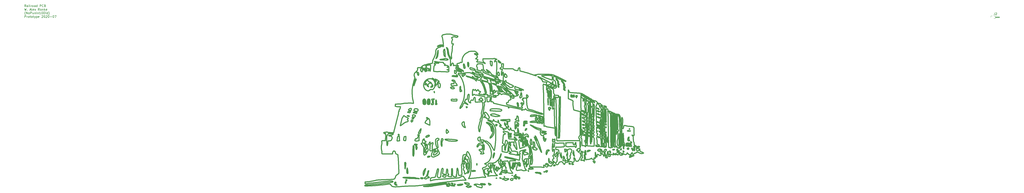
<source format=gbr>
%TF.GenerationSoftware,KiCad,Pcbnew,(5.1.6)-1*%
%TF.CreationDate,2020-07-09T10:42:52-04:00*%
%TF.ProjectId,railroad-keyboard-bottom-plate,7261696c-726f-4616-942d-6b6579626f61,rev?*%
%TF.SameCoordinates,Original*%
%TF.FileFunction,Legend,Top*%
%TF.FilePolarity,Positive*%
%FSLAX46Y46*%
G04 Gerber Fmt 4.6, Leading zero omitted, Abs format (unit mm)*
G04 Created by KiCad (PCBNEW (5.1.6)-1) date 2020-07-09 10:42:52*
%MOMM*%
%LPD*%
G01*
G04 APERTURE LIST*
%ADD10C,0.500000*%
%ADD11C,0.150000*%
%ADD12C,0.120000*%
G04 APERTURE END LIST*
D10*
X169448000Y-180618000D02*
X169078763Y-181005943D01*
X169078763Y-181005943D02*
X168562729Y-181093054D01*
X168562729Y-181093054D02*
X167938000Y-181178000D01*
X185308000Y-181898000D02*
X184864659Y-182145906D01*
X184864659Y-182145906D02*
X184368339Y-182046864D01*
X184368339Y-182046864D02*
X184338000Y-181998000D01*
X181508000Y-181038000D02*
X181168000Y-181398000D01*
X184338000Y-181998000D02*
X184605076Y-181573158D01*
X184605076Y-181573158D02*
X184677999Y-181558000D01*
X275158000Y-182218000D02*
X275176635Y-182725159D01*
X275176635Y-182725159D02*
X275198030Y-183282188D01*
X275198030Y-183282188D02*
X275220160Y-183822970D01*
X275220160Y-183822970D02*
X275244420Y-184325208D01*
X275244420Y-184325208D02*
X275247999Y-184368000D01*
X267268000Y-179768000D02*
X267268000Y-179768000D01*
X169448000Y-180618000D02*
X169448000Y-180618000D01*
X172218000Y-181028000D02*
X171968000Y-181278000D01*
X278338000Y-179148000D02*
X278338000Y-179148000D01*
X166748000Y-181158000D02*
X167038000Y-180748000D01*
X275547999Y-186178000D02*
X275358000Y-185768000D01*
X185188000Y-181298000D02*
X185670343Y-181125031D01*
X185670343Y-181125031D02*
X185938000Y-181188000D01*
X167168000Y-180458000D02*
X167698573Y-180417023D01*
X167698573Y-180417023D02*
X168268500Y-180437826D01*
X168268500Y-180437826D02*
X168845282Y-180486512D01*
X168845282Y-180486512D02*
X169378895Y-180579078D01*
X169378895Y-180579078D02*
X169448000Y-180618000D01*
X274868000Y-181798000D02*
X274934967Y-181283903D01*
X274934967Y-181283903D02*
X274938000Y-181068000D01*
X275538000Y-185058000D02*
X275622375Y-185560031D01*
X275622375Y-185560031D02*
X275688000Y-185638000D01*
X168788000Y-181898000D02*
X168930717Y-182412711D01*
X168930717Y-182412711D02*
X168822335Y-182935861D01*
X168822335Y-182935861D02*
X168718000Y-183168000D01*
X275018000Y-180258000D02*
X275088000Y-180803000D01*
X275088000Y-180803000D02*
X275120393Y-181345081D01*
X275120393Y-181345081D02*
X275146255Y-181909888D01*
X275146255Y-181909888D02*
X275158000Y-182218000D01*
X267268000Y-179768000D02*
X267197999Y-180128000D01*
X184677999Y-181558000D02*
X185144757Y-181339113D01*
X185144757Y-181339113D02*
X185188000Y-181298000D01*
X185948000Y-181568000D02*
X185482530Y-181781750D01*
X185482530Y-181781750D02*
X185308000Y-181898000D01*
X185938000Y-181188000D02*
X185948000Y-181568000D01*
X181168000Y-181398000D02*
X180687963Y-181236904D01*
X180687963Y-181236904D02*
X180678000Y-181048000D01*
X168008000Y-181578000D02*
X168520900Y-181633405D01*
X168520900Y-181633405D02*
X168788000Y-181898000D01*
X171907999Y-180718000D02*
X172218000Y-181028000D01*
X166888000Y-184938000D02*
X166838772Y-185436767D01*
X166838772Y-185436767D02*
X166713042Y-185937602D01*
X166713042Y-185937602D02*
X166578000Y-185888000D01*
X171657999Y-180968000D02*
X171907999Y-180718000D01*
X166578000Y-185888000D02*
X166505244Y-185388944D01*
X166505244Y-185388944D02*
X166466408Y-184841042D01*
X166466408Y-184841042D02*
X166432788Y-184186588D01*
X166432788Y-184186588D02*
X166412545Y-183666498D01*
X166412545Y-183666498D02*
X166397774Y-183153033D01*
X166397774Y-183153033D02*
X166388470Y-182528022D01*
X166388470Y-182528022D02*
X166397165Y-181937645D01*
X166397165Y-181937645D02*
X166408000Y-181788000D01*
X167568000Y-183768000D02*
X167052754Y-183822670D01*
X167052754Y-183822670D02*
X166935614Y-184345858D01*
X166935614Y-184345858D02*
X166888000Y-184938000D01*
X275228000Y-187478000D02*
X275058000Y-187038000D01*
X168718000Y-183168000D02*
X168435268Y-183596945D01*
X168435268Y-183596945D02*
X167945973Y-183785271D01*
X167945973Y-183785271D02*
X167568000Y-183768000D01*
X275058000Y-187038000D02*
X275011749Y-186529250D01*
X275011749Y-186529250D02*
X274950402Y-186016847D01*
X274950402Y-186016847D02*
X274928000Y-185848000D01*
X275218000Y-185398000D02*
X275178000Y-185818000D01*
X275358000Y-185768000D02*
X275218000Y-185398000D01*
X267197999Y-180128000D02*
X266938000Y-179748000D01*
X172218000Y-181028000D02*
X172218000Y-181028000D01*
X167038000Y-180748000D02*
X167168000Y-180458000D01*
X167938000Y-181178000D02*
X167447562Y-181300662D01*
X167447562Y-181300662D02*
X167388000Y-181398000D01*
X275178000Y-185818000D02*
X275250000Y-186337132D01*
X275250000Y-186337132D02*
X275309835Y-186892550D01*
X275309835Y-186892550D02*
X275304562Y-187411281D01*
X275304562Y-187411281D02*
X275228000Y-187478000D01*
X181098000Y-180928000D02*
X181508000Y-181038000D01*
X274938000Y-181068000D02*
X274956745Y-180552205D01*
X274956745Y-180552205D02*
X275018000Y-180258000D01*
X180678000Y-181048000D02*
X181098000Y-180928000D01*
X171968000Y-181278000D02*
X171657999Y-180968000D01*
X266938000Y-179748000D02*
X267268000Y-179768000D01*
X275688000Y-185638000D02*
X275679721Y-186144629D01*
X275679721Y-186144629D02*
X275547999Y-186178000D01*
X166408000Y-181788000D02*
X166562250Y-181306252D01*
X166562250Y-181306252D02*
X166748000Y-181158000D01*
X275247999Y-184368000D02*
X275247999Y-184368000D01*
X275408000Y-184538000D02*
X275537854Y-185030227D01*
X275537854Y-185030227D02*
X275538000Y-185058000D01*
X238588000Y-179328000D02*
X238588000Y-179328000D01*
X274928000Y-185848000D02*
X274876602Y-185271918D01*
X274876602Y-185271918D02*
X274843657Y-184661748D01*
X274843657Y-184661748D02*
X274824640Y-184157863D01*
X274824640Y-184157863D02*
X274811160Y-183643497D01*
X274811160Y-183643497D02*
X274802825Y-182986745D01*
X274802825Y-182986745D02*
X274806794Y-182420257D01*
X274806794Y-182420257D02*
X274838896Y-181875890D01*
X274838896Y-181875890D02*
X274868000Y-181798000D01*
X167388000Y-181398000D02*
X167884109Y-181571559D01*
X167884109Y-181571559D02*
X168008000Y-181578000D01*
X275247999Y-184368000D02*
X275408000Y-184538000D01*
X194218000Y-178828000D02*
X194542975Y-179219113D01*
X194542975Y-179219113D02*
X194588000Y-179238000D01*
X237008000Y-179268000D02*
X237550834Y-179213156D01*
X237550834Y-179213156D02*
X238071137Y-179261906D01*
X238071137Y-179261906D02*
X238588000Y-179328000D01*
X236588000Y-178738000D02*
X236065995Y-178640507D01*
X236065995Y-178640507D02*
X235491652Y-178438996D01*
X235491652Y-178438996D02*
X234950510Y-178180483D01*
X234950510Y-178180483D02*
X234463653Y-177907952D01*
X234463653Y-177907952D02*
X233918818Y-177572053D01*
X233918818Y-177572053D02*
X233466574Y-177275792D01*
X233466574Y-177275792D02*
X232972604Y-176939388D01*
X232972604Y-176939388D02*
X232798000Y-176818000D01*
X237038000Y-180538000D02*
X236957685Y-180007608D01*
X236957685Y-180007608D02*
X236951434Y-179473639D01*
X236951434Y-179473639D02*
X237008000Y-179268000D01*
X181798000Y-178618000D02*
X182132335Y-178202354D01*
X182132335Y-178202354D02*
X182174523Y-178759295D01*
X182174523Y-178759295D02*
X182038000Y-179238000D01*
X236108000Y-177978000D02*
X236645500Y-178084250D01*
X236645500Y-178084250D02*
X237131221Y-178244121D01*
X237131221Y-178244121D02*
X237388000Y-178478000D01*
X267058000Y-175818000D02*
X267218000Y-176238000D01*
X182038000Y-179238000D02*
X181878280Y-179754135D01*
X181878280Y-179754135D02*
X181717729Y-180236105D01*
X181717729Y-180236105D02*
X181688000Y-180308000D01*
X237918000Y-181368000D02*
X237417808Y-181191142D01*
X237417808Y-181191142D02*
X237101548Y-180761661D01*
X237101548Y-180761661D02*
X237038000Y-180538000D01*
X237798000Y-180168000D02*
X238339699Y-180171784D01*
X238339699Y-180171784D02*
X238899306Y-180218665D01*
X238899306Y-180218665D02*
X239418000Y-180283312D01*
X239418000Y-180283312D02*
X239748000Y-180358000D01*
X267218000Y-176238000D02*
X267218000Y-176238000D01*
X238638000Y-180938000D02*
X238327921Y-181358570D01*
X238327921Y-181358570D02*
X237918000Y-181368000D01*
X239178000Y-180698000D02*
X238677023Y-180765382D01*
X238677023Y-180765382D02*
X238638000Y-180938000D01*
X239748000Y-180358000D02*
X239768000Y-180548000D01*
X266958000Y-176158001D02*
X267058000Y-175818000D01*
X237538000Y-180008000D02*
X237798000Y-180168000D01*
X277718000Y-179168000D02*
X277718000Y-179168000D01*
X181008000Y-180338000D02*
X181163671Y-179804523D01*
X181163671Y-179804523D02*
X181381428Y-179346857D01*
X181381428Y-179346857D02*
X181643058Y-178869093D01*
X181643058Y-178869093D02*
X181798000Y-178618000D01*
X193738000Y-179968000D02*
X193762916Y-179450544D01*
X193762916Y-179450544D02*
X193808000Y-179018000D01*
X194588000Y-179238000D02*
X194848000Y-179668000D01*
X213498000Y-175588000D02*
X213498000Y-175588000D01*
X238638000Y-179798000D02*
X238082548Y-179801319D01*
X238082548Y-179801319D02*
X237581640Y-179870670D01*
X237581640Y-179870670D02*
X237538000Y-180008000D01*
X277718000Y-179168000D02*
X277328000Y-179378000D01*
X230738000Y-178288000D02*
X230738000Y-178288000D01*
X278038000Y-178348000D02*
X277888000Y-178498000D01*
X230108000Y-178508001D02*
X230462240Y-178115004D01*
X230462240Y-178115004D02*
X230738000Y-178288000D01*
X237388000Y-178478000D02*
X236952537Y-178762195D01*
X236952537Y-178762195D02*
X236588000Y-178738000D01*
X236778000Y-175158001D02*
X236778000Y-175158001D01*
X267097999Y-177798000D02*
X266938000Y-177338000D01*
X194218000Y-178828000D02*
X194218000Y-178828000D01*
X194848000Y-179668000D02*
X194508000Y-179928000D01*
X277308000Y-178998000D02*
X277718000Y-179168000D01*
X278247999Y-179298000D02*
X277997999Y-179358001D01*
X277868000Y-179208001D02*
X278338000Y-179148000D01*
X277888000Y-178198000D02*
X278038000Y-178348000D01*
X238588000Y-179328000D02*
X239115167Y-179419055D01*
X239115167Y-179419055D02*
X239610305Y-179534105D01*
X239610305Y-179534105D02*
X239618000Y-179538000D01*
X277997999Y-179358001D02*
X277868000Y-179208001D01*
X267218000Y-176238000D02*
X267118000Y-176578000D01*
X212867999Y-175898000D02*
X212431135Y-175607611D01*
X212431135Y-175607611D02*
X212198000Y-175278000D01*
X194508000Y-179928000D02*
X194238000Y-180158000D01*
X277738000Y-178348000D02*
X277888000Y-178198000D01*
X267118000Y-176578000D02*
X266958000Y-176158001D01*
X181688000Y-180308000D02*
X181170759Y-180388501D01*
X181170759Y-180388501D02*
X181008000Y-180338000D01*
X267218000Y-177378000D02*
X267218000Y-177378000D01*
X267218000Y-177378000D02*
X267097999Y-177798000D01*
X278038000Y-178348000D02*
X278038000Y-178348000D01*
X193988000Y-180398000D02*
X193738000Y-179968000D01*
X277328000Y-179378000D02*
X276908000Y-179208001D01*
X266938000Y-177338000D02*
X267218000Y-177378000D01*
X233968000Y-177128000D02*
X234444222Y-177368423D01*
X234444222Y-177368423D02*
X234915464Y-177592478D01*
X234915464Y-177592478D02*
X235421116Y-177800027D01*
X235421116Y-177800027D02*
X235952271Y-177949820D01*
X235952271Y-177949820D02*
X236108000Y-177978000D01*
X239618000Y-179538000D02*
X239133769Y-179790287D01*
X239133769Y-179790287D02*
X238638000Y-179798000D01*
X193808000Y-179018000D02*
X193944406Y-178530031D01*
X193944406Y-178530031D02*
X194028000Y-178518000D01*
X230738000Y-178288000D02*
X230459250Y-178725500D01*
X230459250Y-178725500D02*
X230030330Y-178996587D01*
X230030330Y-178996587D02*
X230008000Y-178998000D01*
X233968000Y-177128000D02*
X233968000Y-177128000D01*
X232798000Y-176818000D02*
X232403775Y-176508821D01*
X232403775Y-176508821D02*
X232900211Y-176606003D01*
X232900211Y-176606003D02*
X233427179Y-176855871D01*
X233427179Y-176855871D02*
X233968000Y-177128000D01*
X212198000Y-175278000D02*
X212707611Y-175279648D01*
X212707611Y-175279648D02*
X213184668Y-175448884D01*
X213184668Y-175448884D02*
X213498000Y-175588000D01*
X182038000Y-179238000D02*
X182038000Y-179238000D01*
X194028000Y-178518000D02*
X194218000Y-178828000D01*
X239768000Y-180548000D02*
X239279642Y-180696920D01*
X239279642Y-180696920D02*
X239178000Y-180698000D01*
X194238000Y-180158000D02*
X193988000Y-180398000D01*
X276908000Y-179208001D02*
X277308000Y-178998000D01*
X277888000Y-178498000D02*
X277738000Y-178348000D01*
X230008000Y-178998000D02*
X230108000Y-178508001D01*
X278338000Y-179148000D02*
X278247999Y-179298000D01*
X229788000Y-175848000D02*
X229758000Y-176368000D01*
X226058000Y-175098000D02*
X226058000Y-175098000D01*
X229758000Y-176368000D02*
X229657316Y-176859504D01*
X229657316Y-176859504D02*
X229468000Y-176898000D01*
X229718000Y-175348000D02*
X230205693Y-175525267D01*
X230205693Y-175525267D02*
X230368000Y-175518000D01*
X201558000Y-175068000D02*
X202018000Y-175078000D01*
X201078000Y-176348000D02*
X200958032Y-175848636D01*
X200958032Y-175848636D02*
X201058000Y-175558001D01*
X234268000Y-175298000D02*
X233694309Y-175292911D01*
X233694309Y-175292911D02*
X233127052Y-175273591D01*
X233127052Y-175273591D02*
X232582828Y-175226059D01*
X232582828Y-175226059D02*
X232238000Y-175098000D01*
X229468000Y-176898000D02*
X229218000Y-176898000D01*
X230368000Y-175518000D02*
X230885950Y-175525923D01*
X230885950Y-175525923D02*
X231038000Y-175638000D01*
X201058000Y-175558001D02*
X201394127Y-175171005D01*
X201394127Y-175171005D02*
X201558000Y-175068000D01*
X226688000Y-177198000D02*
X226413663Y-176756300D01*
X226413663Y-176756300D02*
X226408000Y-176358001D01*
X202538000Y-177698000D02*
X202034601Y-177572492D01*
X202034601Y-177572492D02*
X201663000Y-177212844D01*
X201663000Y-177212844D02*
X201316710Y-176779367D01*
X201316710Y-176779367D02*
X201078000Y-176348000D01*
X235238000Y-174788000D02*
X235238000Y-174788000D01*
X225398000Y-174958001D02*
X225912183Y-174918372D01*
X225912183Y-174918372D02*
X226058000Y-175098000D01*
X225338000Y-176768000D02*
X225341992Y-176191658D01*
X225341992Y-176191658D02*
X225352714Y-175682966D01*
X225352714Y-175682966D02*
X225375968Y-175150813D01*
X225375968Y-175150813D02*
X225398000Y-174958001D01*
X230938000Y-174838000D02*
X230938000Y-174838000D01*
X225468000Y-178378000D02*
X225352765Y-177843429D01*
X225352765Y-177843429D02*
X225340349Y-177299301D01*
X225340349Y-177299301D02*
X225338000Y-176768000D01*
X231038000Y-175638000D02*
X230541890Y-175811559D01*
X230541890Y-175811559D02*
X230418000Y-175818000D01*
X225838000Y-177028000D02*
X225826037Y-176520517D01*
X225826037Y-176520517D02*
X225627062Y-177046457D01*
X225627062Y-177046457D02*
X225618000Y-177288000D01*
X226478000Y-175398000D02*
X226878000Y-175618000D01*
X230418000Y-175818000D02*
X229788000Y-175848000D01*
X233088000Y-174768000D02*
X233602531Y-174731750D01*
X233602531Y-174731750D02*
X234173710Y-174724768D01*
X234173710Y-174724768D02*
X234726854Y-174738244D01*
X234726854Y-174738244D02*
X235238000Y-174788000D01*
X230388000Y-175018000D02*
X229874159Y-175082548D01*
X229874159Y-175082548D02*
X229718000Y-175348000D01*
X232238000Y-175098000D02*
X232686967Y-174857116D01*
X232686967Y-174857116D02*
X233088000Y-174768000D01*
X186098000Y-174168000D02*
X186098000Y-174168000D01*
X235518000Y-175078000D02*
X235003312Y-175294562D01*
X235003312Y-175294562D02*
X234491657Y-175297946D01*
X234491657Y-175297946D02*
X234268000Y-175298000D01*
X230198000Y-174698000D02*
X230705764Y-174716205D01*
X230705764Y-174716205D02*
X230938000Y-174838000D01*
X178478000Y-174388000D02*
X178478000Y-174388000D01*
X230938000Y-174838000D02*
X230456798Y-175012023D01*
X230456798Y-175012023D02*
X230388000Y-175018000D01*
X214198000Y-177608001D02*
X213962062Y-177121437D01*
X213962062Y-177121437D02*
X213669035Y-176685505D01*
X213669035Y-176685505D02*
X213335992Y-176291383D01*
X213335992Y-176291383D02*
X212956324Y-175954997D01*
X212956324Y-175954997D02*
X212867999Y-175898000D01*
X225618000Y-177288000D02*
X225594005Y-177811240D01*
X225594005Y-177811240D02*
X225516193Y-178314199D01*
X225516193Y-178314199D02*
X225468000Y-178378000D01*
X214888000Y-179128000D02*
X214717999Y-179478000D01*
X202078000Y-175908001D02*
X202078000Y-175908001D01*
X215358000Y-181018000D02*
X215089789Y-181474877D01*
X215089789Y-181474877D02*
X214757786Y-181899545D01*
X214757786Y-181899545D02*
X214401559Y-182251179D01*
X214401559Y-182251179D02*
X213971635Y-182530268D01*
X213971635Y-182530268D02*
X213888000Y-182558000D01*
X235488000Y-175608001D02*
X235768000Y-175318000D01*
X202078000Y-175908001D02*
X202058664Y-176411789D01*
X202058664Y-176411789D02*
X202201320Y-176919445D01*
X202201320Y-176919445D02*
X202278000Y-177078000D01*
X226048000Y-176388000D02*
X226062870Y-176953917D01*
X226062870Y-176953917D02*
X226052545Y-177482760D01*
X226052545Y-177482760D02*
X225967083Y-177980185D01*
X225967083Y-177980185D02*
X225938000Y-177998000D01*
X226408000Y-176358001D02*
X226345324Y-175856757D01*
X226345324Y-175856757D02*
X226338000Y-175848000D01*
X229288000Y-175868000D02*
X229331576Y-175330343D01*
X229331576Y-175330343D02*
X229392587Y-174822252D01*
X229392587Y-174822252D02*
X229408000Y-174768000D01*
X226878000Y-175618000D02*
X227024472Y-176161701D01*
X227024472Y-176161701D02*
X226992763Y-176684552D01*
X226992763Y-176684552D02*
X226775613Y-177168501D01*
X226775613Y-177168501D02*
X226688000Y-177198000D01*
X235838000Y-175588000D02*
X235488000Y-175608001D01*
X202278000Y-177078000D02*
X202492648Y-177549289D01*
X202492648Y-177549289D02*
X202538000Y-177698000D01*
X214428000Y-178748000D02*
X214354236Y-178239422D01*
X214354236Y-178239422D02*
X214240652Y-177738788D01*
X214240652Y-177738788D02*
X214198000Y-177608001D01*
X214617999Y-177958001D02*
X214741222Y-178461789D01*
X214741222Y-178461789D02*
X214857655Y-178978893D01*
X214857655Y-178978893D02*
X214888000Y-179128000D01*
X214717999Y-179478000D02*
X214455333Y-179046740D01*
X214455333Y-179046740D02*
X214428000Y-178748000D01*
X214517999Y-177078000D02*
X214536178Y-177589337D01*
X214536178Y-177589337D02*
X214617999Y-177958001D01*
X229218000Y-176898000D02*
X229288000Y-175868000D01*
X215117999Y-179638000D02*
X215112044Y-179044123D01*
X215112044Y-179044123D02*
X215043082Y-178480811D01*
X215043082Y-178480811D02*
X214934249Y-177930500D01*
X214934249Y-177930500D02*
X214775189Y-177386544D01*
X214775189Y-177386544D02*
X214517999Y-177078000D01*
X213978000Y-181998000D02*
X214293439Y-181609962D01*
X214293439Y-181609962D02*
X214577765Y-181163390D01*
X214577765Y-181163390D02*
X214816740Y-180688341D01*
X214816740Y-180688341D02*
X214996124Y-180214875D01*
X214996124Y-180214875D02*
X215111096Y-179704597D01*
X215111096Y-179704597D02*
X215117999Y-179638000D01*
X213498000Y-175588000D02*
X214000458Y-175860670D01*
X214000458Y-175860670D02*
X214421808Y-176170575D01*
X214421808Y-176170575D02*
X214810480Y-176577597D01*
X214810480Y-176577597D02*
X215107276Y-177049071D01*
X215107276Y-177049071D02*
X215167999Y-177178000D01*
X213888000Y-182558000D02*
X213932530Y-182046549D01*
X213932530Y-182046549D02*
X213978000Y-181998000D01*
X226058000Y-175098000D02*
X226462178Y-175397735D01*
X226462178Y-175397735D02*
X226478000Y-175398000D01*
X235968000Y-174948000D02*
X236088000Y-174948000D01*
X237298000Y-175558001D02*
X236786586Y-175650065D01*
X236786586Y-175650065D02*
X236708000Y-175638000D01*
X225938000Y-177998000D02*
X225847047Y-177467838D01*
X225847047Y-177467838D02*
X225838000Y-177028000D01*
X229408000Y-174768000D02*
X229904406Y-174703312D01*
X229904406Y-174703312D02*
X230198000Y-174698000D01*
X215167999Y-177178000D02*
X215393956Y-177728136D01*
X215393956Y-177728136D02*
X215561905Y-178254718D01*
X215561905Y-178254718D02*
X215671964Y-178759503D01*
X215671964Y-178759503D02*
X215728307Y-179362511D01*
X215728307Y-179362511D02*
X215694608Y-179937641D01*
X215694608Y-179937641D02*
X215571096Y-180488326D01*
X215571096Y-180488326D02*
X215358000Y-181018000D01*
X236088000Y-174948000D02*
X236571750Y-175101281D01*
X236571750Y-175101281D02*
X236778000Y-175158001D01*
X235768000Y-175318000D02*
X235968000Y-174948000D01*
X236708000Y-175638000D02*
X236209626Y-175592682D01*
X236209626Y-175592682D02*
X235838000Y-175588000D01*
X236778000Y-175158001D02*
X237256208Y-175316081D01*
X237256208Y-175316081D02*
X237298000Y-175558001D01*
X226338000Y-175848000D02*
X226044005Y-176281959D01*
X226044005Y-176281959D02*
X226048000Y-176388000D01*
X202018000Y-175078000D02*
X202102375Y-175596906D01*
X202102375Y-175596906D02*
X202078000Y-175908001D01*
X235238000Y-174788000D02*
X235518000Y-175078000D01*
X237908000Y-173848000D02*
X237911750Y-173329250D01*
X237911750Y-173329250D02*
X237848000Y-173118000D01*
X237338000Y-174648000D02*
X236834250Y-174728000D01*
X236834250Y-174728000D02*
X236338000Y-174598000D01*
X237628000Y-174098000D02*
X237798000Y-174318000D01*
X177998000Y-173148000D02*
X178418000Y-173158001D01*
X237018000Y-173748000D02*
X236510239Y-173672153D01*
X236510239Y-173672153D02*
X236388000Y-173848000D01*
X178698000Y-173698000D02*
X178209250Y-173494250D01*
X178209250Y-173494250D02*
X177998000Y-173148000D01*
X184838000Y-173018000D02*
X185148000Y-173208001D01*
X237578000Y-175488000D02*
X237670812Y-174977101D01*
X237670812Y-174977101D02*
X237638000Y-174698000D01*
X235328000Y-173818000D02*
X235291854Y-174321064D01*
X235291854Y-174321064D02*
X235228000Y-174338000D01*
X226038000Y-173598000D02*
X226193416Y-173104420D01*
X226193416Y-173104420D02*
X226188000Y-173058001D01*
X237068000Y-173338000D02*
X237338000Y-173608001D01*
X235728000Y-174148000D02*
X235588000Y-173658001D01*
X235458000Y-172928000D02*
X235328000Y-173278000D01*
X237638000Y-174698000D02*
X237547321Y-174195897D01*
X237547321Y-174195897D02*
X237628000Y-174098000D01*
X237338000Y-173608001D02*
X237018000Y-173748000D01*
X178858000Y-173428000D02*
X178698000Y-173698000D01*
X235328000Y-173278000D02*
X235287570Y-173786666D01*
X235287570Y-173786666D02*
X235328000Y-173818000D01*
X235068000Y-172798000D02*
X235458000Y-172928000D01*
X237808000Y-172498000D02*
X238058000Y-172668000D01*
X237798000Y-174318000D02*
X237908000Y-173848000D01*
X226298000Y-172298000D02*
X226588000Y-172458001D01*
X236588000Y-173228000D02*
X237068000Y-173338000D01*
X235938000Y-173468000D02*
X236228000Y-173138000D01*
X236388000Y-173848000D02*
X236762217Y-174187715D01*
X236762217Y-174187715D02*
X236788000Y-174198000D01*
X238058000Y-172668000D02*
X238223234Y-173184406D01*
X238223234Y-173184406D02*
X238236828Y-173686281D01*
X238236828Y-173686281D02*
X238238000Y-174038000D01*
X225438000Y-173938000D02*
X225848270Y-173621746D01*
X225848270Y-173621746D02*
X226038000Y-173598000D01*
X186098000Y-174168000D02*
X186190154Y-174670890D01*
X186190154Y-174670890D02*
X186244674Y-175233906D01*
X186244674Y-175233906D02*
X186271179Y-175806019D01*
X186271179Y-175806019D02*
X186259833Y-176342516D01*
X186259833Y-176342516D02*
X186208000Y-176568000D01*
X237668000Y-175978000D02*
X237578000Y-175488000D01*
X176738000Y-172398000D02*
X176738000Y-172398000D01*
X226588000Y-172458001D02*
X226588000Y-172458001D01*
X178128000Y-174148000D02*
X178478000Y-174388000D01*
X178238000Y-174908001D02*
X177796622Y-175155031D01*
X177796622Y-175155031D02*
X177768000Y-175148000D01*
X177728000Y-174268000D02*
X178128000Y-174148000D01*
X236338000Y-174598000D02*
X236038000Y-174488000D01*
X185808000Y-173598000D02*
X186062570Y-174054504D01*
X186062570Y-174054504D02*
X186098000Y-174168000D01*
X185127999Y-173608001D02*
X185127999Y-173608001D01*
X226188000Y-173058001D02*
X226165834Y-172545390D01*
X226165834Y-172545390D02*
X226298000Y-172298000D01*
X236588000Y-173228000D02*
X236588000Y-173228000D01*
X184318000Y-174828000D02*
X184605382Y-174392089D01*
X184605382Y-174392089D02*
X184996125Y-174044465D01*
X184996125Y-174044465D02*
X185138000Y-173948000D01*
X185148000Y-173208001D02*
X185468000Y-173428000D01*
X185127999Y-173608001D02*
X184748000Y-173368000D01*
X178418000Y-173158001D02*
X178848664Y-173414311D01*
X178848664Y-173414311D02*
X178858000Y-173428000D01*
X236788000Y-174198000D02*
X237255578Y-174394875D01*
X237255578Y-174394875D02*
X237338000Y-174648000D01*
X237848000Y-173118000D02*
X237747297Y-172610719D01*
X237747297Y-172610719D02*
X237808000Y-172498000D01*
X236038000Y-174488000D02*
X235728000Y-174148000D01*
X184748000Y-173368000D02*
X184838000Y-173018000D01*
X238058000Y-172668000D02*
X238058000Y-172668000D01*
X177768000Y-175148000D02*
X177595031Y-174662843D01*
X177595031Y-174662843D02*
X177728000Y-174268000D01*
X185138000Y-173948000D02*
X185581640Y-173690079D01*
X185581640Y-173690079D02*
X185808000Y-173598000D01*
X178388000Y-174598000D02*
X178238000Y-174908001D01*
X238238000Y-174038000D02*
X238225937Y-174612089D01*
X238225937Y-174612089D02*
X238177625Y-175153720D01*
X238177625Y-175153720D02*
X238049942Y-175648703D01*
X238049942Y-175648703D02*
X237668000Y-175978000D01*
X178478000Y-174388000D02*
X178388000Y-174598000D01*
X236228000Y-173138000D02*
X236588000Y-173228000D01*
X235228000Y-174338000D02*
X234731454Y-174257831D01*
X234731454Y-174257831D02*
X234669184Y-173745033D01*
X234669184Y-173745033D02*
X234748000Y-173298000D01*
X184038000Y-175448000D02*
X184232746Y-174984907D01*
X184232746Y-174984907D02*
X184318000Y-174828000D01*
X184368000Y-175718000D02*
X184038000Y-175448000D01*
X185408000Y-176248000D02*
X184952375Y-176009113D01*
X184952375Y-176009113D02*
X184493683Y-175778622D01*
X184493683Y-175778622D02*
X184368000Y-175718000D01*
X186208000Y-176568000D02*
X185729778Y-176408057D01*
X185729778Y-176408057D02*
X185408000Y-176248000D01*
X234748000Y-173298000D02*
X234932147Y-172831386D01*
X234932147Y-172831386D02*
X235068000Y-172798000D01*
X178858000Y-173428000D02*
X178858000Y-173428000D01*
X185468000Y-173428000D02*
X185127999Y-173608001D01*
X235458000Y-172928000D02*
X235458000Y-172928000D01*
X235718000Y-173588000D02*
X235938000Y-173468000D01*
X235588000Y-173658001D02*
X235718000Y-173588000D01*
X211498000Y-172948000D02*
X211009483Y-173071272D01*
X211009483Y-173071272D02*
X210967999Y-173058001D01*
X236078000Y-172438000D02*
X236038000Y-172088000D01*
X216058000Y-172518000D02*
X215545304Y-172399152D01*
X215545304Y-172399152D02*
X215217999Y-172348000D01*
X211717999Y-172148000D02*
X211388000Y-171478000D01*
X176138000Y-172398000D02*
X175788000Y-172208001D01*
X173818000Y-172938000D02*
X174038000Y-172608001D01*
X172688000Y-176778000D02*
X172788415Y-176265172D01*
X172788415Y-176265172D02*
X172906710Y-175763373D01*
X172906710Y-175763373D02*
X173033625Y-175244972D01*
X173033625Y-175244972D02*
X173128000Y-174868000D01*
X217458000Y-171938000D02*
X217952121Y-172097082D01*
X217952121Y-172097082D02*
X218378000Y-172288000D01*
X176208000Y-172198000D02*
X176696303Y-172334820D01*
X176696303Y-172334820D02*
X176738000Y-172398000D01*
X174438000Y-172278000D02*
X174438000Y-172278000D01*
X236358000Y-172088000D02*
X236845611Y-172284779D01*
X236845611Y-172284779D02*
X237118000Y-172348000D01*
X236358000Y-172088000D02*
X236358000Y-172088000D01*
X179628000Y-172178000D02*
X179384927Y-172626837D01*
X179384927Y-172626837D02*
X179298000Y-172748000D01*
X218378000Y-172288000D02*
X217831144Y-172483820D01*
X217831144Y-172483820D02*
X217252186Y-172548112D01*
X217252186Y-172548112D02*
X216748086Y-172571442D01*
X216748086Y-172571442D02*
X216236019Y-172551502D01*
X216236019Y-172551502D02*
X216058000Y-172518000D01*
X175918000Y-174138000D02*
X176268000Y-174378000D01*
X236038000Y-172088000D02*
X236358000Y-172088000D01*
X216388000Y-171538000D02*
X216388000Y-171538000D01*
X236578000Y-172748000D02*
X236107882Y-172552785D01*
X236107882Y-172552785D02*
X236078000Y-172438000D01*
X175328000Y-172798000D02*
X175805328Y-173040545D01*
X175805328Y-173040545D02*
X176213937Y-173338000D01*
X176213937Y-173338000D02*
X176288000Y-173478000D01*
X215217999Y-172348000D02*
X214729925Y-172212550D01*
X214729925Y-172212550D02*
X214278133Y-171961479D01*
X214278133Y-171961479D02*
X214088000Y-171698000D01*
X210967999Y-173058001D02*
X211247822Y-172634832D01*
X211247822Y-172634832D02*
X211308000Y-172568000D01*
X178948000Y-171858001D02*
X178948000Y-171858001D01*
X235328000Y-171908001D02*
X235328000Y-171908001D01*
X178948000Y-171858001D02*
X179398000Y-171968000D01*
X235328000Y-171908001D02*
X235618000Y-172188000D01*
X178298000Y-172308001D02*
X178388000Y-171818000D01*
X178648000Y-172858001D02*
X178271125Y-172512062D01*
X178271125Y-172512062D02*
X178298000Y-172308001D01*
X216388000Y-171538000D02*
X216858983Y-171735622D01*
X216858983Y-171735622D02*
X217368090Y-171909557D01*
X217368090Y-171909557D02*
X217458000Y-171938000D01*
X174438000Y-172278000D02*
X174867183Y-172558624D01*
X174867183Y-172558624D02*
X175328000Y-172798000D01*
X237118000Y-172348000D02*
X237518000Y-172628000D01*
X180298000Y-170628000D02*
X180298000Y-170628000D01*
X234638000Y-172408001D02*
X234125048Y-172450139D01*
X234125048Y-172450139D02*
X233623449Y-172496672D01*
X233623449Y-172496672D02*
X233168000Y-172548000D01*
X179398000Y-171968000D02*
X179628000Y-172178000D01*
X233168000Y-172548000D02*
X232655883Y-172567973D01*
X232655883Y-172567973D02*
X232388000Y-172458001D01*
X173688000Y-176158001D02*
X173275194Y-176495159D01*
X173275194Y-176495159D02*
X172836273Y-176761554D01*
X172836273Y-176761554D02*
X172688000Y-176778000D01*
X226128000Y-174398000D02*
X225631634Y-174233779D01*
X225631634Y-174233779D02*
X225438000Y-173938000D01*
X227148000Y-174668000D02*
X226808000Y-174748000D01*
X226808000Y-174748000D02*
X226400179Y-174447924D01*
X226400179Y-174447924D02*
X226128000Y-174398000D01*
X226838000Y-173138000D02*
X226873855Y-173672608D01*
X226873855Y-173672608D02*
X226983046Y-174187055D01*
X226983046Y-174187055D02*
X227148000Y-174668000D01*
X226588000Y-172458001D02*
X226832924Y-172923854D01*
X226832924Y-172923854D02*
X226838000Y-173138000D01*
X175788000Y-172208001D02*
X176208000Y-172198000D01*
X176288000Y-173478000D02*
X176018000Y-173848000D01*
X178388000Y-171818000D02*
X178898632Y-171809062D01*
X178898632Y-171809062D02*
X178948000Y-171858001D01*
X212488000Y-171198000D02*
X212488000Y-171198000D01*
X173128000Y-174868000D02*
X173266750Y-174307648D01*
X173266750Y-174307648D02*
X173403932Y-173776480D01*
X173403932Y-173776480D02*
X173548000Y-173295500D01*
X173548000Y-173295500D02*
X173818000Y-172938000D01*
X237518000Y-172628000D02*
X237044460Y-172861502D01*
X237044460Y-172861502D02*
X236578000Y-172748000D01*
X176018000Y-173848000D02*
X175918000Y-174138000D01*
X235618000Y-172188000D02*
X235111750Y-172370813D01*
X235111750Y-172370813D02*
X234638000Y-172408001D01*
X211308000Y-172568000D02*
X211717999Y-172148000D01*
X211388000Y-171478000D02*
X211174515Y-170981415D01*
X211174515Y-170981415D02*
X211542138Y-170599643D01*
X211542138Y-170599643D02*
X211648000Y-170598000D01*
X179298000Y-172748000D02*
X179068000Y-173038000D01*
X176668000Y-172598000D02*
X176192599Y-172428113D01*
X176192599Y-172428113D02*
X176138000Y-172398000D01*
X174038000Y-172608001D02*
X174108000Y-172268000D01*
X211648000Y-170598000D02*
X212127296Y-170770851D01*
X212127296Y-170770851D02*
X212488000Y-171198000D01*
X176268000Y-174378000D02*
X176278000Y-174778000D01*
X176738000Y-172398000D02*
X176668000Y-172598000D01*
X176278000Y-174778000D02*
X175838000Y-174998000D01*
X174108000Y-172268000D02*
X174438000Y-172278000D01*
X175838000Y-174998000D02*
X175348031Y-175131261D01*
X175348031Y-175131261D02*
X174830500Y-175379250D01*
X174830500Y-175379250D02*
X174363097Y-175654106D01*
X174363097Y-175654106D02*
X173930500Y-175955988D01*
X173930500Y-175955988D02*
X173688000Y-176158001D01*
X233018000Y-171928000D02*
X233560500Y-171871934D01*
X233560500Y-171871934D02*
X234113854Y-171830115D01*
X234113854Y-171830115D02*
X234635297Y-171816928D01*
X234635297Y-171816928D02*
X235173371Y-171865793D01*
X235173371Y-171865793D02*
X235328000Y-171908001D01*
X232388000Y-172458001D02*
X232631212Y-171980943D01*
X232631212Y-171980943D02*
X233018000Y-171928000D01*
X179068000Y-173038000D02*
X178648000Y-172858001D01*
X214088000Y-171698000D02*
X214554979Y-171499354D01*
X214554979Y-171499354D02*
X215114250Y-171434250D01*
X215114250Y-171434250D02*
X215708324Y-171420824D01*
X215708324Y-171420824D02*
X216254919Y-171482615D01*
X216254919Y-171482615D02*
X216388000Y-171538000D01*
X212048000Y-172908001D02*
X211533692Y-172934375D01*
X211533692Y-172934375D02*
X211498000Y-172948000D01*
X266388000Y-176738000D02*
X266444799Y-177400365D01*
X266444799Y-177400365D02*
X266490180Y-178028352D01*
X266490180Y-178028352D02*
X266542863Y-178792707D01*
X266542863Y-178792707D02*
X266580550Y-179355258D01*
X266580550Y-179355258D02*
X266619249Y-179944250D01*
X266619249Y-179944250D02*
X266658065Y-180546015D01*
X266658065Y-180546015D02*
X266696105Y-181146886D01*
X266696105Y-181146886D02*
X266732474Y-181733197D01*
X266732474Y-181733197D02*
X266766280Y-182291281D01*
X266766280Y-182291281D02*
X266796629Y-182807470D01*
X266796629Y-182807470D02*
X266833717Y-183473304D01*
X266833717Y-183473304D02*
X266858000Y-183968000D01*
X176838000Y-170218000D02*
X177318000Y-170328000D01*
X219158000Y-169428000D02*
X219217999Y-169788000D01*
X177798000Y-168918000D02*
X177698000Y-169418000D01*
X218078000Y-169148000D02*
X218078000Y-169148000D01*
X228478000Y-169598000D02*
X228638000Y-169758000D01*
X180748000Y-169938000D02*
X180348625Y-170248781D01*
X180348625Y-170248781D02*
X180108000Y-170228000D01*
X213938000Y-169708000D02*
X214028000Y-169318000D01*
X180808000Y-169358000D02*
X180781522Y-169881168D01*
X180781522Y-169881168D02*
X180748000Y-169938000D01*
X266088000Y-174998000D02*
X266040363Y-174405727D01*
X266040363Y-174405727D02*
X265998114Y-173854276D01*
X265998114Y-173854276D02*
X265955499Y-173279250D01*
X265955499Y-173279250D02*
X265914349Y-172707886D01*
X265914349Y-172707886D02*
X265876495Y-172167421D01*
X265876495Y-172167421D02*
X265838000Y-171598000D01*
X266338000Y-169408000D02*
X266338000Y-170838000D01*
X179528000Y-168998000D02*
X180043598Y-169034040D01*
X180043598Y-169034040D02*
X180268000Y-169068000D01*
X222588000Y-168488000D02*
X222588000Y-168488000D01*
X266538000Y-180598000D02*
X266494093Y-180045656D01*
X266494093Y-180045656D02*
X266448529Y-179474139D01*
X266448529Y-179474139D02*
X266407665Y-178963226D01*
X266407665Y-178963226D02*
X266361769Y-178392042D01*
X266361769Y-178392042D02*
X266338000Y-178098000D01*
X265838000Y-171598000D02*
X265802536Y-171081708D01*
X265802536Y-171081708D02*
X265765226Y-170576886D01*
X265765226Y-170576886D02*
X265722531Y-170043053D01*
X265722531Y-170043053D02*
X265674757Y-169518371D01*
X265674757Y-169518371D02*
X265658000Y-169368000D01*
X266397999Y-173028000D02*
X266432216Y-173535967D01*
X266432216Y-173535967D02*
X266297999Y-173798000D01*
X266338000Y-178098000D02*
X266297411Y-177529143D01*
X266297411Y-177529143D02*
X266252719Y-176943100D01*
X266252719Y-176943100D02*
X266210910Y-176418542D01*
X266210910Y-176418542D02*
X266166903Y-175887942D01*
X266166903Y-175887942D02*
X266122531Y-175376476D01*
X266122531Y-175376476D02*
X266088000Y-174998000D01*
X176898000Y-170848000D02*
X176400487Y-170747399D01*
X176400487Y-170747399D02*
X176068000Y-170708000D01*
X177358000Y-168878000D02*
X177798000Y-168918000D01*
X177698000Y-169418000D02*
X177698000Y-169418000D01*
X213017999Y-173648000D02*
X212526840Y-173535439D01*
X212526840Y-173535439D02*
X212517999Y-173528000D01*
X178638000Y-170858000D02*
X178868000Y-170558000D01*
X213938000Y-169958000D02*
X213938000Y-169708000D01*
X266828000Y-184698000D02*
X266757796Y-184160504D01*
X266757796Y-184160504D02*
X266722279Y-183659079D01*
X266722279Y-183659079D02*
X266697999Y-183218000D01*
X214028000Y-169318000D02*
X214527218Y-169132531D01*
X214527218Y-169132531D02*
X215124934Y-169060114D01*
X215124934Y-169060114D02*
X215705872Y-169028702D01*
X215705872Y-169028702D02*
X216340454Y-169022514D01*
X216340454Y-169022514D02*
X216993873Y-169043074D01*
X216993873Y-169043074D02*
X217631326Y-169091906D01*
X217631326Y-169091906D02*
X218078000Y-169148000D01*
X266338000Y-170838000D02*
X266341992Y-171375862D01*
X266341992Y-171375862D02*
X266352714Y-171921171D01*
X266352714Y-171921171D02*
X266368280Y-172426823D01*
X266368280Y-172426823D02*
X266392381Y-172942870D01*
X266392381Y-172942870D02*
X266397999Y-173028000D01*
X228358000Y-169718000D02*
X228478000Y-169598000D01*
X216267999Y-170078000D02*
X213938000Y-169958000D01*
X211988000Y-173198000D02*
X212048000Y-172908001D01*
X212488000Y-171198000D02*
X212792980Y-171628312D01*
X212792980Y-171628312D02*
X213066291Y-172055502D01*
X213066291Y-172055502D02*
X213238000Y-172358001D01*
X228638000Y-169758000D02*
X228638000Y-169758000D01*
X265738000Y-168948000D02*
X265738000Y-168948000D01*
X266697999Y-183218000D02*
X266671971Y-182642952D01*
X266671971Y-182642952D02*
X266642045Y-182109302D01*
X266642045Y-182109302D02*
X266608427Y-181576443D01*
X266608427Y-181576443D02*
X266568761Y-181004318D01*
X266568761Y-181004318D02*
X266538000Y-180598000D01*
X265738000Y-168948000D02*
X266038000Y-169248000D01*
X180108000Y-170228000D02*
X179582854Y-170136362D01*
X179582854Y-170136362D02*
X179093931Y-169971026D01*
X179093931Y-169971026D02*
X178988000Y-169888000D01*
X176158000Y-170438000D02*
X176619715Y-170209408D01*
X176619715Y-170209408D02*
X176838000Y-170218000D01*
X265658000Y-168798000D02*
X265738000Y-168948000D01*
X266288000Y-174238000D02*
X266438876Y-174719897D01*
X266438876Y-174719897D02*
X266318000Y-175118000D01*
X179048000Y-169398000D02*
X179370587Y-169003207D01*
X179370587Y-169003207D02*
X179528000Y-168998000D01*
X180268000Y-169068000D02*
X180728647Y-169266844D01*
X180728647Y-169266844D02*
X180808000Y-169358000D01*
X212098000Y-173358001D02*
X211988000Y-173198000D01*
X212517999Y-173528000D02*
X212098000Y-173358001D01*
X213238000Y-172358001D02*
X213458559Y-172852155D01*
X213458559Y-172852155D02*
X213502000Y-173381245D01*
X213502000Y-173381245D02*
X213072696Y-173643192D01*
X213072696Y-173643192D02*
X213017999Y-173648000D01*
X176068000Y-170708000D02*
X176158000Y-170438000D01*
X178988000Y-169888000D02*
X179048000Y-169398000D01*
X177318000Y-170328000D02*
X177318000Y-170328000D01*
X179578000Y-171028000D02*
X179128000Y-170978000D01*
X180298000Y-170628000D02*
X180108001Y-171103448D01*
X180108001Y-171103448D02*
X179968000Y-171198000D01*
X177278000Y-170658000D02*
X176898000Y-170848000D01*
X228638000Y-169758000D02*
X228358000Y-169718000D01*
X180268000Y-169068000D02*
X180268000Y-169068000D01*
X218078000Y-169148000D02*
X218608076Y-169243756D01*
X218608076Y-169243756D02*
X219090609Y-169383021D01*
X219090609Y-169383021D02*
X219158000Y-169428000D01*
X265658000Y-169368000D02*
X265630204Y-168867763D01*
X265630204Y-168867763D02*
X265658000Y-168798000D01*
X266297999Y-173798000D02*
X266288000Y-174238000D01*
X177318000Y-170328000D02*
X177278000Y-170658000D01*
X266038000Y-169248000D02*
X266338000Y-169408000D01*
X266858000Y-183968000D02*
X266865500Y-184483000D01*
X266865500Y-184483000D02*
X266828000Y-184698000D01*
X266368000Y-175518000D02*
X266476039Y-176018038D01*
X266476039Y-176018038D02*
X266438000Y-176148000D01*
X266318000Y-175118000D02*
X266368000Y-175518000D01*
X266438000Y-176148000D02*
X266377561Y-176651827D01*
X266377561Y-176651827D02*
X266388000Y-176738000D01*
X219217999Y-169788000D02*
X218814542Y-170113134D01*
X218814542Y-170113134D02*
X218300030Y-170150597D01*
X218300030Y-170150597D02*
X217789249Y-170146593D01*
X217789249Y-170146593D02*
X217119093Y-170121730D01*
X217119093Y-170121730D02*
X216498914Y-170090592D01*
X216498914Y-170090592D02*
X216267999Y-170078000D01*
X178868000Y-170558000D02*
X179411867Y-170539718D01*
X179411867Y-170539718D02*
X179934316Y-170566151D01*
X179934316Y-170566151D02*
X180298000Y-170628000D01*
X179128000Y-170978000D02*
X178638000Y-170858000D01*
X179968000Y-171198000D02*
X179578000Y-171028000D01*
X262938000Y-183308000D02*
X262887149Y-182809912D01*
X262887149Y-182809912D02*
X262881629Y-182308282D01*
X262881629Y-182308282D02*
X262978000Y-182178000D01*
X266088000Y-186048000D02*
X266118000Y-185658000D01*
X262847999Y-176858001D02*
X262789684Y-176204534D01*
X262789684Y-176204534D02*
X262753357Y-175510274D01*
X262753357Y-175510274D02*
X262727761Y-174947704D01*
X262727761Y-174947704D02*
X262701710Y-174323873D01*
X262701710Y-174323873D02*
X262675761Y-173654661D01*
X262675761Y-173654661D02*
X262650472Y-172955948D01*
X262650472Y-172955948D02*
X262626398Y-172243611D01*
X262626398Y-172243611D02*
X262604097Y-171533531D01*
X262604097Y-171533531D02*
X262584126Y-170841585D01*
X262584126Y-170841585D02*
X262567039Y-170183653D01*
X262567039Y-170183653D02*
X262553396Y-169575613D01*
X262553396Y-169575613D02*
X262543751Y-169033345D01*
X262543751Y-169033345D02*
X262538000Y-168378000D01*
X266118000Y-185658000D02*
X266112375Y-185150343D01*
X266112375Y-185150343D02*
X266088000Y-185028000D01*
X262997999Y-181058000D02*
X263197999Y-180968000D01*
X264968000Y-186108000D02*
X265528000Y-186078000D01*
X263197999Y-180968000D02*
X263338000Y-180718000D01*
X262938000Y-180398000D02*
X262817308Y-179888527D01*
X262817308Y-179888527D02*
X262773465Y-179279482D01*
X262773465Y-179279482D02*
X262751530Y-178737402D01*
X262751530Y-178737402D02*
X262744449Y-178216650D01*
X262744449Y-178216650D02*
X262760948Y-177694250D01*
X262760948Y-177694250D02*
X262797999Y-177458001D01*
X263338000Y-180718000D02*
X263023187Y-180322985D01*
X263023187Y-180322985D02*
X262938000Y-180398000D01*
X265528000Y-186078000D02*
X266088000Y-186048000D01*
X265347999Y-184298000D02*
X265296281Y-183702906D01*
X265296281Y-183702906D02*
X265238004Y-183002953D01*
X265238004Y-183002953D02*
X265196436Y-182490343D01*
X265196436Y-182490343D02*
X265153346Y-181949550D01*
X265153346Y-181949550D02*
X265109288Y-181387941D01*
X265109288Y-181387941D02*
X265064820Y-180812885D01*
X265064820Y-180812885D02*
X265020499Y-180231750D01*
X265020499Y-180231750D02*
X264976881Y-179651903D01*
X264976881Y-179651903D02*
X264934522Y-179080714D01*
X264934522Y-179080714D02*
X264893980Y-178525551D01*
X264893980Y-178525551D02*
X264855812Y-177993781D01*
X264855812Y-177993781D02*
X264820572Y-177492772D01*
X264820572Y-177492772D02*
X264774424Y-176815056D01*
X264774424Y-176815056D02*
X264738000Y-176248000D01*
X176438000Y-169558000D02*
X176628000Y-169248000D01*
X177698000Y-169418000D02*
X177488186Y-169876827D01*
X177488186Y-169876827D02*
X177308000Y-169858000D01*
X222188000Y-168498000D02*
X222588000Y-168488000D01*
X264068000Y-175648000D02*
X264408000Y-175718000D01*
X262838000Y-167268000D02*
X262899699Y-166757465D01*
X262899699Y-166757465D02*
X262997999Y-166598000D01*
X263778000Y-175438000D02*
X264068000Y-175648000D01*
X262978000Y-182178000D02*
X263038000Y-181798000D01*
X203048000Y-168598000D02*
X202898000Y-168118000D01*
X265638000Y-185368000D02*
X265547999Y-185638000D01*
X264538000Y-181688000D02*
X264388000Y-182038000D01*
X262438000Y-185998000D02*
X262438000Y-185718000D01*
X177308000Y-169858000D02*
X176809561Y-169800082D01*
X176809561Y-169800082D02*
X176728000Y-169798000D01*
X264478000Y-176478000D02*
X264504943Y-176992764D01*
X264504943Y-176992764D02*
X264488000Y-177278000D01*
X222538000Y-168648000D02*
X222188000Y-168498000D01*
X203078000Y-168298000D02*
X203338000Y-168088000D01*
X202898000Y-168118000D02*
X203038000Y-168098000D01*
X203398000Y-168338000D02*
X203048000Y-168598000D01*
X203038000Y-168098000D02*
X203078000Y-168298000D01*
X262538000Y-168378000D02*
X262546605Y-167851852D01*
X262546605Y-167851852D02*
X262688000Y-167558000D01*
X264568000Y-174348000D02*
X264508000Y-174048000D01*
X264558000Y-178988000D02*
X264569562Y-179552121D01*
X264569562Y-179552121D02*
X264573358Y-180103340D01*
X264573358Y-180103340D02*
X264555499Y-180621750D01*
X264555499Y-180621750D02*
X264388000Y-180958000D01*
X264388000Y-180958000D02*
X264178000Y-181008000D01*
X262438000Y-185718000D02*
X262847999Y-185838000D01*
X264528000Y-177728000D02*
X264558000Y-178988000D01*
X266088000Y-185028000D02*
X265838000Y-184898000D01*
X264488000Y-177278000D02*
X263964698Y-177211906D01*
X263964698Y-177211906D02*
X263462464Y-177084707D01*
X263462464Y-177084707D02*
X262984649Y-176930547D01*
X262984649Y-176930547D02*
X262847999Y-176858001D01*
X264428000Y-174298000D02*
X264354113Y-174794535D01*
X264354113Y-174794535D02*
X264347999Y-174888000D01*
X264738000Y-176248000D02*
X264697608Y-175680489D01*
X264697608Y-175680489D02*
X264656857Y-175161428D01*
X264656857Y-175161428D02*
X264607979Y-174633985D01*
X264607979Y-174633985D02*
X264568000Y-174348000D01*
X265547999Y-185638000D02*
X265433960Y-185113424D01*
X265433960Y-185113424D02*
X265374717Y-184613090D01*
X265374717Y-184613090D02*
X265347999Y-184298000D01*
X262797999Y-177458001D02*
X263327832Y-177400106D01*
X263327832Y-177400106D02*
X263870408Y-177543446D01*
X263870408Y-177543446D02*
X263958000Y-177568000D01*
X263838000Y-175188000D02*
X263778000Y-175438000D01*
X263058000Y-184798000D02*
X263031801Y-184272248D01*
X263031801Y-184272248D02*
X262986281Y-183746125D01*
X262986281Y-183746125D02*
X262938000Y-183308000D01*
X176858000Y-169018000D02*
X177358000Y-168878000D01*
X263378000Y-166738000D02*
X263378000Y-166738000D01*
X262688000Y-167558000D02*
X262838000Y-167268000D01*
X176628000Y-169248000D02*
X176858000Y-169018000D01*
X176728000Y-169798000D02*
X176438000Y-169558000D01*
X264347999Y-174888000D02*
X264088000Y-175158001D01*
X265838000Y-184898000D02*
X265638000Y-185368000D01*
X263038000Y-181798000D02*
X262946592Y-181279093D01*
X262946592Y-181279093D02*
X262997999Y-181058000D01*
X264388000Y-182038000D02*
X264438000Y-182348000D01*
X203038000Y-168098000D02*
X203038000Y-168098000D01*
X264088000Y-175158001D02*
X263838000Y-175188000D01*
X222588000Y-168488000D02*
X222538000Y-168648000D01*
X203338000Y-168088000D02*
X203398000Y-168338000D01*
X264408000Y-175718000D02*
X264478000Y-176478000D01*
X262997999Y-166598000D02*
X263378000Y-166738000D01*
X264508000Y-174048000D02*
X264428000Y-174298000D01*
X264897999Y-184678000D02*
X264968000Y-186108000D01*
X264178000Y-181008000D02*
X264447999Y-181338000D01*
X263958000Y-177568000D02*
X264528000Y-177728000D01*
X264438000Y-182348000D02*
X264705152Y-182830532D01*
X264705152Y-182830532D02*
X264804237Y-183391206D01*
X264804237Y-183391206D02*
X264850692Y-183891115D01*
X264850692Y-183891115D02*
X264882835Y-184391017D01*
X264882835Y-184391017D02*
X264897999Y-184678000D01*
X264447999Y-181338000D02*
X264538000Y-181688000D01*
X264918000Y-171658000D02*
X264924569Y-172182509D01*
X264924569Y-172182509D02*
X264912548Y-172700698D01*
X264912548Y-172700698D02*
X264788000Y-173098000D01*
X264158000Y-185848000D02*
X263758507Y-185501964D01*
X263758507Y-185501964D02*
X263588000Y-185498000D01*
X226568000Y-166218000D02*
X226863202Y-166651740D01*
X226863202Y-166651740D02*
X226858000Y-166738000D01*
X263768000Y-186158000D02*
X264158000Y-185848000D01*
X263338000Y-186088000D02*
X263768000Y-186158000D01*
X266338000Y-184858000D02*
X266344774Y-185441715D01*
X266344774Y-185441715D02*
X266376107Y-185943659D01*
X266376107Y-185943659D02*
X266551098Y-186419147D01*
X266551098Y-186419147D02*
X266818000Y-186438000D01*
X226378000Y-166948000D02*
X226238693Y-166455263D01*
X226238693Y-166455263D02*
X226238000Y-166428000D01*
X226928000Y-167338000D02*
X226968000Y-167718000D01*
X262847999Y-185838000D02*
X263302759Y-186052562D01*
X263302759Y-186052562D02*
X263338000Y-186088000D01*
X265868000Y-179898000D02*
X265738000Y-179938000D01*
X262618000Y-186338000D02*
X262438000Y-185998000D01*
X266738000Y-186748000D02*
X266328000Y-186688000D01*
X266988000Y-186598000D02*
X266738000Y-186748000D01*
X226858000Y-166738000D02*
X226858000Y-166738000D01*
X265997999Y-182778000D02*
X266272999Y-183199250D01*
X266272999Y-183199250D02*
X266320202Y-183727136D01*
X266320202Y-183727136D02*
X266334874Y-184285050D01*
X266334874Y-184285050D02*
X266338000Y-184858000D01*
X266238000Y-181908000D02*
X266053429Y-182372721D01*
X266053429Y-182372721D02*
X266018000Y-182368000D01*
X265758000Y-177778000D02*
X265884958Y-178265216D01*
X265884958Y-178265216D02*
X265935319Y-178810193D01*
X265935319Y-178810193D02*
X265950875Y-179360575D01*
X265950875Y-179360575D02*
X265895109Y-179876168D01*
X265895109Y-179876168D02*
X265868000Y-179898000D01*
X265478000Y-170298000D02*
X265466437Y-170830812D01*
X265466437Y-170830812D02*
X265471402Y-171379821D01*
X265471402Y-171379821D02*
X265483832Y-171901345D01*
X265483832Y-171901345D02*
X265503311Y-172455187D01*
X265503311Y-172455187D02*
X265529382Y-173017086D01*
X265529382Y-173017086D02*
X265547999Y-173348000D01*
X263378000Y-166738000D02*
X263798250Y-167028589D01*
X263798250Y-167028589D02*
X264072920Y-167483731D01*
X264072920Y-167483731D02*
X264118000Y-167868000D01*
X265838000Y-176798000D02*
X265754330Y-177292092D01*
X265754330Y-177292092D02*
X265738000Y-177298000D01*
X265668000Y-175868000D02*
X265747999Y-176298000D01*
X259088000Y-176248000D02*
X259139953Y-175618996D01*
X259139953Y-175618996D02*
X259178020Y-175091775D01*
X259178020Y-175091775D02*
X259215099Y-174519813D01*
X259215099Y-174519813D02*
X259250991Y-173905631D01*
X259250991Y-173905631D02*
X259285500Y-173251750D01*
X259285500Y-173251750D02*
X259318426Y-172560690D01*
X259318426Y-172560690D02*
X259349572Y-171834975D01*
X259349572Y-171834975D02*
X259369250Y-171333156D01*
X259369250Y-171333156D02*
X259387990Y-170817802D01*
X259387990Y-170817802D02*
X259405734Y-170289660D01*
X259405734Y-170289660D02*
X259422423Y-169749477D01*
X259422423Y-169749477D02*
X259438000Y-169198000D01*
X265238000Y-181438000D02*
X265279112Y-182020031D01*
X265279112Y-182020031D02*
X265319405Y-182565500D01*
X265319405Y-182565500D02*
X265367368Y-183177353D01*
X265367368Y-183177353D02*
X265411166Y-183689230D01*
X265411166Y-183689230D02*
X265462433Y-184192577D01*
X265462433Y-184192577D02*
X265497999Y-184388000D01*
X264928000Y-175928000D02*
X264926089Y-176461953D01*
X264926089Y-176461953D02*
X264929122Y-176963498D01*
X264929122Y-176963498D02*
X264937999Y-177495500D01*
X264937999Y-177495500D02*
X264956124Y-178031750D01*
X264956124Y-178031750D02*
X264978000Y-178298000D01*
X264488000Y-168448000D02*
X264875578Y-168789358D01*
X264875578Y-168789358D02*
X264918000Y-169138000D01*
X226238000Y-166428000D02*
X226568000Y-166218000D01*
X259438000Y-169198000D02*
X259452680Y-168663185D01*
X259452680Y-168663185D02*
X259473798Y-167960664D01*
X259473798Y-167960664D02*
X259494406Y-167369875D01*
X259494406Y-167369875D02*
X259522199Y-166740578D01*
X259522199Y-166740578D02*
X259559590Y-166178902D01*
X259559590Y-166178902D02*
X259643314Y-165673146D01*
X259643314Y-165673146D02*
X259718000Y-165598000D01*
X261688000Y-184468000D02*
X261658000Y-186248000D01*
X266818000Y-186438000D02*
X267047999Y-186368000D01*
X264488000Y-186438000D02*
X263977794Y-186423915D01*
X263977794Y-186423915D02*
X263439763Y-186402123D01*
X263439763Y-186402123D02*
X262904279Y-186370458D01*
X262904279Y-186370458D02*
X262618000Y-186338000D01*
X265878000Y-180298000D02*
X266138000Y-180728000D01*
X226668000Y-167998000D02*
X226468000Y-167608000D01*
X266138000Y-180728000D02*
X265838000Y-181118000D01*
X266328000Y-186688000D02*
X265854708Y-186491696D01*
X265854708Y-186491696D02*
X265335903Y-186462246D01*
X265335903Y-186462246D02*
X264769259Y-186445202D01*
X264769259Y-186445202D02*
X264488000Y-186438000D01*
X265738000Y-179938000D02*
X265678000Y-180138000D01*
X265738000Y-177298000D02*
X265758000Y-177778000D01*
X265747999Y-176298000D02*
X265838000Y-176798000D01*
X265438000Y-169198000D02*
X265498741Y-169714406D01*
X265498741Y-169714406D02*
X265481574Y-170243190D01*
X265481574Y-170243190D02*
X265478000Y-170298000D01*
X261658000Y-186248000D02*
X261428000Y-186228000D01*
X266018000Y-182368000D02*
X265997999Y-182778000D01*
X266038000Y-181468000D02*
X266238000Y-181908000D01*
X265497999Y-184388000D02*
X265519093Y-183887550D01*
X265519093Y-183887550D02*
X265520148Y-183300155D01*
X265520148Y-183300155D02*
X265516192Y-182680259D01*
X265516192Y-182680259D02*
X265509864Y-182116623D01*
X265509864Y-182116623D02*
X265500723Y-181506375D01*
X265500723Y-181506375D02*
X265497999Y-181348000D01*
X264668000Y-170248000D02*
X264885216Y-170740821D01*
X264885216Y-170740821D02*
X264907257Y-171242628D01*
X264907257Y-171242628D02*
X264918000Y-171658000D01*
X264118000Y-167868000D02*
X264291065Y-168340030D01*
X264291065Y-168340030D02*
X264488000Y-168448000D01*
X226858000Y-166738000D02*
X226891003Y-167242212D01*
X226891003Y-167242212D02*
X226928000Y-167338000D01*
X265678000Y-180138000D02*
X265878000Y-180298000D01*
X265547999Y-173348000D02*
X265579850Y-173882896D01*
X265579850Y-173882896D02*
X265608863Y-174395729D01*
X265608863Y-174395729D02*
X265637999Y-174953000D01*
X265637999Y-174953000D02*
X265661160Y-175478012D01*
X265661160Y-175478012D02*
X265668000Y-175868000D01*
X264778000Y-173658001D02*
X264897999Y-174189250D01*
X264897999Y-174189250D02*
X264919545Y-174759365D01*
X264919545Y-174759365D02*
X264926476Y-175341144D01*
X264926476Y-175341144D02*
X264928000Y-175928000D01*
X264918000Y-169138000D02*
X264925568Y-169671117D01*
X264925568Y-169671117D02*
X264638000Y-170028000D01*
X226468000Y-167608000D02*
X226435340Y-167104060D01*
X226435340Y-167104060D02*
X226378000Y-166948000D01*
X264978000Y-178298000D02*
X265036779Y-178848305D01*
X265036779Y-178848305D02*
X265087020Y-179432981D01*
X265087020Y-179432981D02*
X265134997Y-180033373D01*
X265134997Y-180033373D02*
X265175729Y-180569794D01*
X265175729Y-180569794D02*
X265217282Y-181142250D01*
X265217282Y-181142250D02*
X265238000Y-181438000D01*
X265497999Y-181348000D02*
X265485225Y-180649334D01*
X265485225Y-180649334D02*
X265473155Y-179967348D01*
X265473155Y-179967348D02*
X265461788Y-179302431D01*
X265461788Y-179302431D02*
X265451124Y-178654972D01*
X265451124Y-178654972D02*
X265441163Y-178025363D01*
X265441163Y-178025363D02*
X265431905Y-177413994D01*
X265431905Y-177413994D02*
X265423351Y-176821253D01*
X265423351Y-176821253D02*
X265415499Y-176247531D01*
X265415499Y-176247531D02*
X265408351Y-175693219D01*
X265408351Y-175693219D02*
X265401905Y-175158706D01*
X265401905Y-175158706D02*
X265396163Y-174644381D01*
X265396163Y-174644381D02*
X265386788Y-173677861D01*
X265386788Y-173677861D02*
X265380226Y-172796778D01*
X265380226Y-172796778D02*
X265376476Y-172004251D01*
X265376476Y-172004251D02*
X265375538Y-171303402D01*
X265375538Y-171303402D02*
X265377414Y-170697351D01*
X265377414Y-170697351D02*
X265382101Y-170189216D01*
X265382101Y-170189216D02*
X265394406Y-169617436D01*
X265394406Y-169617436D02*
X265438000Y-169198000D01*
X226968000Y-167718000D02*
X226668000Y-167998000D01*
X264638000Y-170028000D02*
X264668000Y-170248000D01*
X259697999Y-169658000D02*
X259697999Y-169658000D01*
X259718000Y-165598000D02*
X259735163Y-166188635D01*
X259735163Y-166188635D02*
X259734249Y-166791750D01*
X259734249Y-166791750D02*
X259729815Y-167393410D01*
X259729815Y-167393410D02*
X259724407Y-167903173D01*
X259724407Y-167903173D02*
X259717269Y-168455238D01*
X259717269Y-168455238D02*
X259708449Y-169042537D01*
X259708449Y-169042537D02*
X259697999Y-169658000D01*
X263588000Y-185498000D02*
X263130168Y-185291323D01*
X263130168Y-185291323D02*
X263058000Y-184798000D01*
X267038000Y-183558000D02*
X267036154Y-182984914D01*
X267036154Y-182984914D02*
X267033770Y-182267375D01*
X267033770Y-182267375D02*
X267032375Y-181704875D01*
X267032375Y-181704875D02*
X267033078Y-181165968D01*
X267033078Y-181165968D02*
X267048546Y-180657218D01*
X267048546Y-180657218D02*
X267128000Y-180698000D01*
X267128000Y-180698000D02*
X267179348Y-181237543D01*
X267179348Y-181237543D02*
X267206031Y-181867475D01*
X267206031Y-181867475D02*
X267223788Y-182441027D01*
X267223788Y-182441027D02*
X267239007Y-183069159D01*
X267239007Y-183069159D02*
X267251144Y-183723000D01*
X267251144Y-183723000D02*
X267259656Y-184373676D01*
X267259656Y-184373676D02*
X267263998Y-184992316D01*
X267263998Y-184992316D02*
X267263627Y-185550048D01*
X267263627Y-185550048D02*
X267258000Y-186018000D01*
X264788000Y-173098000D02*
X264732129Y-173604093D01*
X264732129Y-173604093D02*
X264778000Y-173658001D01*
X267047999Y-186368000D02*
X267038000Y-183558000D01*
X267258000Y-186018000D02*
X267198607Y-186527756D01*
X267198607Y-186527756D02*
X266988000Y-186598000D01*
X265838000Y-181118000D02*
X265538000Y-181178000D01*
X265538000Y-181178000D02*
X265956222Y-181479738D01*
X265956222Y-181479738D02*
X266038000Y-181468000D01*
X276568000Y-186208000D02*
X276238000Y-185958000D01*
X178778000Y-185928000D02*
X178961845Y-186412826D01*
X178961845Y-186412826D02*
X178970375Y-186971952D01*
X178970375Y-186971952D02*
X178963119Y-187595614D01*
X178963119Y-187595614D02*
X178958000Y-187908000D01*
X278438000Y-184888000D02*
X278438000Y-184888000D01*
X180378000Y-185408000D02*
X180188000Y-185858000D01*
X276368000Y-185668000D02*
X276358000Y-185478000D01*
X278647999Y-185298000D02*
X278538000Y-185648000D01*
X248808000Y-186318000D02*
X248658000Y-185988000D01*
X186308000Y-187008000D02*
X186352531Y-186491410D01*
X186352531Y-186491410D02*
X186375382Y-185987101D01*
X186375382Y-185987101D02*
X186368000Y-185828000D01*
X186268000Y-188238000D02*
X186261276Y-187724235D01*
X186261276Y-187724235D02*
X186294744Y-187172536D01*
X186294744Y-187172536D02*
X186308000Y-187008000D01*
X178958000Y-187908000D02*
X178958000Y-187908000D01*
X279788000Y-186368000D02*
X280038000Y-186198000D01*
X279888000Y-187298000D02*
X279834250Y-186799250D01*
X279834250Y-186799250D02*
X279788000Y-186368000D01*
X280428000Y-186598000D02*
X280247853Y-187088166D01*
X280247853Y-187088166D02*
X280278000Y-187498000D01*
X280588000Y-186498000D02*
X280428000Y-186598000D01*
X180188000Y-185858000D02*
X179648798Y-185821854D01*
X179648798Y-185821854D02*
X179190207Y-185595160D01*
X179190207Y-185595160D02*
X179138000Y-185498000D01*
X276338000Y-185058000D02*
X276806280Y-184807687D01*
X276806280Y-184807687D02*
X277308000Y-184808000D01*
X276358000Y-185478000D02*
X276338000Y-185058000D01*
X277908000Y-186258000D02*
X277383304Y-186233109D01*
X277383304Y-186233109D02*
X276879385Y-186214683D01*
X276879385Y-186214683D02*
X276568000Y-186208000D01*
X252838000Y-185048000D02*
X253003134Y-184570805D01*
X253003134Y-184570805D02*
X253278000Y-184508000D01*
X186398000Y-184748000D02*
X186398000Y-184748000D01*
X252838000Y-186288000D02*
X251758000Y-186368000D01*
X186027999Y-185598000D02*
X185677999Y-185378000D01*
X278538000Y-185648000D02*
X278788000Y-186058000D01*
X253058000Y-186748000D02*
X252838000Y-186288000D01*
X248658000Y-185988000D02*
X248668000Y-185728000D01*
X253278000Y-184508000D02*
X253310695Y-185010084D01*
X253310695Y-185010084D02*
X253308000Y-185038000D01*
X252268000Y-185518000D02*
X252768000Y-185528000D01*
X248668000Y-185728000D02*
X248698841Y-185219850D01*
X248698841Y-185219850D02*
X248718000Y-185208000D01*
X179138000Y-185498000D02*
X179188000Y-185278000D01*
X252768000Y-185528000D02*
X252838000Y-185048000D01*
X253308000Y-185038000D02*
X253307071Y-185547761D01*
X253307071Y-185547761D02*
X253498000Y-185808000D01*
X187277999Y-188238000D02*
X186772999Y-188406750D01*
X186772999Y-188406750D02*
X186278560Y-188258008D01*
X186278560Y-188258008D02*
X186268000Y-188238000D01*
X178478000Y-187698000D02*
X178508117Y-187070695D01*
X178508117Y-187070695D02*
X178539254Y-186504670D01*
X178539254Y-186504670D02*
X178597838Y-185976090D01*
X178597838Y-185976090D02*
X178778000Y-185928000D01*
X179188000Y-185278000D02*
X179724022Y-185274113D01*
X179724022Y-185274113D02*
X180237902Y-185352870D01*
X180237902Y-185352870D02*
X180378000Y-185408000D01*
X234258000Y-184418000D02*
X234258000Y-184418000D01*
X280197999Y-188338000D02*
X279967553Y-187868324D01*
X279967553Y-187868324D02*
X279896353Y-187368559D01*
X279896353Y-187368559D02*
X279888000Y-187298000D01*
X280278000Y-187498000D02*
X280309195Y-187999759D01*
X280309195Y-187999759D02*
X280197999Y-188338000D01*
X252138000Y-184728000D02*
X251988000Y-184998000D01*
X248578000Y-184728000D02*
X249082492Y-184665309D01*
X249082492Y-184665309D02*
X249635460Y-184639398D01*
X249635460Y-184639398D02*
X250219796Y-184621981D01*
X250219796Y-184621981D02*
X250398000Y-184618000D01*
X280338000Y-186398000D02*
X280588000Y-186498000D01*
X248698000Y-184948000D02*
X248578000Y-184728000D01*
X253498000Y-185808000D02*
X253488000Y-186298000D01*
X280038000Y-186198000D02*
X280338000Y-186398000D01*
X180378000Y-185408000D02*
X180378000Y-185408000D01*
X178648000Y-190778001D02*
X178455467Y-190306012D01*
X178455467Y-190306012D02*
X178424497Y-189761980D01*
X178424497Y-189761980D02*
X178425812Y-189121437D01*
X178425812Y-189121437D02*
X178444289Y-188474289D01*
X178444289Y-188474289D02*
X178468156Y-187904653D01*
X178468156Y-187904653D02*
X178478000Y-187698000D01*
X278788000Y-186058000D02*
X278978000Y-186218000D01*
X253328000Y-186818000D02*
X253058000Y-186748000D01*
X278438000Y-184888000D02*
X278647999Y-185298000D01*
X248718000Y-185208000D02*
X248698000Y-184948000D01*
X186368000Y-185828000D02*
X186027999Y-185598000D01*
X178958000Y-187908000D02*
X178948664Y-188529650D01*
X178948664Y-188529650D02*
X178937104Y-189060070D01*
X178937104Y-189060070D02*
X178917118Y-189636320D01*
X178917118Y-189636320D02*
X178882647Y-190167228D01*
X178882647Y-190167228D02*
X178785031Y-190681125D01*
X178785031Y-190681125D02*
X178648000Y-190778001D01*
X253308000Y-185038000D02*
X253308000Y-185038000D01*
X277308000Y-184808000D02*
X277843956Y-184827160D01*
X277843956Y-184827160D02*
X278347418Y-184870020D01*
X278347418Y-184870020D02*
X278438000Y-184888000D01*
X278978000Y-186218000D02*
X278453108Y-186272025D01*
X278453108Y-186272025D02*
X277908000Y-186258000D01*
X276238000Y-185958000D02*
X276368000Y-185668000D01*
X251988000Y-184998000D02*
X252111593Y-185494425D01*
X252111593Y-185494425D02*
X252268000Y-185518000D01*
X185677999Y-185378000D02*
X185878702Y-184901347D01*
X185878702Y-184901347D02*
X186167374Y-184454093D01*
X186167374Y-184454093D02*
X186327999Y-184298000D01*
X251758000Y-186368000D02*
X251214113Y-186403175D01*
X251214113Y-186403175D02*
X250710656Y-186426281D01*
X250710656Y-186426281D02*
X250145508Y-186438367D01*
X250145508Y-186438367D02*
X249573840Y-186428540D01*
X249573840Y-186428540D02*
X249074242Y-186384027D01*
X249074242Y-186384027D02*
X248808000Y-186318000D01*
X186327999Y-184298000D02*
X186398000Y-184748000D01*
X253488000Y-186298000D02*
X253317106Y-186770757D01*
X253317106Y-186770757D02*
X253328000Y-186818000D01*
X179958000Y-187738000D02*
X179861995Y-187194938D01*
X179861995Y-187194938D02*
X179822706Y-186695350D01*
X179822706Y-186695350D02*
X179828000Y-186168000D01*
X250398000Y-184618000D02*
X250999382Y-184607790D01*
X250999382Y-184607790D02*
X251521881Y-184606818D01*
X251521881Y-184606818D02*
X252028502Y-184643270D01*
X252028502Y-184643270D02*
X252138000Y-184728000D01*
X180208000Y-187648000D02*
X179958000Y-187738000D01*
X180248000Y-186258000D02*
X180363698Y-186794296D01*
X180363698Y-186794296D02*
X180318312Y-187308468D01*
X180318312Y-187308468D02*
X180208000Y-187648000D01*
X187688000Y-185118000D02*
X187538000Y-185498000D01*
X187058000Y-184758000D02*
X187551629Y-184626474D01*
X187551629Y-184626474D02*
X187638000Y-184788000D01*
X278388000Y-184198000D02*
X278778000Y-184288000D01*
X243538000Y-184128000D02*
X243348000Y-184058000D01*
X242818000Y-183258000D02*
X242818000Y-183258000D01*
X196758000Y-183908000D02*
X196177855Y-183899145D01*
X196177855Y-183899145D02*
X195618242Y-183880288D01*
X195618242Y-183880288D02*
X195098734Y-183841586D01*
X195098734Y-183841586D02*
X194808000Y-183778000D01*
X196188000Y-183098000D02*
X196776632Y-183141554D01*
X196776632Y-183141554D02*
X197297062Y-183189562D01*
X197297062Y-183189562D02*
X197850617Y-183255477D01*
X197850617Y-183255477D02*
X198370831Y-183342631D01*
X198370831Y-183342631D02*
X198851554Y-183488195D01*
X198851554Y-183488195D02*
X198948000Y-183558000D01*
X183127999Y-186248000D02*
X182938000Y-185988000D01*
X186838000Y-185208000D02*
X187058000Y-184758000D01*
X233868000Y-184198000D02*
X234258000Y-184418000D01*
X233278000Y-186528000D02*
X233598000Y-186708000D01*
X234678000Y-186938000D02*
X235136491Y-187146829D01*
X235136491Y-187146829D02*
X235148000Y-187148000D01*
X278778000Y-184288000D02*
X278918000Y-184648000D01*
X242538000Y-183688000D02*
X242552765Y-183172785D01*
X242552765Y-183172785D02*
X242668000Y-182918000D01*
X243238000Y-183298000D02*
X243555734Y-182904933D01*
X243555734Y-182904933D02*
X243648000Y-182898000D01*
X243348000Y-184058000D02*
X242846323Y-184173883D01*
X242846323Y-184173883D02*
X242798000Y-184318000D01*
X255268000Y-186878000D02*
X255150259Y-186353243D01*
X255150259Y-186353243D02*
X255139484Y-185848507D01*
X255139484Y-185848507D02*
X255138000Y-185468000D01*
X243648000Y-182898000D02*
X243679860Y-183409894D01*
X243679860Y-183409894D02*
X243610768Y-183925107D01*
X243610768Y-183925107D02*
X243538000Y-184128000D01*
X255208000Y-183968000D02*
X255424698Y-184473806D01*
X255424698Y-184473806D02*
X255424517Y-185016541D01*
X255424517Y-185016541D02*
X255418000Y-185368000D01*
X242668000Y-182918000D02*
X242818000Y-183258000D01*
X232568000Y-183018000D02*
X232838000Y-183118000D01*
X183438000Y-188608000D02*
X183436549Y-188105768D01*
X183436549Y-188105768D02*
X183429147Y-187554541D01*
X183429147Y-187554541D02*
X183408468Y-187034230D01*
X183408468Y-187034230D02*
X183340343Y-186520988D01*
X183340343Y-186520988D02*
X183127999Y-186248000D01*
X186398000Y-184748000D02*
X186508913Y-185269606D01*
X186508913Y-185269606D02*
X186838000Y-185208000D01*
X233678000Y-184468000D02*
X233868000Y-184198000D01*
X278778000Y-184288000D02*
X278778000Y-184288000D01*
X255138000Y-185468000D02*
X255143312Y-184904562D01*
X255143312Y-184904562D02*
X255160401Y-184383036D01*
X255160401Y-184383036D02*
X255208000Y-183968000D01*
X235148000Y-187148000D02*
X235500968Y-187517843D01*
X235500968Y-187517843D02*
X235408000Y-187738000D01*
X182858000Y-183978000D02*
X182892552Y-183470404D01*
X182892552Y-183470404D02*
X183198000Y-183098000D01*
X184838000Y-189178001D02*
X184638000Y-189628001D01*
X278608000Y-184558000D02*
X278388000Y-184198000D01*
X184638000Y-189628001D02*
X184272003Y-190005258D01*
X184272003Y-190005258D02*
X183821288Y-190240998D01*
X183821288Y-190240998D02*
X183568000Y-190298000D01*
X232978000Y-183588000D02*
X233024327Y-184098514D01*
X233024327Y-184098514D02*
X233018000Y-184118000D01*
X242818000Y-183258000D02*
X243238000Y-183298000D01*
X233018000Y-184118000D02*
X232961008Y-184640647D01*
X232961008Y-184640647D02*
X233012125Y-185144107D01*
X233012125Y-185144107D02*
X233088000Y-185568000D01*
X182288000Y-185058000D02*
X182731915Y-184784976D01*
X182731915Y-184784976D02*
X182855083Y-184283570D01*
X182855083Y-184283570D02*
X182858000Y-183978000D01*
X233598000Y-186708000D02*
X233868000Y-186948000D01*
X183198000Y-183098000D02*
X183639249Y-182838000D01*
X183639249Y-182838000D02*
X183758000Y-183058000D01*
X233598000Y-187398000D02*
X233320187Y-186942624D01*
X233320187Y-186942624D02*
X233278000Y-186528000D01*
X255418000Y-185368000D02*
X255418000Y-185368000D01*
X196188000Y-183098000D02*
X196188000Y-183098000D01*
X193908000Y-183488000D02*
X193420849Y-183357498D01*
X193420849Y-183357498D02*
X193188000Y-183108000D01*
X194808000Y-183778000D02*
X194323722Y-183607882D01*
X194323722Y-183607882D02*
X193908000Y-183488000D01*
X182938000Y-185988000D02*
X182761208Y-185518400D01*
X182761208Y-185518400D02*
X182388000Y-185338000D01*
X198948000Y-183558000D02*
X198468249Y-183849621D01*
X198468249Y-183849621D02*
X197893312Y-183889875D01*
X197893312Y-183889875D02*
X197380382Y-183903625D01*
X197380382Y-183903625D02*
X196758000Y-183908000D01*
X232838000Y-183118000D02*
X232838000Y-183118000D01*
X255418000Y-185368000D02*
X255404442Y-185898397D01*
X255404442Y-185898397D02*
X255377753Y-186412685D01*
X255377753Y-186412685D02*
X255268000Y-186878000D01*
X234398000Y-185698000D02*
X234413427Y-186230404D01*
X234413427Y-186230404D02*
X234489210Y-186730226D01*
X234489210Y-186730226D02*
X234678000Y-186938000D01*
X233868000Y-186948000D02*
X233798000Y-185848000D01*
X193188000Y-183108000D02*
X193687218Y-183009035D01*
X193687218Y-183009035D02*
X194229503Y-183002860D01*
X194229503Y-183002860D02*
X194821190Y-183019384D01*
X194821190Y-183019384D02*
X195382079Y-183046622D01*
X195382079Y-183046622D02*
X196017733Y-183086193D01*
X196017733Y-183086193D02*
X196188000Y-183098000D01*
X242798000Y-184318000D02*
X242539711Y-183834491D01*
X242539711Y-183834491D02*
X242538000Y-183688000D01*
X232838000Y-183118000D02*
X232978000Y-183588000D01*
X183758000Y-183058000D02*
X183758000Y-183058000D01*
X187338000Y-186908000D02*
X187331548Y-187428051D01*
X187331548Y-187428051D02*
X187310167Y-187946378D01*
X187310167Y-187946378D02*
X187277999Y-188238000D01*
X187538000Y-185498000D02*
X187361208Y-185967204D01*
X187361208Y-185967204D02*
X187339998Y-186480787D01*
X187339998Y-186480787D02*
X187338000Y-186908000D01*
X182388000Y-185338000D02*
X182288000Y-185058000D01*
X187638000Y-184788000D02*
X187688000Y-185118000D01*
X235408000Y-187738000D02*
X234957182Y-188007189D01*
X234957182Y-188007189D02*
X234393690Y-187944072D01*
X234393690Y-187944072D02*
X233941850Y-187712736D01*
X233941850Y-187712736D02*
X233598000Y-187398000D01*
X234258000Y-184418000D02*
X234355098Y-184920882D01*
X234355098Y-184920882D02*
X234391984Y-185470734D01*
X234391984Y-185470734D02*
X234398000Y-185698000D01*
X278918000Y-184648000D02*
X278608000Y-184558000D01*
X233088000Y-185568000D02*
X232574718Y-185359875D01*
X232574718Y-185359875D02*
X232360841Y-184864483D01*
X232360841Y-184864483D02*
X232338000Y-184788000D01*
X183568000Y-190298000D02*
X183455535Y-189772386D01*
X183455535Y-189772386D02*
X183441427Y-189242987D01*
X183441427Y-189242987D02*
X183438089Y-188726345D01*
X183438089Y-188726345D02*
X183438000Y-188608000D01*
X233798000Y-185848000D02*
X233762544Y-185343323D01*
X233762544Y-185343323D02*
X233718605Y-184814113D01*
X233718605Y-184814113D02*
X233678000Y-184468000D01*
X232338000Y-184788000D02*
X232330423Y-184235817D01*
X232330423Y-184235817D02*
X232396998Y-183677815D01*
X232396998Y-183677815D02*
X232511769Y-183151476D01*
X232511769Y-183151476D02*
X232568000Y-183018000D01*
X192148000Y-182798000D02*
X192148000Y-182798000D01*
X209678000Y-189418000D02*
X210017345Y-189048249D01*
X210017345Y-189048249D02*
X210038000Y-188988000D01*
X185458000Y-187828000D02*
X185408000Y-188308000D01*
X211038000Y-187348000D02*
X210980382Y-186842824D01*
X210980382Y-186842824D02*
X210838000Y-186798000D01*
X209358000Y-182718000D02*
X209388000Y-183348000D01*
X184388000Y-185258000D02*
X184879899Y-185359052D01*
X184879899Y-185359052D02*
X185018000Y-185418000D01*
X207917999Y-186578000D02*
X207942068Y-186066893D01*
X207942068Y-186066893D02*
X208154096Y-185611972D01*
X208154096Y-185611972D02*
X208208000Y-185518000D01*
X209438000Y-188508000D02*
X209002261Y-188241636D01*
X209002261Y-188241636D02*
X208838000Y-187908000D01*
X184127999Y-184708000D02*
X183601359Y-184649113D01*
X183601359Y-184649113D02*
X183258000Y-184858000D01*
X191798000Y-185388000D02*
X191825154Y-185906874D01*
X191825154Y-185906874D02*
X191748000Y-186338000D01*
X209328000Y-182098000D02*
X209358000Y-182718000D01*
X210658000Y-188068000D02*
X210674083Y-188631730D01*
X210674083Y-188631730D02*
X210713000Y-189158000D01*
X210713000Y-189158000D02*
X210888000Y-189348000D01*
X183258000Y-184858000D02*
X183681177Y-185154723D01*
X183681177Y-185154723D02*
X184192057Y-185231315D01*
X184192057Y-185231315D02*
X184388000Y-185258000D01*
X184058000Y-183858000D02*
X184448000Y-184018000D01*
X191488000Y-183468000D02*
X191545995Y-182965143D01*
X191545995Y-182965143D02*
X191778000Y-182738000D01*
X190348000Y-182808000D02*
X190348000Y-182808000D01*
X211138000Y-187898000D02*
X211038573Y-187403615D01*
X211038573Y-187403615D02*
X211038000Y-187348000D01*
X191748000Y-186338000D02*
X191472321Y-185850920D01*
X191472321Y-185850920D02*
X191416334Y-185243145D01*
X191416334Y-185243145D02*
X191410500Y-184613937D01*
X191410500Y-184613937D02*
X191435187Y-184055617D01*
X191435187Y-184055617D02*
X191488000Y-183468000D01*
X192168000Y-183508000D02*
X191897283Y-183930990D01*
X191897283Y-183930990D02*
X191790265Y-184431925D01*
X191790265Y-184431925D02*
X191774568Y-184944657D01*
X191774568Y-184944657D02*
X191798000Y-185388000D01*
X209388000Y-183348000D02*
X210317999Y-183378000D01*
X208367999Y-183328000D02*
X208246124Y-182832062D01*
X208246124Y-182832062D02*
X208376279Y-182330395D01*
X208376279Y-182330395D02*
X208824591Y-182103903D01*
X208824591Y-182103903D02*
X208938000Y-182098000D01*
X210238000Y-184458000D02*
X209997464Y-184002836D01*
X209997464Y-184002836D02*
X209473112Y-183926597D01*
X209473112Y-183926597D02*
X209417999Y-183928000D01*
X209417999Y-183928000D02*
X208900138Y-183882479D01*
X208900138Y-183882479D02*
X208488893Y-183566183D01*
X208488893Y-183566183D02*
X208367999Y-183328000D01*
X209528000Y-184798000D02*
X210041036Y-184743688D01*
X210041036Y-184743688D02*
X210238000Y-184458000D01*
X209558000Y-189748000D02*
X209678000Y-189418000D01*
X208838000Y-187908000D02*
X209299425Y-187656522D01*
X209299425Y-187656522D02*
X209388000Y-187688000D01*
X208538000Y-186088000D02*
X208273273Y-186529562D01*
X208273273Y-186529562D02*
X207917999Y-186578000D01*
X208208000Y-185518000D02*
X208548816Y-185103636D01*
X208548816Y-185103636D02*
X209003512Y-184866298D01*
X209003512Y-184866298D02*
X209528000Y-184798000D01*
X209388000Y-187688000D02*
X209891727Y-187765182D01*
X209891727Y-187765182D02*
X210058000Y-187628000D01*
X210148000Y-185878000D02*
X209718002Y-185586977D01*
X209718002Y-185586977D02*
X209202068Y-185509015D01*
X209202068Y-185509015D02*
X209008000Y-185538000D01*
X188968000Y-183098000D02*
X189324323Y-182739088D01*
X189324323Y-182739088D02*
X189814679Y-182607960D01*
X189814679Y-182607960D02*
X190312197Y-182774887D01*
X190312197Y-182774887D02*
X190348000Y-182808000D01*
X190038000Y-183508000D02*
X189588000Y-183678000D01*
X185377999Y-187478000D02*
X185458000Y-187828000D01*
X210888000Y-189348000D02*
X211088000Y-189548000D01*
X183758000Y-183058000D02*
X183558000Y-183428000D01*
X211138000Y-185548000D02*
X211205500Y-186109250D01*
X211205500Y-186109250D02*
X211226593Y-186694865D01*
X211226593Y-186694865D02*
X211222375Y-187275734D01*
X211222375Y-187275734D02*
X211177375Y-187815890D01*
X211177375Y-187815890D02*
X211138000Y-187898000D01*
X189588000Y-183678000D02*
X189618000Y-184208000D01*
X190348000Y-182808000D02*
X190394298Y-183319865D01*
X190394298Y-183319865D02*
X190038000Y-183508000D01*
X211048000Y-185818000D02*
X211138000Y-185548000D01*
X209358000Y-182718000D02*
X209358000Y-182718000D01*
X210617999Y-185498000D02*
X210652491Y-186015876D01*
X210652491Y-186015876D02*
X210848000Y-186398000D01*
X185138000Y-186398000D02*
X185146750Y-186932957D01*
X185146750Y-186932957D02*
X185304522Y-187413546D01*
X185304522Y-187413546D02*
X185377999Y-187478000D01*
X211138000Y-183798000D02*
X210917999Y-183918000D01*
X184938000Y-188718000D02*
X184838000Y-189178001D01*
X184388000Y-184448000D02*
X184127999Y-184708000D01*
X185298000Y-188458000D02*
X184938000Y-188718000D01*
X210917999Y-183918000D02*
X210624619Y-184339560D01*
X210624619Y-184339560D02*
X210594223Y-184848122D01*
X210594223Y-184848122D02*
X210611877Y-185392401D01*
X210611877Y-185392401D02*
X210617999Y-185498000D01*
X183558000Y-183428000D02*
X183872453Y-183840753D01*
X183872453Y-183840753D02*
X184058000Y-183858000D01*
X192148000Y-182798000D02*
X192318156Y-183291593D01*
X192318156Y-183291593D02*
X192168000Y-183508000D01*
X210058000Y-187628000D02*
X210283512Y-187147995D01*
X210283512Y-187147995D02*
X210338415Y-186637780D01*
X210338415Y-186637780D02*
X210259264Y-186098620D01*
X210259264Y-186098620D02*
X210148000Y-185878000D01*
X211088000Y-189548000D02*
X210629582Y-189766887D01*
X210629582Y-189766887D02*
X210438000Y-189778001D01*
X184448000Y-184018000D02*
X184388000Y-184448000D01*
X189618000Y-184208000D02*
X189679147Y-184760062D01*
X189679147Y-184760062D02*
X189758803Y-185275761D01*
X189758803Y-185275761D02*
X189858037Y-185839447D01*
X189858037Y-185839447D02*
X189966961Y-186391005D01*
X189966961Y-186391005D02*
X190058000Y-186798000D01*
X209008000Y-185538000D02*
X208641773Y-185892866D01*
X208641773Y-185892866D02*
X208538000Y-186088000D01*
X210438000Y-189778001D02*
X209915500Y-189781750D01*
X209915500Y-189781750D02*
X209558000Y-189748000D01*
X210838000Y-186798000D02*
X210649875Y-187291354D01*
X210649875Y-187291354D02*
X210654528Y-187852687D01*
X210654528Y-187852687D02*
X210658000Y-188068000D01*
X189798000Y-186948000D02*
X189377117Y-186630712D01*
X189377117Y-186630712D02*
X189277999Y-186398000D01*
X190058000Y-186798000D02*
X189798000Y-186948000D01*
X208938000Y-182098000D02*
X209328000Y-182098000D01*
X210038000Y-188988000D02*
X209655767Y-188631745D01*
X209655767Y-188631745D02*
X209438000Y-188508000D01*
X210848000Y-186398000D02*
X211045863Y-185905263D01*
X211045863Y-185905263D02*
X211048000Y-185818000D01*
X191778000Y-182738000D02*
X192148000Y-182798000D01*
X189277999Y-186398000D02*
X189112063Y-185891397D01*
X189112063Y-185891397D02*
X188982931Y-185305922D01*
X188982931Y-185305922D02*
X188895181Y-184693072D01*
X188895181Y-184693072D02*
X188853390Y-184104347D01*
X188853390Y-184104347D02*
X188862136Y-183591244D01*
X188862136Y-183591244D02*
X188968000Y-183098000D01*
X185018000Y-185418000D02*
X185126281Y-185927797D01*
X185126281Y-185927797D02*
X185138000Y-186398000D01*
X185408000Y-188308000D02*
X185298000Y-188458000D01*
X267947999Y-184528000D02*
X267659180Y-184091334D01*
X267659180Y-184091334D02*
X267618000Y-183778000D01*
X277678000Y-182028000D02*
X277678000Y-182028000D01*
X238988000Y-183208000D02*
X239228000Y-182808000D01*
X234908000Y-181828000D02*
X234908000Y-181828000D01*
X278038000Y-183688000D02*
X277538737Y-183767299D01*
X277538737Y-183767299D02*
X277128000Y-183628000D01*
X277688000Y-182428000D02*
X277561019Y-182928572D01*
X277561019Y-182928572D02*
X277787645Y-183390951D01*
X277787645Y-183390951D02*
X277838000Y-183398000D01*
X277678000Y-182028000D02*
X277688000Y-182428000D01*
X181258000Y-183108000D02*
X181312236Y-183605544D01*
X181312236Y-183605544D02*
X181278000Y-183688000D01*
X181248000Y-182258000D02*
X181203453Y-182782891D01*
X181203453Y-182782891D02*
X181258000Y-183108000D01*
X238538000Y-181798000D02*
X238706054Y-182297655D01*
X238706054Y-182297655D02*
X238748000Y-182508000D01*
X179388000Y-183668000D02*
X179464451Y-183167394D01*
X179464451Y-183167394D02*
X179767297Y-182746940D01*
X179767297Y-182746940D02*
X179788000Y-182738000D01*
X277838000Y-183398000D02*
X278038000Y-183688000D01*
X239038000Y-184048000D02*
X238673573Y-183640869D01*
X238673573Y-183640869D02*
X238468792Y-183142797D01*
X238468792Y-183142797D02*
X238349090Y-182621523D01*
X238349090Y-182621523D02*
X238338000Y-182448000D01*
X180318000Y-183838000D02*
X179814093Y-183874718D01*
X179814093Y-183874718D02*
X179388000Y-183668000D01*
X175238000Y-181768000D02*
X175235475Y-182287868D01*
X175235475Y-182287868D02*
X175198000Y-182748000D01*
X171168000Y-183688000D02*
X171254230Y-183178136D01*
X171254230Y-183178136D02*
X171298000Y-182748000D01*
X172338000Y-183798000D02*
X171968000Y-183798000D01*
X171298000Y-182748000D02*
X171359499Y-182240705D01*
X171359499Y-182240705D02*
X171566837Y-181763009D01*
X171566837Y-181763009D02*
X171907999Y-181718000D01*
X267947999Y-184528000D02*
X267947999Y-184528000D01*
X171968000Y-183798000D02*
X171452542Y-183843394D01*
X171452542Y-183843394D02*
X171348000Y-183868000D01*
X267618000Y-183778000D02*
X267585154Y-183250672D01*
X267585154Y-183250672D02*
X267688000Y-182898000D01*
X234898000Y-182958000D02*
X235135695Y-183420207D01*
X235135695Y-183420207D02*
X235238000Y-183548000D01*
X211198000Y-183558000D02*
X211138000Y-183798000D01*
X239228000Y-182808000D02*
X239538000Y-182718000D01*
X238748000Y-182508000D02*
X238875500Y-183000500D01*
X238875500Y-183000500D02*
X238988000Y-183208000D01*
X179788000Y-182738000D02*
X180128000Y-182798000D01*
X181028000Y-181698000D02*
X181288000Y-181798000D01*
X181288000Y-181798000D02*
X181248000Y-182258000D01*
X175198000Y-182748000D02*
X175108000Y-183708000D01*
X172298000Y-182768000D02*
X172298000Y-182768000D01*
X267688000Y-182898000D02*
X267834281Y-182394030D01*
X267834281Y-182394030D02*
X267858000Y-181988000D01*
X237498000Y-188618000D02*
X237538000Y-189098000D01*
X234618000Y-181498000D02*
X234908000Y-181828000D01*
X237538000Y-189098000D02*
X237240758Y-188685440D01*
X237240758Y-188685440D02*
X237128000Y-188468000D01*
X174648000Y-183678000D02*
X174171750Y-183476750D01*
X174171750Y-183476750D02*
X174200260Y-182956717D01*
X174200260Y-182956717D02*
X174288000Y-182548000D01*
X171907999Y-181718000D02*
X172257999Y-181748000D01*
X238748000Y-182508000D02*
X238748000Y-182508000D01*
X181288000Y-181798000D02*
X181288000Y-181798000D01*
X175198000Y-182748000D02*
X175198000Y-182748000D01*
X238338000Y-182448000D02*
X238381750Y-181939250D01*
X238381750Y-181939250D02*
X238538000Y-181798000D01*
X174288000Y-182548000D02*
X174448000Y-181808000D01*
X267858000Y-181988000D02*
X267936886Y-182483195D01*
X267936886Y-182483195D02*
X267958000Y-182838000D01*
X180128000Y-182798000D02*
X180398000Y-182728000D01*
X234908000Y-181828000D02*
X235183405Y-182345543D01*
X235183405Y-182345543D02*
X235430680Y-182896432D01*
X235430680Y-182896432D02*
X235637734Y-183387515D01*
X235637734Y-183387515D02*
X235855500Y-183925500D01*
X235855500Y-183925500D02*
X236076956Y-184492487D01*
X236076956Y-184492487D02*
X236295084Y-185070583D01*
X236295084Y-185070583D02*
X236502863Y-185641888D01*
X236502863Y-185641888D02*
X236693273Y-186188507D01*
X236693273Y-186188507D02*
X236859293Y-186692544D01*
X236859293Y-186692544D02*
X236908000Y-186848000D01*
X277147999Y-182848000D02*
X277233815Y-182301727D01*
X277233815Y-182301727D02*
X277646111Y-182004525D01*
X277646111Y-182004525D02*
X277678000Y-182028000D01*
X277128000Y-183628000D02*
X277112530Y-183123156D01*
X277112530Y-183123156D02*
X277147999Y-182848000D01*
X185938000Y-181188000D02*
X185938000Y-181188000D01*
X239538000Y-182718000D02*
X239453856Y-183243598D01*
X239453856Y-183243598D02*
X239272667Y-183756378D01*
X239272667Y-183756378D02*
X239038000Y-184048000D01*
X181278000Y-183688000D02*
X180781871Y-183795319D01*
X180781871Y-183795319D02*
X180318000Y-183838000D01*
X172257999Y-181748000D02*
X172298000Y-182768000D01*
X236908000Y-186848000D02*
X237072630Y-187376659D01*
X237072630Y-187376659D02*
X237229186Y-187860009D01*
X237229186Y-187860009D02*
X237396370Y-188351205D01*
X237396370Y-188351205D02*
X237498000Y-188618000D01*
X235238000Y-183548000D02*
X235116051Y-183014459D01*
X235116051Y-183014459D02*
X234935647Y-182536204D01*
X234935647Y-182536204D02*
X234735025Y-182045434D01*
X234735025Y-182045434D02*
X234698000Y-181958000D01*
X174448000Y-181808000D02*
X174818000Y-181778000D01*
X174818000Y-181778000D02*
X175238000Y-181768000D01*
X175108000Y-183708000D02*
X174648000Y-183678000D01*
X172298000Y-182768000D02*
X172338000Y-183798000D01*
X181508000Y-181038000D02*
X181508000Y-181038000D01*
X234698000Y-181958000D02*
X234618000Y-181498000D01*
X171348000Y-183868000D02*
X171168000Y-183688000D01*
X267958000Y-182838000D02*
X267989926Y-183399291D01*
X267989926Y-183399291D02*
X268007983Y-183901529D01*
X268007983Y-183901529D02*
X267989119Y-184413218D01*
X267989119Y-184413218D02*
X267947999Y-184528000D01*
X237128000Y-188468000D02*
X236835519Y-187874250D01*
X236835519Y-187874250D02*
X236532250Y-187238317D01*
X236532250Y-187238317D02*
X236302006Y-186749518D01*
X236302006Y-186749518D02*
X236056711Y-186224977D01*
X236056711Y-186224977D02*
X235802708Y-185678522D01*
X235802708Y-185678522D02*
X235546339Y-185123981D01*
X235546339Y-185123981D02*
X235293947Y-184575182D01*
X235293947Y-184575182D02*
X235051875Y-184045954D01*
X235051875Y-184045954D02*
X234826465Y-183550124D01*
X234826465Y-183550124D02*
X234533468Y-182899250D01*
X234533468Y-182899250D02*
X234313640Y-182401305D01*
X234313640Y-182401305D02*
X234168000Y-182038000D01*
X210317999Y-183378000D02*
X210844906Y-183399250D01*
X210844906Y-183399250D02*
X211198000Y-183558000D01*
X180398000Y-182728000D02*
X180596034Y-182219929D01*
X180596034Y-182219929D02*
X180866352Y-181775494D01*
X180866352Y-181775494D02*
X181028000Y-181698000D01*
X234168000Y-182038000D02*
X234570683Y-182397462D01*
X234570683Y-182397462D02*
X234833598Y-182824543D01*
X234833598Y-182824543D02*
X234898000Y-182958000D01*
X225018000Y-182498000D02*
X225288000Y-182108000D01*
X225008000Y-181968000D02*
X224978411Y-182468787D01*
X224978411Y-182468787D02*
X225018000Y-182498000D01*
X227468000Y-180908000D02*
X227128000Y-180898000D01*
X227908000Y-182518000D02*
X227966679Y-182002191D01*
X227966679Y-182002191D02*
X227868000Y-181898000D01*
X227638000Y-181048000D02*
X227468000Y-180908000D01*
X227688000Y-182288000D02*
X227908000Y-182518000D01*
X227588000Y-182098000D02*
X227688000Y-182288000D01*
X226208000Y-180898000D02*
X225958000Y-180848000D01*
X227318000Y-182478000D02*
X227458000Y-182268000D01*
X227698000Y-180838000D02*
X227638000Y-181048000D01*
X227788000Y-180698000D02*
X227698000Y-180838000D01*
X227288000Y-181838000D02*
X227143673Y-182325866D01*
X227143673Y-182325866D02*
X227318000Y-182478000D01*
X227998000Y-181138000D02*
X227938000Y-180838000D01*
X227868000Y-181898000D02*
X227738000Y-181598000D01*
X227458000Y-182268000D02*
X227588000Y-182098000D01*
X227738000Y-181598000D02*
X227898000Y-181298000D01*
X227268000Y-181338000D02*
X227288000Y-181838000D01*
X225358000Y-180748000D02*
X225008000Y-180568000D01*
X226348000Y-180698000D02*
X226208000Y-180898000D01*
X227128000Y-180898000D02*
X227098000Y-181218000D01*
X226878000Y-181288000D02*
X226799250Y-180780343D01*
X226799250Y-180780343D02*
X226728000Y-180698000D01*
X225958000Y-180848000D02*
X225788000Y-180798000D01*
X227098000Y-181218000D02*
X227268000Y-181338000D01*
X223358000Y-180418000D02*
X223358000Y-180418000D01*
X225638000Y-182798000D02*
X225838000Y-182558000D01*
X226728000Y-180698000D02*
X226638000Y-180898000D01*
X281697999Y-187438000D02*
X282038000Y-187058000D01*
X281668000Y-186578000D02*
X281668000Y-186768000D01*
X225558000Y-182318000D02*
X225638000Y-182798000D01*
X225838000Y-182558000D02*
X225558000Y-182318000D01*
X225788000Y-180798000D02*
X225358000Y-180748000D01*
X225288000Y-182108000D02*
X225008000Y-181968000D01*
X225008000Y-180568000D02*
X225008000Y-180568000D01*
X226438000Y-180898000D02*
X226348000Y-180698000D01*
X227938000Y-180838000D02*
X227788000Y-180698000D01*
X227128000Y-180898000D02*
X227128000Y-180898000D01*
X225008000Y-181968000D02*
X225008000Y-181968000D01*
X281668000Y-186768000D02*
X281568580Y-187265685D01*
X281568580Y-187265685D02*
X281697999Y-187438000D01*
X227898000Y-181298000D02*
X227998000Y-181138000D01*
X281608000Y-186368000D02*
X281668000Y-186578000D01*
X226538000Y-181098000D02*
X226438000Y-180898000D01*
X226638000Y-180898000D02*
X226538000Y-181098000D01*
X220367999Y-179348000D02*
X219938000Y-179548000D01*
X225008000Y-180568000D02*
X224938000Y-180958000D01*
X223558000Y-180298000D02*
X223358000Y-180418000D01*
X223528000Y-180958000D02*
X223633339Y-180459737D01*
X223633339Y-180459737D02*
X223558000Y-180298000D01*
X223588000Y-181918000D02*
X223486164Y-181407601D01*
X223486164Y-181407601D02*
X223528000Y-180958000D01*
X222867999Y-180328000D02*
X222638000Y-180498000D01*
X223248000Y-184888000D02*
X223178000Y-184418000D01*
X222788000Y-181538000D02*
X222638000Y-181898000D01*
X222938000Y-181248000D02*
X222788000Y-181538000D01*
X226368000Y-183318000D02*
X225962810Y-183011440D01*
X225962810Y-183011440D02*
X225628000Y-183028000D01*
X222638000Y-180498000D02*
X222588000Y-180878000D01*
X220938000Y-187818000D02*
X220788000Y-188198000D01*
X222388000Y-179968000D02*
X221935734Y-179682667D01*
X221935734Y-179682667D02*
X221678000Y-179618000D01*
X221588000Y-185308000D02*
X221386906Y-185790145D01*
X221386906Y-185790145D02*
X221215343Y-186296417D01*
X221215343Y-186296417D02*
X221079640Y-186800316D01*
X221079640Y-186800316D02*
X220975084Y-187349847D01*
X220975084Y-187349847D02*
X220938000Y-187818000D01*
X219388000Y-188648000D02*
X220608000Y-188898000D01*
X223178000Y-184418000D02*
X224028000Y-184378000D01*
X225138000Y-183488000D02*
X225641686Y-183391312D01*
X225641686Y-183391312D02*
X225978000Y-183468000D01*
X224828000Y-185148000D02*
X224780971Y-185650686D01*
X224780971Y-185650686D02*
X224818000Y-186018000D01*
X222228000Y-186798000D02*
X222294887Y-186134120D01*
X222294887Y-186134120D02*
X222350717Y-185591811D01*
X222350717Y-185591811D02*
X222411630Y-185038270D01*
X222411630Y-185038270D02*
X222484250Y-184516750D01*
X222484250Y-184516750D02*
X222688000Y-184298000D01*
X226218000Y-187708000D02*
X226226750Y-187121906D01*
X226226750Y-187121906D02*
X226147687Y-186569464D01*
X226147687Y-186569464D02*
X226033000Y-185944250D01*
X226033000Y-185944250D02*
X225897687Y-185321378D01*
X225897687Y-185321378D02*
X225756750Y-184775968D01*
X225756750Y-184775968D02*
X225567609Y-184267411D01*
X225567609Y-184267411D02*
X225518000Y-184218000D01*
X223328000Y-186148000D02*
X223328000Y-185748000D01*
X223328000Y-185748000D02*
X223294068Y-185241219D01*
X223294068Y-185241219D02*
X223248000Y-184888000D01*
X223088000Y-185868000D02*
X223328000Y-186148000D01*
X219728000Y-183578000D02*
X219608000Y-184808000D01*
X219608000Y-184808000D02*
X219978000Y-185108000D01*
X225428000Y-186718000D02*
X225578000Y-186938000D01*
X223098000Y-181798000D02*
X223238000Y-181938000D01*
X225518000Y-184218000D02*
X225209267Y-183787085D01*
X225209267Y-183787085D02*
X225138000Y-183488000D01*
X222638000Y-180498000D02*
X222638000Y-180498000D01*
X225628000Y-183028000D02*
X225022531Y-183043156D01*
X225022531Y-183043156D02*
X224516183Y-183023605D01*
X224516183Y-183023605D02*
X223956749Y-182991750D01*
X223956749Y-182991750D02*
X223406222Y-182951925D01*
X223406222Y-182951925D02*
X222825028Y-182897544D01*
X222825028Y-182897544D02*
X222428000Y-182828000D01*
X223448000Y-182198000D02*
X223588000Y-181918000D01*
X223238000Y-181938000D02*
X223448000Y-182198000D01*
X223008000Y-182058000D02*
X223098000Y-181798000D01*
X222848000Y-182198000D02*
X223008000Y-182058000D01*
X223088000Y-180898000D02*
X222938000Y-181248000D01*
X222428000Y-182828000D02*
X222344343Y-182329206D01*
X222344343Y-182329206D02*
X222302411Y-181814914D01*
X222302411Y-181814914D02*
X222278000Y-181418000D01*
X223358000Y-180418000D02*
X223238000Y-180658000D01*
X223238000Y-180658000D02*
X223088000Y-180898000D01*
X221628000Y-183758000D02*
X221628000Y-183758000D01*
X222588000Y-180878000D02*
X222788000Y-180888000D01*
X219938000Y-179548000D02*
X219938000Y-179548000D01*
X220638000Y-187118000D02*
X220644665Y-186587330D01*
X220644665Y-186587330D02*
X220663905Y-186074672D01*
X220663905Y-186074672D02*
X220707152Y-185432050D01*
X220707152Y-185432050D02*
X220768036Y-184852416D01*
X220768036Y-184852416D02*
X220843861Y-184353466D01*
X220843861Y-184353466D02*
X220979718Y-183795031D01*
X220979718Y-183795031D02*
X221188000Y-183498000D01*
X221188000Y-183498000D02*
X221628000Y-183758000D01*
X220788000Y-188198000D02*
X220646453Y-187714170D01*
X220646453Y-187714170D02*
X220638089Y-187199402D01*
X220638089Y-187199402D02*
X220638000Y-187118000D01*
X222278000Y-181418000D02*
X222252159Y-180848007D01*
X222252159Y-180848007D02*
X222248006Y-180323143D01*
X222248006Y-180323143D02*
X222388000Y-179968000D01*
X224818000Y-186018000D02*
X224968000Y-185808000D01*
X222688000Y-184298000D02*
X222832726Y-184804511D01*
X222832726Y-184804511D02*
X222838000Y-185008000D01*
X221628000Y-183758000D02*
X221914771Y-184178512D01*
X221914771Y-184178512D02*
X221836125Y-184704406D01*
X221836125Y-184704406D02*
X221627962Y-185219175D01*
X221627962Y-185219175D02*
X221588000Y-185308000D01*
X225978000Y-183468000D02*
X226368000Y-183318000D01*
X225988000Y-187768000D02*
X226218000Y-187708000D01*
X225578000Y-186938000D02*
X225736591Y-187425006D01*
X225736591Y-187425006D02*
X225988000Y-187768000D01*
X225238000Y-186048000D02*
X225294957Y-186559558D01*
X225294957Y-186559558D02*
X225428000Y-186718000D01*
X224028000Y-184378000D02*
X224545369Y-184351339D01*
X224545369Y-184351339D02*
X224918000Y-184348000D01*
X220608000Y-188898000D02*
X221134874Y-188993156D01*
X221134874Y-188993156D02*
X221654971Y-189063722D01*
X221654971Y-189063722D02*
X221928000Y-189048000D01*
X224968000Y-185808000D02*
X225238000Y-186048000D01*
X224918000Y-184348000D02*
X224864189Y-184878792D01*
X224864189Y-184878792D02*
X224828000Y-185148000D01*
X219417999Y-187348000D02*
X219388000Y-188648000D01*
X222838000Y-185008000D02*
X222884250Y-185528000D01*
X222884250Y-185528000D02*
X223088000Y-185868000D01*
X221928000Y-189048000D02*
X222025452Y-188556810D01*
X222025452Y-188556810D02*
X222097921Y-188012648D01*
X222097921Y-188012648D02*
X222163751Y-187438678D01*
X222163751Y-187438678D02*
X222217603Y-186908103D01*
X222217603Y-186908103D02*
X222228000Y-186798000D01*
X221678000Y-179618000D02*
X221155922Y-179502347D01*
X221155922Y-179502347D02*
X220637258Y-179394373D01*
X220637258Y-179394373D02*
X220367999Y-179348000D01*
X225288000Y-181358000D02*
X225800182Y-181386479D01*
X225800182Y-181386479D02*
X226314342Y-181373227D01*
X226314342Y-181373227D02*
X226828819Y-181311952D01*
X226828819Y-181311952D02*
X226878000Y-181288000D01*
X224938000Y-180958000D02*
X225258841Y-181352425D01*
X225258841Y-181352425D02*
X225288000Y-181358000D01*
X222638000Y-181898000D02*
X222848000Y-182198000D01*
X222788000Y-180888000D02*
X222944092Y-180409875D01*
X222944092Y-180409875D02*
X222867999Y-180328000D01*
X270038000Y-181798000D02*
X270073698Y-181128822D01*
X270073698Y-181128822D02*
X270109367Y-180441613D01*
X270109367Y-180441613D02*
X270144743Y-179742479D01*
X270144743Y-179742479D02*
X270179562Y-179037531D01*
X270179562Y-179037531D02*
X270213561Y-178332875D01*
X270213561Y-178332875D02*
X270246476Y-177634621D01*
X270246476Y-177634621D02*
X270278043Y-176948876D01*
X270278043Y-176948876D02*
X270308000Y-176281750D01*
X270308000Y-176281750D02*
X270336081Y-175639350D01*
X270336081Y-175639350D02*
X270362023Y-175027785D01*
X270362023Y-175027785D02*
X270385563Y-174453163D01*
X270385563Y-174453163D02*
X270406437Y-173921593D01*
X270406437Y-173921593D02*
X270432172Y-173218323D01*
X270432172Y-173218323D02*
X270450426Y-172646278D01*
X270450426Y-172646278D02*
X270458000Y-172348000D01*
X220358000Y-180868000D02*
X219988000Y-180848000D01*
X216467999Y-176198000D02*
X216467999Y-176198000D01*
X220838000Y-180598000D02*
X220413378Y-180871010D01*
X220413378Y-180871010D02*
X220358000Y-180868000D01*
X220478000Y-180128000D02*
X220899325Y-180404662D01*
X220899325Y-180404662D02*
X220838000Y-180598000D01*
X216978000Y-176228000D02*
X216467999Y-176198000D01*
X270097999Y-171248000D02*
X270018000Y-173048000D01*
X216838000Y-176898000D02*
X217104210Y-176470753D01*
X217104210Y-176470753D02*
X216978000Y-176228000D01*
X269608000Y-183348000D02*
X269620187Y-182784796D01*
X269620187Y-182784796D02*
X269630500Y-182192531D01*
X269630500Y-182192531D02*
X269638937Y-181574718D01*
X269638937Y-181574718D02*
X269645500Y-180934875D01*
X269645500Y-180934875D02*
X269650187Y-180276515D01*
X269650187Y-180276515D02*
X269653000Y-179603156D01*
X269653000Y-179603156D02*
X269653937Y-178918312D01*
X269653937Y-178918312D02*
X269653000Y-178225500D01*
X269653000Y-178225500D02*
X269650187Y-177528234D01*
X269650187Y-177528234D02*
X269645500Y-176830031D01*
X269645500Y-176830031D02*
X269638937Y-176134406D01*
X269638937Y-176134406D02*
X269630500Y-175444875D01*
X269630500Y-175444875D02*
X269620187Y-174764953D01*
X269620187Y-174764953D02*
X269608000Y-174098156D01*
X269608000Y-174098156D02*
X269593937Y-173448000D01*
X269593937Y-173448000D02*
X269578000Y-172818000D01*
X216467999Y-176198000D02*
X216423507Y-176706849D01*
X216423507Y-176706849D02*
X216448000Y-176738000D01*
X271547999Y-171558000D02*
X271247999Y-171278000D01*
X270488000Y-170948000D02*
X270068000Y-170718000D01*
X269638000Y-170678000D02*
X269868000Y-171068000D01*
X268818000Y-171178000D02*
X268988000Y-171018000D01*
X266938000Y-167858000D02*
X266436237Y-167720783D01*
X266436237Y-167720783D02*
X266208000Y-167698000D01*
X245608000Y-163558000D02*
X245608000Y-163558000D01*
X271388000Y-175258001D02*
X271547999Y-171558000D01*
X271247999Y-171278000D02*
X270808000Y-171058000D01*
X270018000Y-173048000D02*
X269996549Y-173648270D01*
X269996549Y-173648270D02*
X269976092Y-174301784D01*
X269976092Y-174301784D02*
X269959288Y-174875246D01*
X269959288Y-174875246D02*
X269941562Y-175507440D01*
X269941562Y-175507440D02*
X269923209Y-176186948D01*
X269923209Y-176186948D02*
X269904527Y-176902347D01*
X269904527Y-176902347D02*
X269885812Y-177642219D01*
X269885812Y-177642219D02*
X269873463Y-178143422D01*
X269873463Y-178143422D02*
X269861320Y-178647043D01*
X269861320Y-178647043D02*
X269849469Y-179149696D01*
X269849469Y-179149696D02*
X269838000Y-179648000D01*
X270068000Y-170718000D02*
X269638000Y-170678000D01*
X266088000Y-167858000D02*
X266088000Y-167858000D01*
X270888000Y-180648000D02*
X270847999Y-184948000D01*
X271038000Y-181948000D02*
X271077648Y-181270070D01*
X271077648Y-181270070D02*
X271109755Y-180694447D01*
X271109755Y-180694447D02*
X271143346Y-180074098D01*
X271143346Y-180074098D02*
X271177926Y-179420593D01*
X271177926Y-179420593D02*
X271213000Y-178745500D01*
X271213000Y-178745500D02*
X271248073Y-178060387D01*
X271248073Y-178060387D02*
X271282653Y-177376823D01*
X271282653Y-177376823D02*
X271316244Y-176706377D01*
X271316244Y-176706377D02*
X271348351Y-176060617D01*
X271348351Y-176060617D02*
X271378481Y-175451113D01*
X271378481Y-175451113D02*
X271388000Y-175258001D01*
X271047999Y-174078000D02*
X271021846Y-174621984D01*
X271021846Y-174621984D02*
X270996280Y-175298625D01*
X270996280Y-175298625D02*
X270977843Y-175877088D01*
X270977843Y-175877088D02*
X270960311Y-176503869D01*
X270960311Y-176503869D02*
X270943934Y-177167696D01*
X270943934Y-177167696D02*
X270928956Y-177857296D01*
X270928956Y-177857296D02*
X270915627Y-178561399D01*
X270915627Y-178561399D02*
X270904193Y-179268732D01*
X270904193Y-179268732D02*
X270894902Y-179968023D01*
X270894902Y-179968023D02*
X270888000Y-180648000D01*
X270458000Y-172348000D02*
X270488000Y-170948000D01*
X269508000Y-170478000D02*
X269097999Y-170298000D01*
X269578000Y-172818000D02*
X269508000Y-170478000D01*
X266088000Y-167858000D02*
X266522464Y-168119705D01*
X266522464Y-168119705D02*
X266738000Y-168228000D01*
X269838000Y-179648000D02*
X269820391Y-180384443D01*
X269820391Y-180384443D02*
X269801547Y-181102479D01*
X269801547Y-181102479D02*
X269781813Y-181792665D01*
X269781813Y-181792665D02*
X269761535Y-182445558D01*
X269761535Y-182445558D02*
X269741059Y-183051715D01*
X269741059Y-183051715D02*
X269720731Y-183601693D01*
X269720731Y-183601693D02*
X269694457Y-184231288D01*
X269694457Y-184231288D02*
X269664100Y-184820129D01*
X269664100Y-184820129D02*
X269638000Y-185148000D01*
X269268000Y-179548000D02*
X269274394Y-180166360D01*
X269274394Y-180166360D02*
X269280480Y-180747226D01*
X269280480Y-180747226D02*
X269286303Y-181291774D01*
X269286303Y-181291774D02*
X269291906Y-181801183D01*
X269291906Y-181801183D02*
X269302628Y-182719291D01*
X269302628Y-182719291D02*
X269312999Y-183510968D01*
X269312999Y-183510968D02*
X269323370Y-184185634D01*
X269323370Y-184185634D02*
X269334093Y-184752707D01*
X269334093Y-184752707D02*
X269351605Y-185422183D01*
X269351605Y-185422183D02*
X269379466Y-186026154D01*
X269379466Y-186026154D02*
X269461205Y-186526957D01*
X269461205Y-186526957D02*
X269538000Y-186578000D01*
X268988000Y-171018000D02*
X269197708Y-171474665D01*
X269197708Y-171474665D02*
X269197999Y-171568000D01*
X267338000Y-168338000D02*
X267055675Y-167907335D01*
X267055675Y-167907335D02*
X266938000Y-167858000D01*
X241288000Y-169558000D02*
X241328578Y-169053358D01*
X241328578Y-169053358D02*
X241698000Y-168998000D01*
X241798000Y-168658000D02*
X241308449Y-168475363D01*
X241308449Y-168475363D02*
X240802231Y-168451783D01*
X240802231Y-168451783D02*
X240748000Y-168478000D01*
X240578000Y-164058000D02*
X240403820Y-164557160D01*
X240403820Y-164557160D02*
X240408000Y-164868000D01*
X268238000Y-170088000D02*
X268547999Y-170418000D01*
X266208000Y-167698000D02*
X266088000Y-167858000D01*
X240588000Y-167278000D02*
X240628523Y-166720070D01*
X240628523Y-166720070D02*
X240635044Y-166201437D01*
X240635044Y-166201437D02*
X240634826Y-165617179D01*
X240634826Y-165617179D02*
X240628105Y-165038546D01*
X240628105Y-165038546D02*
X240615114Y-164536789D01*
X240615114Y-164536789D02*
X240578000Y-164058000D01*
X241698000Y-168998000D02*
X241798000Y-168658000D01*
X269538000Y-186578000D02*
X269802746Y-186088058D01*
X269802746Y-186088058D02*
X269845702Y-185570976D01*
X269845702Y-185570976D02*
X269880610Y-184946630D01*
X269880610Y-184946630D02*
X269888000Y-184798000D01*
X220017999Y-185898000D02*
X219538308Y-186064854D01*
X219538308Y-186064854D02*
X219441903Y-186609441D01*
X219441903Y-186609441D02*
X219420798Y-187220665D01*
X219420798Y-187220665D02*
X219417999Y-187348000D01*
X220338000Y-185658000D02*
X220017999Y-185898000D01*
X219978000Y-185108000D02*
X220300829Y-185499821D01*
X220300829Y-185499821D02*
X220338000Y-185658000D01*
X240748000Y-168478000D02*
X240734229Y-169031888D01*
X240734229Y-169031888D02*
X240964159Y-169528102D01*
X240964159Y-169528102D02*
X241288000Y-169798000D01*
X219917999Y-181598000D02*
X219874737Y-182101942D01*
X219874737Y-182101942D02*
X219824660Y-182622694D01*
X219824660Y-182622694D02*
X219768957Y-183177899D01*
X219768957Y-183177899D02*
X219728000Y-183578000D01*
X219938000Y-179548000D02*
X220065500Y-180036750D01*
X220065500Y-180036750D02*
X220478000Y-180128000D01*
X270808000Y-171058000D02*
X270951144Y-171543625D01*
X270951144Y-171543625D02*
X271018000Y-171628000D01*
X240748000Y-168478000D02*
X240748000Y-168478000D01*
X269197999Y-171568000D02*
X269201031Y-172175038D01*
X269201031Y-172175038D02*
X269204673Y-172685334D01*
X269204673Y-172685334D02*
X269209600Y-173315090D01*
X269209600Y-173315090D02*
X269215714Y-174050512D01*
X269215714Y-174050512D02*
X269220401Y-174592685D01*
X269220401Y-174592685D02*
X269225541Y-175171604D01*
X269225541Y-175171604D02*
X269231107Y-175783182D01*
X269231107Y-175783182D02*
X269237067Y-176423331D01*
X269237067Y-176423331D02*
X269243394Y-177087966D01*
X269243394Y-177087966D02*
X269250058Y-177772998D01*
X269250058Y-177772998D02*
X269257030Y-178474341D01*
X269257030Y-178474341D02*
X269264279Y-179187909D01*
X269264279Y-179187909D02*
X269268000Y-179548000D01*
X240408000Y-164868000D02*
X240408000Y-164868000D01*
X270808000Y-171058000D02*
X270808000Y-171058000D01*
X271018000Y-171628000D02*
X271126749Y-172155500D01*
X271126749Y-172155500D02*
X271114041Y-172752423D01*
X271114041Y-172752423D02*
X271091390Y-173253043D01*
X271091390Y-173253043D02*
X271057988Y-173893701D01*
X271057988Y-173893701D02*
X271047999Y-174078000D01*
X268547999Y-170418000D02*
X268832839Y-170851046D01*
X268832839Y-170851046D02*
X268818000Y-171178000D01*
X267258000Y-168538000D02*
X267338000Y-168338000D01*
X269638000Y-185148000D02*
X269591593Y-184560670D01*
X269591593Y-184560670D02*
X269596867Y-184024510D01*
X269596867Y-184024510D02*
X269605304Y-183494332D01*
X269605304Y-183494332D02*
X269608000Y-183348000D01*
X266738000Y-168228000D02*
X267182944Y-168470837D01*
X267182944Y-168470837D02*
X267258000Y-168538000D01*
X219988000Y-180848000D02*
X219917999Y-181598000D01*
X216448000Y-176738000D02*
X216838000Y-176898000D01*
X269097999Y-170298000D02*
X268614943Y-170107497D01*
X268614943Y-170107497D02*
X268238000Y-170088000D01*
X270847999Y-184948000D02*
X271038000Y-181948000D01*
X268238000Y-170088000D02*
X268238000Y-170088000D01*
X269868000Y-171068000D02*
X270097999Y-171248000D01*
X269888000Y-184798000D02*
X269912801Y-184292194D01*
X269912801Y-184292194D02*
X269940344Y-183744102D01*
X269940344Y-183744102D02*
X269965915Y-183238314D01*
X269965915Y-183238314D02*
X269992401Y-182713575D01*
X269992401Y-182713575D02*
X270018429Y-182193917D01*
X270018429Y-182193917D02*
X270038000Y-181798000D01*
X241288000Y-169798000D02*
X241288000Y-169558000D01*
X245738000Y-157908000D02*
X245538000Y-157748000D01*
X217738000Y-152198000D02*
X217438000Y-152288000D01*
X240408000Y-164868000D02*
X240425495Y-165448949D01*
X240425495Y-165448949D02*
X240448942Y-165980048D01*
X240448942Y-165980048D02*
X240483000Y-166526750D01*
X240483000Y-166526750D02*
X240534562Y-167051906D01*
X240534562Y-167051906D02*
X240588000Y-167278000D01*
X246188000Y-163548000D02*
X245938000Y-163518000D01*
X246188000Y-164648000D02*
X246188000Y-163548000D01*
X245938000Y-163518000D02*
X245608000Y-163558000D01*
X245788000Y-182438000D02*
X245848000Y-180948000D01*
X245408000Y-182528000D02*
X245788000Y-182438000D01*
X240198000Y-161478000D02*
X240396408Y-161970395D01*
X240396408Y-161970395D02*
X240423111Y-162470334D01*
X240423111Y-162470334D02*
X240428000Y-162728000D01*
X241738000Y-162268000D02*
X241733379Y-161731757D01*
X241733379Y-161731757D02*
X241704184Y-161207709D01*
X241704184Y-161207709D02*
X241618000Y-160998000D01*
X240668000Y-160958000D02*
X240552687Y-160470910D01*
X240552687Y-160470910D02*
X240298000Y-160388000D01*
X245848000Y-180948000D02*
X245872573Y-180205763D01*
X245872573Y-180205763D02*
X245893668Y-179436037D01*
X245893668Y-179436037D02*
X245917728Y-178484669D01*
X245917728Y-178484669D02*
X245930656Y-177951125D01*
X245930656Y-177951125D02*
X245944067Y-177384474D01*
X245944067Y-177384474D02*
X245957875Y-176788820D01*
X245957875Y-176788820D02*
X245971995Y-176168263D01*
X245971995Y-176168263D02*
X245986339Y-175526906D01*
X245986339Y-175526906D02*
X246000823Y-174868849D01*
X246000823Y-174868849D02*
X246015360Y-174198195D01*
X246015360Y-174198195D02*
X246029864Y-173519044D01*
X246029864Y-173519044D02*
X246044250Y-172835500D01*
X246044250Y-172835500D02*
X246058429Y-172151662D01*
X246058429Y-172151662D02*
X246072318Y-171471632D01*
X246072318Y-171471632D02*
X246085830Y-170799513D01*
X246085830Y-170799513D02*
X246098878Y-170139406D01*
X246098878Y-170139406D02*
X246111377Y-169495412D01*
X246111377Y-169495412D02*
X246123241Y-168871632D01*
X246123241Y-168871632D02*
X246134383Y-168272169D01*
X246134383Y-168272169D02*
X246144718Y-167701125D01*
X246144718Y-167701125D02*
X246154159Y-167162599D01*
X246154159Y-167162599D02*
X246162621Y-166660695D01*
X246162621Y-166660695D02*
X246176261Y-165783156D01*
X246176261Y-165783156D02*
X246184950Y-165101320D01*
X246184950Y-165101320D02*
X246188000Y-164648000D01*
X241518000Y-162418000D02*
X241518000Y-162418000D01*
X245088000Y-182338000D02*
X245408000Y-182528000D01*
X245298000Y-181618000D02*
X245243168Y-182121665D01*
X245243168Y-182121665D02*
X245088000Y-182338000D01*
X244948000Y-156848000D02*
X244888000Y-157138000D01*
X245628000Y-166918000D02*
X245624250Y-167421222D01*
X245624250Y-167421222D02*
X245619562Y-168039058D01*
X245619562Y-168039058D02*
X245614875Y-168621601D01*
X245614875Y-168621601D02*
X245610187Y-169144359D01*
X245610187Y-169144359D02*
X245604562Y-169658272D01*
X245604562Y-169658272D02*
X245598000Y-170048000D01*
X246638000Y-156228000D02*
X246912121Y-156677274D01*
X246912121Y-156677274D02*
X247118000Y-156948000D01*
X244888000Y-157138000D02*
X245007364Y-157637944D01*
X245007364Y-157637944D02*
X245038000Y-158028000D01*
X248088000Y-158568000D02*
X248133812Y-158018793D01*
X248133812Y-158018793D02*
X247982012Y-157540632D01*
X247982012Y-157540632D02*
X247676746Y-157084722D01*
X247676746Y-157084722D02*
X247398000Y-156768000D01*
X245338000Y-157138000D02*
X245292541Y-156606124D01*
X245292541Y-156606124D02*
X245110061Y-156117666D01*
X245110061Y-156117666D02*
X244793449Y-155697257D01*
X244793449Y-155697257D02*
X244598000Y-155498000D01*
X240328000Y-160538000D02*
X240208000Y-160968000D01*
X246638000Y-156228000D02*
X246638000Y-156228000D01*
X247398000Y-156768000D02*
X247044455Y-156403621D01*
X247044455Y-156403621D02*
X246638000Y-156228000D01*
X244598000Y-155498000D02*
X244224022Y-155165465D01*
X244224022Y-155165465D02*
X244138000Y-155318000D01*
X247728000Y-157778000D02*
X247658000Y-158068000D01*
X245408000Y-159198000D02*
X245498000Y-158978000D01*
X248168000Y-160378000D02*
X248188000Y-160018000D01*
X245368000Y-178998000D02*
X245350058Y-179527840D01*
X245350058Y-179527840D02*
X245334040Y-180043947D01*
X245334040Y-180043947D02*
X245318000Y-180615500D01*
X245318000Y-180615500D02*
X245304674Y-181170449D01*
X245304674Y-181170449D02*
X245298000Y-181618000D01*
X241618000Y-160998000D02*
X241514484Y-161489699D01*
X241514484Y-161489699D02*
X241512453Y-162044035D01*
X241512453Y-162044035D02*
X241518000Y-162418000D01*
X217538000Y-146868001D02*
X217538000Y-146868001D01*
X240208000Y-160968000D02*
X240038000Y-161268000D01*
X241518000Y-162418000D02*
X241538937Y-163000128D01*
X241538937Y-163000128D02*
X241586750Y-163542963D01*
X241586750Y-163542963D02*
X241726037Y-162995812D01*
X241726037Y-162995812D02*
X241737482Y-162433638D01*
X241737482Y-162433638D02*
X241738000Y-162268000D01*
X240038000Y-161268000D02*
X240198000Y-161478000D01*
X244578000Y-156008000D02*
X244933989Y-156411022D01*
X244933989Y-156411022D02*
X244948000Y-156848000D01*
X240298000Y-160388000D02*
X240298000Y-160388000D01*
X245508000Y-173848000D02*
X245492140Y-174511027D01*
X245492140Y-174511027D02*
X245479297Y-175033682D01*
X245479297Y-175033682D02*
X245465861Y-175568153D01*
X245465861Y-175568153D02*
X245452029Y-176105492D01*
X245452029Y-176105492D02*
X245438000Y-176636750D01*
X245438000Y-176636750D02*
X245423970Y-177152978D01*
X245423970Y-177152978D02*
X245405606Y-177802437D01*
X245405606Y-177802437D02*
X245388062Y-178388058D01*
X245388062Y-178388058D02*
X245371807Y-178888631D01*
X245371807Y-178888631D02*
X245368000Y-178998000D01*
X245598000Y-170048000D02*
X245585343Y-170561593D01*
X245585343Y-170561593D02*
X245572970Y-171080458D01*
X245572970Y-171080458D02*
X245557987Y-171714999D01*
X245557987Y-171714999D02*
X245544584Y-172285463D01*
X245544584Y-172285463D02*
X245530302Y-172894892D01*
X245530302Y-172894892D02*
X245515492Y-173527699D01*
X245515492Y-173527699D02*
X245508000Y-173848000D01*
X245788000Y-164498000D02*
X245658953Y-164995777D01*
X245658953Y-164995777D02*
X245641035Y-165544763D01*
X245641035Y-165544763D02*
X245633801Y-166065100D01*
X245633801Y-166065100D02*
X245628969Y-166728054D01*
X245628969Y-166728054D02*
X245628000Y-166918000D01*
X244138000Y-155318000D02*
X244366757Y-155777550D01*
X244366757Y-155777550D02*
X244578000Y-156008000D01*
X217438000Y-152288000D02*
X217438000Y-152288000D01*
X248088000Y-160538000D02*
X248388000Y-160618000D01*
X245738000Y-164068000D02*
X245788000Y-164498000D01*
X248188000Y-160018000D02*
X248238000Y-159778000D01*
X245608000Y-163558000D02*
X245703690Y-164055680D01*
X245703690Y-164055680D02*
X245738000Y-164068000D01*
X240568000Y-163578000D02*
X240687533Y-163042471D01*
X240687533Y-163042471D02*
X240718866Y-162477560D01*
X240718866Y-162477560D02*
X240723761Y-161947953D01*
X240723761Y-161947953D02*
X240707416Y-161423199D01*
X240707416Y-161423199D02*
X240668000Y-160958000D01*
X245538000Y-157748000D02*
X245338881Y-157258138D01*
X245338881Y-157258138D02*
X245338000Y-157138000D01*
X240428000Y-162728000D02*
X240447433Y-163260366D01*
X240447433Y-163260366D02*
X240568000Y-163578000D01*
X247658000Y-158068000D02*
X247608000Y-158478000D01*
X245498000Y-158978000D02*
X245347525Y-158481601D01*
X245347525Y-158481601D02*
X245338000Y-158318000D01*
X240298000Y-160388000D02*
X240328000Y-160538000D01*
X248488000Y-159198000D02*
X248258000Y-159018000D01*
X248268000Y-159258000D02*
X248488000Y-159198000D01*
X247608000Y-158478000D02*
X247719137Y-158997960D01*
X247719137Y-158997960D02*
X247698307Y-159502804D01*
X247698307Y-159502804D02*
X247688000Y-159608000D01*
X218167999Y-153478000D02*
X218135968Y-152955968D01*
X218135968Y-152955968D02*
X218005011Y-152461496D01*
X218005011Y-152461496D02*
X217738000Y-152198000D01*
X245338000Y-158318000D02*
X245538000Y-157948000D01*
X248258000Y-159018000D02*
X248088000Y-158568000D01*
X248238000Y-159778000D02*
X248218554Y-159275155D01*
X248218554Y-159275155D02*
X248268000Y-159258000D01*
X247118000Y-156948000D02*
X247433653Y-157351218D01*
X247433653Y-157351218D02*
X247720857Y-157765117D01*
X247720857Y-157765117D02*
X247728000Y-157778000D01*
X245038000Y-158028000D02*
X245051966Y-158531953D01*
X245051966Y-158531953D02*
X245154117Y-159040181D01*
X245154117Y-159040181D02*
X245408000Y-159198000D01*
X248388000Y-160618000D02*
X248168000Y-160378000D01*
X244138000Y-155318000D02*
X244138000Y-155318000D01*
X247688000Y-159608000D02*
X247656153Y-160125975D01*
X247656153Y-160125975D02*
X248006933Y-160518437D01*
X248006933Y-160518437D02*
X248088000Y-160538000D01*
X245538000Y-157948000D02*
X245738000Y-157908000D01*
X264318000Y-179478000D02*
X263908000Y-179258001D01*
X217338000Y-152978000D02*
X217409784Y-153481416D01*
X217409784Y-153481416D02*
X217648000Y-153748000D01*
X263908000Y-179258001D02*
X264165628Y-179694157D01*
X264165628Y-179694157D02*
X264197999Y-179698000D01*
X184738000Y-187468000D02*
X184618000Y-187018000D01*
X217438000Y-152288000D02*
X217344654Y-152797582D01*
X217344654Y-152797582D02*
X217338000Y-152978000D01*
X276868000Y-185218000D02*
X276868000Y-185218000D01*
X183808000Y-186968000D02*
X183738000Y-187418000D01*
X277997999Y-185918000D02*
X278296968Y-185498154D01*
X278296968Y-185498154D02*
X278297999Y-185468000D01*
X218117999Y-147198000D02*
X217727941Y-146862434D01*
X217727941Y-146862434D02*
X217538000Y-146868001D01*
X263908000Y-179258001D02*
X263908000Y-179258001D01*
X218788000Y-147818001D02*
X218398675Y-147464662D01*
X218398675Y-147464662D02*
X218117999Y-147198000D01*
X276858000Y-185838000D02*
X277208000Y-185888000D01*
X262958000Y-177838000D02*
X262958000Y-177838000D01*
X264138000Y-182118000D02*
X263735546Y-181805400D01*
X263735546Y-181805400D02*
X263568000Y-181798000D01*
X218767999Y-148008000D02*
X218788000Y-147818001D01*
X218208000Y-147888000D02*
X218684094Y-148040958D01*
X218684094Y-148040958D02*
X218767999Y-148008000D01*
X263568000Y-181798000D02*
X263358000Y-182018000D01*
X183777999Y-188448000D02*
X183777999Y-188448000D01*
X263147999Y-179428000D02*
X263318000Y-179268000D01*
X277538000Y-185298000D02*
X277438000Y-185398000D01*
X264197999Y-179698000D02*
X264318000Y-179478000D01*
X277528000Y-185868000D02*
X277997999Y-185918000D01*
X212688000Y-175538000D02*
X212688000Y-175538000D01*
X263358000Y-182018000D02*
X263768000Y-182278000D01*
X277638000Y-185448000D02*
X277538000Y-185298000D01*
X276868000Y-185218000D02*
X276747062Y-185707375D01*
X276747062Y-185707375D02*
X276858000Y-185838000D01*
X183808000Y-186968000D02*
X183808000Y-186968000D01*
X184298000Y-185578000D02*
X183938000Y-185538000D01*
X263938000Y-178098000D02*
X263938000Y-178098000D01*
X184238000Y-187798000D02*
X184726876Y-187675468D01*
X184726876Y-187675468D02*
X184738000Y-187468000D01*
X183777999Y-188448000D02*
X183938000Y-188798000D01*
X213667999Y-176188000D02*
X214070055Y-176505864D01*
X214070055Y-176505864D02*
X214138000Y-176518000D01*
X184068000Y-188338000D02*
X183777999Y-188448000D01*
X262938000Y-179178000D02*
X263147999Y-179428000D01*
X184618000Y-187018000D02*
X184109473Y-186896275D01*
X184109473Y-186896275D02*
X183808000Y-186968000D01*
X264438000Y-178218000D02*
X264049412Y-177898407D01*
X264049412Y-177898407D02*
X264028000Y-177898000D01*
X217538000Y-146868001D02*
X217644656Y-147374864D01*
X217644656Y-147374864D02*
X218010532Y-147773984D01*
X218010532Y-147773984D02*
X218208000Y-147888000D01*
X277238000Y-185298000D02*
X276868000Y-185218000D01*
X183938000Y-185978000D02*
X183938000Y-185978000D01*
X277438000Y-185398000D02*
X277338000Y-185498000D01*
X278018000Y-185348000D02*
X277638000Y-185448000D01*
X278297999Y-185468000D02*
X278018000Y-185348000D01*
X184177999Y-189298000D02*
X184522296Y-188916347D01*
X184522296Y-188916347D02*
X184568000Y-188718000D01*
X262938000Y-179178000D02*
X262938000Y-179178000D01*
X183938000Y-188798000D02*
X184108000Y-189138000D01*
X214138000Y-176518000D02*
X213807128Y-176108551D01*
X213807128Y-176108551D02*
X213399249Y-175803000D01*
X213399249Y-175803000D02*
X212946019Y-175526979D01*
X212946019Y-175526979D02*
X212481819Y-175323537D01*
X212481819Y-175323537D02*
X212338000Y-175298000D01*
X264028000Y-177898000D02*
X263938000Y-178098000D01*
X184108000Y-189138000D02*
X184177999Y-189298000D01*
X212338000Y-175298000D02*
X212688000Y-175538000D01*
X184268000Y-186378000D02*
X184615179Y-186018067D01*
X184615179Y-186018067D02*
X184618000Y-185988000D01*
X183738000Y-187418000D02*
X183738000Y-187798000D01*
X184618000Y-185988000D02*
X184298000Y-185578000D01*
X212688000Y-175538000D02*
X213148697Y-175803622D01*
X213148697Y-175803622D02*
X213559854Y-176099367D01*
X213559854Y-176099367D02*
X213667999Y-176188000D01*
X263318000Y-179268000D02*
X262938000Y-179178000D01*
X263358000Y-182018000D02*
X263358000Y-182018000D01*
X277338000Y-185498000D02*
X277238000Y-185298000D01*
X184568000Y-188718000D02*
X184458000Y-188398000D01*
X183738000Y-187798000D02*
X184238000Y-187798000D01*
X184458000Y-188398000D02*
X184068000Y-188338000D01*
X217648000Y-153748000D02*
X218149738Y-153742141D01*
X218149738Y-153742141D02*
X218167999Y-153478000D01*
X277208000Y-185888000D02*
X277528000Y-185868000D01*
X183938000Y-185538000D02*
X183938000Y-185978000D01*
X183938000Y-185978000D02*
X184238019Y-186380712D01*
X184238019Y-186380712D02*
X184268000Y-186378000D01*
X263768000Y-182278000D02*
X264138000Y-182118000D01*
X262958000Y-172928000D02*
X263168000Y-172718000D01*
X185758000Y-164938000D02*
X185548000Y-165098000D01*
X263568000Y-171778000D02*
X263938000Y-171668000D01*
X263197999Y-169898000D02*
X263047999Y-170068000D01*
X264138000Y-171718000D02*
X264397999Y-171948000D01*
X263338000Y-172838000D02*
X263338000Y-172838000D01*
X262738000Y-172688000D02*
X262738000Y-172688000D01*
X263138000Y-171318000D02*
X263138000Y-171318000D01*
X259368000Y-179818000D02*
X259138000Y-180038000D01*
X259138000Y-180038000D02*
X259138000Y-180038000D01*
X264358000Y-173148000D02*
X264168000Y-172918000D01*
X263647999Y-172698000D02*
X263338000Y-172838000D01*
X263747999Y-173198000D02*
X263647999Y-172698000D01*
X264397999Y-171948000D02*
X264297999Y-171618000D01*
X263047999Y-170068000D02*
X263507140Y-170364894D01*
X263507140Y-170364894D02*
X264004249Y-170485656D01*
X264004249Y-170485656D02*
X264138000Y-170398000D01*
X262868000Y-168728000D02*
X262868000Y-168728000D01*
X264138000Y-170398000D02*
X263747027Y-170065060D01*
X263747027Y-170065060D02*
X263259642Y-169901747D01*
X263259642Y-169901747D02*
X263197999Y-169898000D01*
X259538000Y-181558000D02*
X259173803Y-181199625D01*
X259173803Y-181199625D02*
X259128000Y-181198000D01*
X264128000Y-173348000D02*
X264358000Y-173148000D01*
X262738000Y-172688000D02*
X262958000Y-172928000D01*
X259038000Y-181498000D02*
X259288000Y-181798000D01*
X263968000Y-169288000D02*
X263594354Y-168925670D01*
X263594354Y-168925670D02*
X263478000Y-168878000D01*
X264278000Y-178358001D02*
X264438000Y-178218000D01*
X264028000Y-178298000D02*
X264278000Y-178358001D01*
X259288000Y-181798000D02*
X259538000Y-181558000D01*
X263738000Y-176738000D02*
X263738000Y-176738000D01*
X263738000Y-176738000D02*
X264147999Y-176998000D01*
X263938000Y-171668000D02*
X263688000Y-171318000D01*
X264297999Y-171618000D02*
X264138000Y-171718000D01*
X263938000Y-178098000D02*
X264028000Y-178298000D01*
X263178000Y-177668000D02*
X262958000Y-177838000D01*
X263438000Y-177918000D02*
X263178000Y-177668000D01*
X262958000Y-177838000D02*
X263438000Y-177918000D01*
X259128000Y-181198000D02*
X259038000Y-181498000D01*
X263038000Y-176488000D02*
X263038000Y-176488000D01*
X263988000Y-176598000D02*
X263738000Y-176738000D01*
X262997999Y-175068000D02*
X263097999Y-175368000D01*
X264238000Y-176798000D02*
X263988000Y-176598000D01*
X264147999Y-176998000D02*
X264238000Y-176798000D01*
X264138000Y-171718000D02*
X264138000Y-171718000D01*
X263097999Y-175368000D02*
X263438000Y-175198000D01*
X259618000Y-180068000D02*
X259368000Y-179818000D01*
X263168000Y-172718000D02*
X262738000Y-172688000D01*
X259138000Y-180038000D02*
X259397999Y-180298000D01*
X262997999Y-175068000D02*
X262997999Y-175068000D01*
X263468000Y-176418000D02*
X263038000Y-176488000D01*
X183598000Y-165128000D02*
X183598000Y-165128000D01*
X263038000Y-176488000D02*
X263474491Y-176753113D01*
X263474491Y-176753113D02*
X263547999Y-176688000D01*
X264168000Y-172918000D02*
X263968000Y-173088000D01*
X185548000Y-165098000D02*
X185548000Y-165098000D01*
X263968000Y-173088000D02*
X263968000Y-173088000D01*
X263478000Y-168878000D02*
X262995963Y-168712165D01*
X262995963Y-168712165D02*
X262868000Y-168728000D01*
X263968000Y-173088000D02*
X264128000Y-173348000D01*
X263047999Y-170068000D02*
X263047999Y-170068000D01*
X263547999Y-176688000D02*
X263468000Y-176418000D01*
X263688000Y-171318000D02*
X263197081Y-171221320D01*
X263197081Y-171221320D02*
X263138000Y-171318000D01*
X259038000Y-181498000D02*
X259038000Y-181498000D01*
X259397999Y-180298000D02*
X259618000Y-180068000D01*
X263247999Y-174898000D02*
X262997999Y-175068000D01*
X263138000Y-171318000D02*
X263460519Y-171726242D01*
X263460519Y-171726242D02*
X263568000Y-171778000D01*
X263438000Y-175198000D02*
X263247999Y-174898000D01*
X263338000Y-172838000D02*
X263702195Y-173196374D01*
X263702195Y-173196374D02*
X263747999Y-173198000D01*
X262868000Y-168728000D02*
X263291330Y-169037347D01*
X263291330Y-169037347D02*
X263773366Y-169248317D01*
X263773366Y-169248317D02*
X263968000Y-169288000D01*
X185788000Y-166598000D02*
X185851457Y-166048156D01*
X185851457Y-166048156D02*
X185842199Y-165501906D01*
X185842199Y-165501906D02*
X185777562Y-164986085D01*
X185777562Y-164986085D02*
X185758000Y-164938000D01*
X187518000Y-158968000D02*
X187611847Y-158451593D01*
X187611847Y-158451593D02*
X187438000Y-158048000D01*
X184648000Y-157398000D02*
X184866707Y-157876461D01*
X184866707Y-157876461D02*
X184888000Y-158288000D01*
X186827999Y-158848000D02*
X186598000Y-159108000D01*
X210448000Y-164698000D02*
X210138000Y-164408000D01*
X185258000Y-155798000D02*
X184843243Y-156101459D01*
X184843243Y-156101459D02*
X184658000Y-156258000D01*
X256618000Y-181178000D02*
X256898000Y-181248000D01*
X209648000Y-165198000D02*
X210119972Y-165375539D01*
X210119972Y-165375539D02*
X210579125Y-165175276D01*
X210579125Y-165175276D02*
X210598000Y-165148000D01*
X256498000Y-176098000D02*
X256238000Y-176288000D01*
X257048000Y-176198000D02*
X256540110Y-176114331D01*
X256540110Y-176114331D02*
X256498000Y-176098000D01*
X257248000Y-176578000D02*
X257048000Y-176198000D01*
X187438000Y-158048000D02*
X187238000Y-157748000D01*
X251368000Y-162978000D02*
X251158000Y-162958000D01*
X186598000Y-159108000D02*
X187106671Y-159115024D01*
X187106671Y-159115024D02*
X187518000Y-158968000D01*
X187238000Y-158208000D02*
X187113241Y-158699976D01*
X187113241Y-158699976D02*
X186827999Y-158848000D01*
X209138000Y-165148000D02*
X209648000Y-165198000D01*
X209517999Y-164078000D02*
X209517999Y-164078000D01*
X186718000Y-157358000D02*
X187077999Y-157398000D01*
X185338000Y-158168000D02*
X185520501Y-157695714D01*
X185520501Y-157695714D02*
X185953211Y-157360768D01*
X185953211Y-157360768D02*
X186463936Y-157267280D01*
X186463936Y-157267280D02*
X186718000Y-157358000D01*
X184658000Y-156258000D02*
X184296994Y-156616544D01*
X184296994Y-156616544D02*
X184138000Y-156958000D01*
X185208000Y-158738000D02*
X185644102Y-158985412D01*
X185644102Y-158985412D02*
X185548000Y-158708000D01*
X210138000Y-164408000D02*
X209867570Y-163980343D01*
X209867570Y-163980343D02*
X209828000Y-163938000D01*
X251158000Y-162958000D02*
X251348000Y-163328000D01*
X186188000Y-156738000D02*
X185709523Y-156566437D01*
X185709523Y-156566437D02*
X185416979Y-156142980D01*
X185416979Y-156142980D02*
X185398000Y-156068000D01*
X185548000Y-158708000D02*
X185344362Y-158240262D01*
X185344362Y-158240262D02*
X185338000Y-158168000D01*
X209828000Y-163938000D02*
X209517999Y-164078000D01*
X210598000Y-165148000D02*
X210448000Y-164698000D01*
X184238000Y-157198000D02*
X184138000Y-157598000D01*
X185577999Y-166698000D02*
X185788000Y-166598000D01*
X187077999Y-157398000D02*
X186757097Y-156963183D01*
X186757097Y-156963183D02*
X186248195Y-156756127D01*
X186248195Y-156756127D02*
X186188000Y-156738000D01*
X255978000Y-178818000D02*
X256036748Y-179324306D01*
X256036748Y-179324306D02*
X256079068Y-179822734D01*
X256079068Y-179822734D02*
X256088000Y-179948000D01*
X187238000Y-157748000D02*
X187238000Y-158208000D01*
X185548000Y-165098000D02*
X185448982Y-165624437D01*
X185448982Y-165624437D02*
X185433433Y-166147996D01*
X185433433Y-166147996D02*
X185518057Y-166649757D01*
X185518057Y-166649757D02*
X185577999Y-166698000D01*
X255978000Y-178818000D02*
X255978000Y-178818000D01*
X183527999Y-166588000D02*
X183777999Y-166668000D01*
X183598000Y-165128000D02*
X183510462Y-165657565D01*
X183510462Y-165657565D02*
X183478956Y-166198117D01*
X183478956Y-166198117D02*
X183527999Y-166588000D01*
X256088000Y-179948000D02*
X256131782Y-180479247D01*
X256131782Y-180479247D02*
X256192150Y-180986098D01*
X256192150Y-180986098D02*
X256198000Y-181018000D01*
X256528000Y-180138000D02*
X256420603Y-179583325D01*
X256420603Y-179583325D02*
X256282141Y-179088703D01*
X256282141Y-179088703D02*
X256086398Y-178607980D01*
X256086398Y-178607980D02*
X256028000Y-178538000D01*
X187238000Y-158208000D02*
X187238000Y-158208000D01*
X209128000Y-164508000D02*
X208768969Y-164873368D01*
X208768969Y-164873368D02*
X208788000Y-165108000D01*
X201798000Y-153088000D02*
X201798000Y-153088000D01*
X202178000Y-152788000D02*
X201798000Y-153088000D01*
X208788000Y-165108000D02*
X209138000Y-165148000D01*
X183738000Y-164898000D02*
X183598000Y-165128000D01*
X184658000Y-156258000D02*
X184658000Y-156258000D01*
X183777999Y-166668000D02*
X183938584Y-166139927D01*
X183938584Y-166139927D02*
X183942992Y-165585626D01*
X183942992Y-165585626D02*
X183859662Y-165052775D01*
X183859662Y-165052775D02*
X183738000Y-164898000D01*
X256198000Y-181018000D02*
X256618000Y-181178000D01*
X184888000Y-158288000D02*
X185181453Y-158720418D01*
X185181453Y-158720418D02*
X185208000Y-158738000D01*
X256028000Y-178538000D02*
X255978000Y-178818000D01*
X256238000Y-176288000D02*
X256623620Y-176635277D01*
X256623620Y-176635277D02*
X256698000Y-176648000D01*
X184138000Y-157598000D02*
X183958000Y-157988000D01*
X185398000Y-156068000D02*
X185258000Y-155798000D01*
X256238000Y-176288000D02*
X256238000Y-176288000D01*
X257018000Y-180738000D02*
X256581625Y-180480590D01*
X256581625Y-180480590D02*
X256528000Y-180138000D01*
X257438000Y-181118000D02*
X257085338Y-180752594D01*
X257085338Y-180752594D02*
X257018000Y-180738000D01*
X256898000Y-181248000D02*
X257379934Y-181381474D01*
X257379934Y-181381474D02*
X257438000Y-181118000D01*
X183958000Y-157988000D02*
X184298000Y-158028000D01*
X251158000Y-162958000D02*
X251158000Y-162958000D01*
X256698000Y-176648000D02*
X257204098Y-176625878D01*
X257204098Y-176625878D02*
X257248000Y-176578000D01*
X202588000Y-153208000D02*
X202378000Y-152998000D01*
X184138000Y-156958000D02*
X184238000Y-157198000D01*
X251348000Y-163328000D02*
X251368000Y-162978000D01*
X184298000Y-158028000D02*
X184496155Y-157567944D01*
X184496155Y-157567944D02*
X184648000Y-157398000D01*
X202158000Y-153608000D02*
X202588000Y-153208000D01*
X202378000Y-152998000D02*
X202178000Y-152788000D01*
X185738000Y-197468000D02*
X185738000Y-197468000D01*
X194288000Y-149798000D02*
X194198000Y-149948000D01*
X205538000Y-197588001D02*
X206041524Y-197403353D01*
X206041524Y-197403353D02*
X206388000Y-197398000D01*
X170688000Y-202868000D02*
X170568000Y-203358001D01*
X194198000Y-149948000D02*
X194198000Y-149948000D01*
X194088000Y-151098000D02*
X194438000Y-151248000D01*
X182868000Y-200718000D02*
X183218000Y-200978000D01*
X170688000Y-202868000D02*
X170688000Y-202868000D01*
X170978000Y-204188000D02*
X170838000Y-204188000D01*
X171178000Y-204168000D02*
X170978000Y-204188000D01*
X178418000Y-201048000D02*
X177857785Y-201031671D01*
X177857785Y-201031671D02*
X177311281Y-201013000D01*
X177311281Y-201013000D02*
X176792199Y-200992453D01*
X176792199Y-200992453D02*
X176202796Y-200964846D01*
X176202796Y-200964846D02*
X175618054Y-200930108D01*
X175618054Y-200930108D02*
X175088000Y-200878000D01*
X170568000Y-203358001D02*
X170781793Y-203828983D01*
X170781793Y-203828983D02*
X170828000Y-203858000D01*
X175728000Y-201688000D02*
X175728000Y-201688000D01*
X206248000Y-197798000D02*
X205731654Y-197850001D01*
X205731654Y-197850001D02*
X205538000Y-197588001D01*
X207018000Y-197698000D02*
X206506125Y-197761281D01*
X206506125Y-197761281D02*
X206248000Y-197798000D01*
X175088000Y-203298000D02*
X174978000Y-203068000D01*
X175238000Y-201658000D02*
X175728000Y-201688000D01*
X175598000Y-202098000D02*
X175248136Y-201722844D01*
X175248136Y-201722844D02*
X175238000Y-201658000D01*
X179588000Y-200688000D02*
X179588000Y-200688000D01*
X182038000Y-200768000D02*
X182268000Y-200668000D01*
X206388000Y-197398000D02*
X206888976Y-197413820D01*
X206888976Y-197413820D02*
X207138000Y-197548000D01*
X207138000Y-197548000D02*
X207138000Y-197548000D01*
X185188000Y-198578000D02*
X185303468Y-198023468D01*
X185303468Y-198023468D02*
X185489250Y-197539250D01*
X185489250Y-197539250D02*
X185738000Y-197468000D01*
X179738000Y-200798000D02*
X180257119Y-200969188D01*
X180257119Y-200969188D02*
X180658000Y-200988000D01*
X207138000Y-197548000D02*
X207018000Y-197698000D01*
X182268000Y-200668000D02*
X182765969Y-200723865D01*
X182765969Y-200723865D02*
X182868000Y-200718000D01*
X182708000Y-201238000D02*
X182205924Y-201147568D01*
X182205924Y-201147568D02*
X182038000Y-200768000D01*
X183218000Y-200978000D02*
X182787555Y-201239474D01*
X182787555Y-201239474D02*
X182708000Y-201238000D01*
X184358000Y-200418000D02*
X184639321Y-199991972D01*
X184639321Y-199991972D02*
X184870500Y-199528000D01*
X184870500Y-199528000D02*
X185064354Y-199052543D01*
X185064354Y-199052543D02*
X185188000Y-198578000D01*
X194538000Y-151088000D02*
X194088000Y-151098000D01*
X194438000Y-151248000D02*
X194538000Y-151088000D01*
X175228000Y-202298000D02*
X175288000Y-202638000D01*
X175088000Y-200878000D02*
X174580884Y-200792183D01*
X174580884Y-200792183D02*
X174088000Y-200718000D01*
X182868000Y-200718000D02*
X182868000Y-200718000D01*
X209517999Y-164078000D02*
X209199319Y-164467550D01*
X209199319Y-164467550D02*
X209128000Y-164508000D01*
X201558000Y-153948000D02*
X202029272Y-153726836D01*
X202029272Y-153726836D02*
X202158000Y-153608000D01*
X175728000Y-201688000D02*
X175598000Y-202098000D01*
X201498000Y-154298000D02*
X201518000Y-154008000D01*
X200838000Y-153568001D02*
X201119250Y-153989250D01*
X201119250Y-153989250D02*
X201498000Y-154298000D01*
X170498000Y-204058000D02*
X170228000Y-203858000D01*
X194198000Y-149948000D02*
X194348000Y-150098000D01*
X169978000Y-203328000D02*
X170121962Y-202844052D01*
X170121962Y-202844052D02*
X170528000Y-202698000D01*
X194088000Y-151098000D02*
X194088000Y-151098000D01*
X201518000Y-154008000D02*
X201558000Y-153948000D01*
X201798000Y-153088000D02*
X201361964Y-153363098D01*
X201361964Y-153363098D02*
X201128000Y-153448000D01*
X194438000Y-149948000D02*
X194288000Y-149798000D01*
X170528000Y-202698000D02*
X170688000Y-202868000D01*
X170228000Y-203858000D02*
X169965866Y-203410746D01*
X169965866Y-203410746D02*
X169978000Y-203328000D01*
X170828000Y-203858000D02*
X171178000Y-204168000D01*
X174088000Y-200718000D02*
X173888000Y-200588000D01*
X183977999Y-197648000D02*
X183977999Y-197648000D01*
X174978000Y-203068000D02*
X175038000Y-202568000D01*
X201128000Y-153448000D02*
X200838000Y-153568001D01*
X173888000Y-200588000D02*
X174476295Y-200542384D01*
X174476295Y-200542384D02*
X175032121Y-200534507D01*
X175032121Y-200534507D02*
X175700304Y-200535265D01*
X175700304Y-200535265D02*
X176434273Y-200543670D01*
X176434273Y-200543670D02*
X176937136Y-200553032D01*
X176937136Y-200553032D02*
X177677257Y-200571984D01*
X177677257Y-200571984D02*
X178358975Y-200595945D01*
X178358975Y-200595945D02*
X178935719Y-200623927D01*
X178935719Y-200623927D02*
X179460924Y-200665783D01*
X179460924Y-200665783D02*
X179588000Y-200688000D01*
X181308000Y-201168000D02*
X180749542Y-201124757D01*
X180749542Y-201124757D02*
X180187328Y-201099577D01*
X180187328Y-201099577D02*
X179613694Y-201079096D01*
X179613694Y-201079096D02*
X179102623Y-201064030D01*
X179102623Y-201064030D02*
X178558008Y-201050898D01*
X178558008Y-201050898D02*
X178418000Y-201048000D01*
X194348000Y-150098000D02*
X194438000Y-149948000D01*
X175038000Y-202568000D02*
X175228000Y-202298000D01*
X181398000Y-201118000D02*
X181308000Y-201168000D01*
X179588000Y-200688000D02*
X179738000Y-200798000D01*
X170838000Y-204188000D02*
X170498000Y-204058000D01*
X175288000Y-202638000D02*
X175195391Y-203130066D01*
X175195391Y-203130066D02*
X175198000Y-203138000D01*
X175288000Y-202638000D02*
X175288000Y-202638000D01*
X175198000Y-203138000D02*
X175088000Y-203298000D01*
X180658000Y-200988000D02*
X181159250Y-201030500D01*
X181159250Y-201030500D02*
X181398000Y-201118000D01*
X274218000Y-189398000D02*
X274458000Y-189638000D01*
X186018000Y-200588000D02*
X185718000Y-200768000D01*
X185588000Y-200218000D02*
X186001651Y-200509835D01*
X186001651Y-200509835D02*
X186018000Y-200588000D01*
X183977999Y-197648000D02*
X183823311Y-198139718D01*
X183823311Y-198139718D02*
X183652370Y-198657743D01*
X183652370Y-198657743D02*
X183481710Y-199133175D01*
X183481710Y-199133175D02*
X183438000Y-199238000D01*
X185148000Y-200048000D02*
X185588000Y-200218000D01*
X185218000Y-199628000D02*
X185148000Y-200048000D01*
X175138000Y-195058000D02*
X175076169Y-195631777D01*
X175076169Y-195631777D02*
X175002940Y-196173035D01*
X175002940Y-196173035D02*
X174882387Y-196662883D01*
X174882387Y-196662883D02*
X174838000Y-196398000D01*
X207838000Y-194948000D02*
X207738000Y-194608000D01*
X175068000Y-193648000D02*
X175209600Y-194170007D01*
X175209600Y-194170007D02*
X175165979Y-194749067D01*
X175165979Y-194749067D02*
X175138000Y-195058000D01*
X185738000Y-197468000D02*
X185631476Y-198026633D01*
X185631476Y-198026633D02*
X185500256Y-198577280D01*
X185500256Y-198577280D02*
X185369881Y-199084684D01*
X185369881Y-199084684D02*
X185218000Y-199628000D01*
X176078000Y-197418000D02*
X176078000Y-197418000D01*
X175618000Y-198148000D02*
X175644176Y-197646300D01*
X175644176Y-197646300D02*
X175681711Y-197117736D01*
X175681711Y-197117736D02*
X175738901Y-196572741D01*
X175738901Y-196572741D02*
X175838000Y-196198000D01*
X207938000Y-194538000D02*
X207938000Y-194538000D01*
X274997999Y-189448000D02*
X274997999Y-189448000D01*
X185258000Y-190918000D02*
X185772028Y-190793244D01*
X185772028Y-190793244D02*
X186278261Y-190865496D01*
X186278261Y-190865496D02*
X186338000Y-190938000D01*
X175838000Y-196198000D02*
X175964444Y-196689681D01*
X175964444Y-196689681D02*
X176052234Y-197233080D01*
X176052234Y-197233080D02*
X176078000Y-197418000D01*
X175828000Y-198778000D02*
X175610765Y-198292209D01*
X175610765Y-198292209D02*
X175618000Y-198148000D01*
X174838000Y-196398000D02*
X174810190Y-195852309D01*
X174810190Y-195852309D02*
X174774718Y-195346125D01*
X174774718Y-195346125D02*
X174738000Y-194858000D01*
X241388000Y-193958000D02*
X240920641Y-193772968D01*
X240920641Y-193772968D02*
X240818000Y-193398000D01*
X248018000Y-191608000D02*
X248116608Y-192112868D01*
X248116608Y-192112868D02*
X248358000Y-192518000D01*
X183268000Y-199648000D02*
X183188000Y-198998000D01*
X183438000Y-199238000D02*
X183268000Y-199648000D01*
X183188000Y-198998000D02*
X183166414Y-198471354D01*
X183166414Y-198471354D02*
X183264425Y-197977121D01*
X183264425Y-197977121D02*
X183318000Y-197828000D01*
X274247999Y-189908000D02*
X274182374Y-189410480D01*
X274182374Y-189410480D02*
X274218000Y-189398000D01*
X176148000Y-198728000D02*
X175828000Y-198778000D01*
X240818000Y-193398000D02*
X240763937Y-192896750D01*
X240763937Y-192896750D02*
X240757223Y-192365988D01*
X240757223Y-192365988D02*
X240855255Y-191857764D01*
X240855255Y-191857764D02*
X240868000Y-191828001D01*
X248358000Y-192518000D02*
X248718000Y-192798000D01*
X242238000Y-193748000D02*
X242438000Y-193958000D01*
X241018000Y-192468000D02*
X241046652Y-192986378D01*
X241046652Y-192986378D02*
X241128000Y-193398000D01*
X242438000Y-193958000D02*
X241946142Y-194067570D01*
X241946142Y-194067570D02*
X241453479Y-193973439D01*
X241453479Y-193973439D02*
X241388000Y-193958000D01*
X186338000Y-190938000D02*
X185883350Y-191176875D01*
X185883350Y-191176875D02*
X185391496Y-191287453D01*
X185391496Y-191287453D02*
X185238000Y-191298000D01*
X248808000Y-192998000D02*
X248378000Y-193048000D01*
X176078000Y-197418000D02*
X176133937Y-197915187D01*
X176133937Y-197915187D02*
X176170669Y-198442299D01*
X176170669Y-198442299D02*
X176148000Y-198728000D01*
X207838000Y-194198000D02*
X207938000Y-194538000D01*
X274458000Y-189638000D02*
X274458000Y-189638000D01*
X207738000Y-194608000D02*
X207838000Y-194198000D01*
X241128000Y-193398000D02*
X241128000Y-193398000D01*
X241698000Y-193268000D02*
X242038000Y-193388000D01*
X241288000Y-193218000D02*
X241488000Y-193238000D01*
X207938000Y-194538000D02*
X207838000Y-194948000D01*
X241128000Y-193398000D02*
X241288000Y-193218000D01*
X185238000Y-191298000D02*
X185258000Y-190918000D01*
X248018000Y-191608000D02*
X248018000Y-191608000D01*
X174738000Y-194858000D02*
X174697606Y-194284965D01*
X174697606Y-194284965D02*
X174685968Y-193766750D01*
X174685968Y-193766750D02*
X175068000Y-193648000D01*
X186338000Y-190938000D02*
X186338000Y-190938000D01*
X248378000Y-193048000D02*
X247884604Y-192902898D01*
X247884604Y-192902898D02*
X247778000Y-192898000D01*
X184038000Y-200598000D02*
X184358000Y-200418000D01*
X183688000Y-200798000D02*
X184038000Y-200598000D01*
X247778000Y-192898000D02*
X247296750Y-192745500D01*
X247296750Y-192745500D02*
X247408000Y-192428001D01*
X184298000Y-196428000D02*
X184185337Y-196934154D01*
X184185337Y-196934154D02*
X184032584Y-197468178D01*
X184032584Y-197468178D02*
X183977999Y-197648000D01*
X183318000Y-197828000D02*
X183571767Y-197337850D01*
X183571767Y-197337850D02*
X183845500Y-196918000D01*
X183845500Y-196918000D02*
X184165976Y-196510907D01*
X184165976Y-196510907D02*
X184298000Y-196428000D01*
X240868000Y-191828001D02*
X241012580Y-192321286D01*
X241012580Y-192321286D02*
X241018000Y-192468000D01*
X248718000Y-192798000D02*
X248808000Y-192998000D01*
X175068000Y-193648000D02*
X175068000Y-193648000D01*
X247408000Y-192428001D02*
X247562687Y-191948468D01*
X247562687Y-191948468D02*
X247558000Y-191588000D01*
X242038000Y-193388000D02*
X242238000Y-193748000D01*
X247558000Y-191588000D02*
X247561652Y-191083645D01*
X247561652Y-191083645D02*
X247598000Y-190778001D01*
X274488000Y-189998000D02*
X274247999Y-189908000D01*
X247598000Y-190778001D02*
X247941125Y-191183000D01*
X247941125Y-191183000D02*
X248018000Y-191608000D01*
X185238000Y-200658000D02*
X184938000Y-200928000D01*
X183888000Y-201148000D02*
X183688000Y-200798000D01*
X241488000Y-193238000D02*
X241698000Y-193268000D01*
X184938000Y-200928000D02*
X184551750Y-201266750D01*
X184551750Y-201266750D02*
X184036697Y-201204769D01*
X184036697Y-201204769D02*
X183888000Y-201148000D01*
X185718000Y-200768000D02*
X185238000Y-200658000D01*
X258438000Y-188508000D02*
X258786583Y-188141154D01*
X258786583Y-188141154D02*
X259309610Y-188109942D01*
X259309610Y-188109942D02*
X259388000Y-188108000D01*
X275018000Y-189298000D02*
X274997999Y-189448000D01*
X252178000Y-188828001D02*
X252169562Y-188327375D01*
X252169562Y-188327375D02*
X252198000Y-188228000D01*
X239758000Y-188758000D02*
X239768000Y-188638000D01*
X246428000Y-189298000D02*
X246538000Y-189798000D01*
X269258000Y-189068000D02*
X269078000Y-189288000D01*
X272478000Y-189078001D02*
X272088000Y-189048000D01*
X275397999Y-188878001D02*
X275038000Y-188748000D01*
X269118000Y-188558000D02*
X269246649Y-189044254D01*
X269246649Y-189044254D02*
X269258000Y-189068000D01*
X274788000Y-189408000D02*
X275018000Y-189298000D01*
X274997999Y-189448000D02*
X274788000Y-189408000D01*
X246308000Y-190348000D02*
X246368000Y-189918000D01*
X257648000Y-189298000D02*
X257624566Y-188794098D01*
X257624566Y-188794098D02*
X257538000Y-188648000D01*
X273168000Y-188248000D02*
X273188000Y-188708000D01*
X259797999Y-188248000D02*
X259508000Y-188398000D01*
X246168000Y-190048000D02*
X246308000Y-190348000D01*
X246788000Y-191708000D02*
X246456217Y-191267782D01*
X246456217Y-191267782D02*
X246244713Y-190775819D01*
X246244713Y-190775819D02*
X246094832Y-190246407D01*
X246094832Y-190246407D02*
X246088000Y-190198000D01*
X246538000Y-189798000D02*
X246595546Y-190302536D01*
X246595546Y-190302536D02*
X246698000Y-190608000D01*
X269078000Y-189288000D02*
X268783799Y-188857294D01*
X268783799Y-188857294D02*
X268758000Y-188368000D01*
X252198000Y-190278001D02*
X251996730Y-189811301D01*
X251996730Y-189811301D02*
X251849562Y-189322712D01*
X251849562Y-189322712D02*
X251848000Y-189278001D01*
X252568000Y-190378001D02*
X252648000Y-190868000D01*
X252198000Y-188228000D02*
X252314511Y-188724386D01*
X252314511Y-188724386D02*
X252338000Y-189048000D01*
X246698000Y-190608000D02*
X246845128Y-191101945D01*
X246845128Y-191101945D02*
X246850819Y-191625339D01*
X246850819Y-191625339D02*
X246788000Y-191708000D01*
X252568000Y-190378001D02*
X252568000Y-190378001D01*
X240998000Y-188048000D02*
X240998000Y-188048000D01*
X239628000Y-189138000D02*
X239628000Y-188998000D01*
X257778000Y-188368000D02*
X257861923Y-188909357D01*
X257861923Y-188909357D02*
X257900950Y-189409893D01*
X257900950Y-189409893D02*
X257913765Y-189925098D01*
X257913765Y-189925098D02*
X257888000Y-190188000D01*
X273188000Y-188708000D02*
X272827908Y-189085498D01*
X272827908Y-189085498D02*
X272478000Y-189078001D01*
X274897999Y-188388000D02*
X275318000Y-188518000D01*
X257538000Y-188648000D02*
X257528000Y-188198000D01*
X259797999Y-188248000D02*
X259797999Y-188248000D01*
X275038000Y-188748000D02*
X274897999Y-188388000D01*
X257778000Y-188368000D02*
X257778000Y-188368000D01*
X273188000Y-188708000D02*
X273188000Y-188708000D01*
X257528000Y-188198000D02*
X257778000Y-188368000D01*
X257178000Y-188868000D02*
X257448000Y-188998000D01*
X239628000Y-188998000D02*
X239698000Y-188908000D01*
X257888000Y-190188000D02*
X257478100Y-189842589D01*
X257478100Y-189842589D02*
X257438000Y-189718000D01*
X272088000Y-189048000D02*
X272578000Y-188568000D01*
X240238000Y-187978000D02*
X240751171Y-187918476D01*
X240751171Y-187918476D02*
X240998000Y-188048000D01*
X251848000Y-189278001D02*
X251958000Y-189398000D01*
X272578000Y-188568000D02*
X272966554Y-188229740D01*
X272966554Y-188229740D02*
X273168000Y-188248000D01*
X259508000Y-188398000D02*
X259168000Y-188598000D01*
X275318000Y-188518000D02*
X275397999Y-188878001D01*
X268758000Y-188368000D02*
X269118000Y-188558000D01*
X257438000Y-189718000D02*
X257287020Y-189220964D01*
X257287020Y-189220964D02*
X257178000Y-188868000D01*
X275318000Y-188518000D02*
X275318000Y-188518000D01*
X274458000Y-189638000D02*
X274488000Y-189998000D01*
X252148000Y-189508000D02*
X252197072Y-188991810D01*
X252197072Y-188991810D02*
X252178000Y-188828001D01*
X252648000Y-190868000D02*
X252297726Y-190483820D01*
X252297726Y-190483820D02*
X252198000Y-190278001D01*
X270968000Y-187808000D02*
X270968000Y-187808000D01*
X246388000Y-189388000D02*
X246428000Y-189298000D01*
X246088000Y-190198000D02*
X246168000Y-190048000D01*
X257448000Y-188998000D02*
X257648000Y-189298000D01*
X269118000Y-188558000D02*
X269118000Y-188558000D01*
X259388000Y-188108000D02*
X259887999Y-188146574D01*
X259887999Y-188146574D02*
X259797999Y-188248000D01*
X258678000Y-188798000D02*
X258438000Y-188508000D01*
X259168000Y-188598000D02*
X258703388Y-188796962D01*
X258703388Y-188796962D02*
X258678000Y-188798000D01*
X252338000Y-189048000D02*
X252379314Y-189558954D01*
X252379314Y-189558954D02*
X252461162Y-190072730D01*
X252461162Y-190072730D02*
X252568000Y-190378001D01*
X239698000Y-188908000D02*
X239758000Y-188758000D01*
X239768000Y-188638000D02*
X239937799Y-188141601D01*
X239937799Y-188141601D02*
X240238000Y-187978000D01*
X246538000Y-189798000D02*
X246538000Y-189798000D01*
X251958000Y-189398000D02*
X252148000Y-189508000D01*
X246368000Y-189918000D02*
X246397394Y-189418156D01*
X246397394Y-189418156D02*
X246388000Y-189388000D01*
X249128000Y-189798000D02*
X249288000Y-190098000D01*
X240998000Y-188358000D02*
X240748000Y-188358000D01*
X263247999Y-188108000D02*
X263556718Y-187694372D01*
X263556718Y-187694372D02*
X263628000Y-187648000D01*
X249438000Y-187998000D02*
X249830632Y-187641359D01*
X249830632Y-187641359D02*
X250332787Y-187492601D01*
X250332787Y-187492601D02*
X250847248Y-187524664D01*
X250847248Y-187524664D02*
X251208000Y-187718000D01*
X248598000Y-187658000D02*
X249098499Y-187772178D01*
X249098499Y-187772178D02*
X249188000Y-187818000D01*
X248738000Y-188438000D02*
X248423388Y-188841611D01*
X248423388Y-188841611D02*
X248288000Y-188878001D01*
X270528000Y-187718000D02*
X270528000Y-187718000D01*
X251188000Y-188998000D02*
X250946369Y-189447593D01*
X250946369Y-189447593D02*
X250938000Y-189708000D01*
X272188000Y-188298000D02*
X272038000Y-187898000D01*
X249508000Y-191358000D02*
X249278000Y-190918000D01*
X264678000Y-187578000D02*
X264678000Y-187578000D01*
X270968000Y-187808000D02*
X270818000Y-187918000D01*
X249188000Y-187818000D02*
X249018000Y-188118000D01*
X263628000Y-187648000D02*
X264145514Y-187515246D01*
X264145514Y-187515246D02*
X264656100Y-187555714D01*
X264656100Y-187555714D02*
X264678000Y-187578000D01*
X270258000Y-187658000D02*
X270528000Y-187718000D01*
X270478000Y-188028000D02*
X270288000Y-187958000D01*
X249278000Y-190918000D02*
X249088548Y-190412100D01*
X249088548Y-190412100D02*
X249041750Y-189909718D01*
X249041750Y-189909718D02*
X249128000Y-189798000D01*
X249938000Y-192198000D02*
X249438000Y-192178001D01*
X189758000Y-187568000D02*
X189758000Y-187568000D01*
X188758000Y-188308000D02*
X188763690Y-187796330D01*
X188763690Y-187796330D02*
X188848000Y-187438000D01*
X188848000Y-187438000D02*
X189349190Y-187331791D01*
X189349190Y-187331791D02*
X189758000Y-187568000D01*
X251438000Y-188388000D02*
X251383021Y-188886144D01*
X251383021Y-188886144D02*
X251188000Y-188998000D01*
X270938000Y-187598000D02*
X270968000Y-187808000D01*
X248288000Y-188878001D02*
X248193374Y-188373529D01*
X248193374Y-188373529D02*
X248178000Y-188218000D01*
X249018000Y-188118000D02*
X248738000Y-188438000D01*
X272338000Y-188168000D02*
X272188000Y-188298000D01*
X272478000Y-187768000D02*
X272338000Y-188168000D01*
X250638000Y-191098000D02*
X250720519Y-191592628D01*
X250720519Y-191592628D02*
X250598000Y-191918000D01*
X249438000Y-192178001D02*
X249154662Y-191759971D01*
X249154662Y-191759971D02*
X249228000Y-191678001D01*
X249348000Y-189058000D02*
X249295658Y-188544446D01*
X249295658Y-188544446D02*
X249410951Y-188056156D01*
X249410951Y-188056156D02*
X249438000Y-187998000D01*
X264358000Y-188018000D02*
X264258000Y-188518000D01*
X249278000Y-192758000D02*
X249722942Y-192486336D01*
X249722942Y-192486336D02*
X249938000Y-192198000D01*
X250538000Y-190738000D02*
X250638000Y-191098000D01*
X270288000Y-187958000D02*
X270258000Y-187658000D01*
X270528000Y-187718000D02*
X270478000Y-188028000D01*
X249228000Y-191678001D02*
X249508000Y-191358000D01*
X240998000Y-188048000D02*
X240998000Y-188358000D01*
X270818000Y-187918000D02*
X270938000Y-187598000D01*
X272478000Y-187768000D02*
X272478000Y-187768000D01*
X249458000Y-190338000D02*
X249512272Y-189789205D01*
X249512272Y-189789205D02*
X249436149Y-189278078D01*
X249436149Y-189278078D02*
X249348000Y-189058000D01*
X249288000Y-190098000D02*
X249458000Y-190338000D01*
X249368000Y-193078000D02*
X249278000Y-192758000D01*
X250938000Y-189708000D02*
X250889945Y-190210097D01*
X250889945Y-190210097D02*
X250738000Y-190328001D01*
X250598000Y-191918000D02*
X250318861Y-192347768D01*
X250318861Y-192347768D02*
X250248000Y-192478001D01*
X272038000Y-187898000D02*
X272328000Y-187498000D01*
X264258000Y-188518000D02*
X264047999Y-188698000D01*
X263328000Y-188268000D02*
X263247999Y-188108000D01*
X264047999Y-188698000D02*
X263653506Y-188374895D01*
X263653506Y-188374895D02*
X263638000Y-188138000D01*
X188788000Y-189038000D02*
X188758000Y-188308000D01*
X189068000Y-188618000D02*
X188788000Y-189038000D01*
X239668000Y-189328001D02*
X239628000Y-189138000D01*
X249188000Y-187818000D02*
X249188000Y-187818000D01*
X264678000Y-187578000D02*
X264415456Y-188008040D01*
X264415456Y-188008040D02*
X264358000Y-188018000D01*
X248108000Y-187598000D02*
X248598000Y-187658000D01*
X250738000Y-190328001D02*
X250538000Y-190738000D01*
X239708000Y-190068000D02*
X239602160Y-189551991D01*
X239602160Y-189551991D02*
X239668000Y-189328001D01*
X240088000Y-189328001D02*
X239890526Y-189814018D01*
X239890526Y-189814018D02*
X239708000Y-190068000D01*
X250248000Y-192478001D02*
X249938892Y-192911251D01*
X249938892Y-192911251D02*
X249437868Y-193084665D01*
X249437868Y-193084665D02*
X249368000Y-193078000D01*
X272328000Y-187498000D02*
X272478000Y-187768000D01*
X251208000Y-187718000D02*
X251208000Y-187718000D01*
X251208000Y-187718000D02*
X251429984Y-188183599D01*
X251429984Y-188183599D02*
X251438000Y-188388000D01*
X240748000Y-188358000D02*
X240335968Y-188653312D01*
X240335968Y-188653312D02*
X240126193Y-189221683D01*
X240126193Y-189221683D02*
X240088000Y-189328001D01*
X263638000Y-188138000D02*
X263328000Y-188268000D01*
X248178000Y-188218000D02*
X248108000Y-187598000D01*
X277447999Y-187008000D02*
X277618000Y-187368000D01*
X280038000Y-186198000D02*
X280038000Y-186198000D01*
X276818000Y-187398000D02*
X276968000Y-187148000D01*
X188188000Y-190298000D02*
X188638000Y-190098000D01*
X188148000Y-187598000D02*
X188458000Y-187598000D01*
X189738000Y-188848000D02*
X189665184Y-188333009D01*
X189665184Y-188333009D02*
X189179266Y-188462312D01*
X189179266Y-188462312D02*
X189068000Y-188618000D01*
X271947999Y-186448000D02*
X271947999Y-186148000D01*
X188638000Y-190098000D02*
X188988000Y-189838000D01*
X187838000Y-190218000D02*
X188188000Y-190298000D01*
X188077999Y-189398000D02*
X187926395Y-189888871D01*
X187926395Y-189888871D02*
X187838000Y-190218000D01*
X187427999Y-188928001D02*
X187637740Y-188432657D01*
X187637740Y-188432657D02*
X187812399Y-187943213D01*
X187812399Y-187943213D02*
X187838000Y-187818000D01*
X274108000Y-187768000D02*
X273988000Y-187988000D01*
X277038000Y-187658000D02*
X276818000Y-187398000D01*
X277368000Y-187768000D02*
X277038000Y-187658000D01*
X272188000Y-186428000D02*
X272435165Y-186874310D01*
X272435165Y-186874310D02*
X272438000Y-186908000D01*
X187838000Y-187818000D02*
X188148000Y-187598000D01*
X187668000Y-191198000D02*
X187163624Y-191058468D01*
X187163624Y-191058468D02*
X186950314Y-190563960D01*
X186950314Y-190563960D02*
X187016407Y-190032579D01*
X187016407Y-190032579D02*
X187198780Y-189464817D01*
X187198780Y-189464817D02*
X187427999Y-188928001D01*
X189758000Y-187568000D02*
X190038000Y-187968000D01*
X277618000Y-187368000D02*
X277618000Y-187368000D01*
X180248000Y-186258000D02*
X180248000Y-186258000D01*
X276968000Y-187148000D02*
X277447999Y-187008000D01*
X254398000Y-188898000D02*
X254120903Y-188455544D01*
X254120903Y-188455544D02*
X254118000Y-188428000D01*
X190038000Y-187968000D02*
X190214128Y-188440845D01*
X190214128Y-188440845D02*
X190348000Y-188728001D01*
X279238000Y-187298000D02*
X279447999Y-187588000D01*
X277618000Y-187368000D02*
X277368000Y-187768000D01*
X255218000Y-187328000D02*
X255218000Y-187328000D01*
X273328000Y-187118000D02*
X272958000Y-187208000D01*
X273238000Y-186648000D02*
X273328000Y-187118000D01*
X188458000Y-187598000D02*
X188388000Y-188118000D01*
X188988000Y-189838000D02*
X189417740Y-189559508D01*
X189417740Y-189559508D02*
X189687531Y-189119517D01*
X189687531Y-189119517D02*
X189738000Y-188848000D01*
X188388000Y-188118000D02*
X188287289Y-188626627D01*
X188287289Y-188626627D02*
X188151454Y-189152477D01*
X188151454Y-189152477D02*
X188077999Y-189398000D01*
X274238000Y-187488000D02*
X274238000Y-187488000D01*
X190608000Y-189628001D02*
X190288513Y-190019663D01*
X190288513Y-190019663D02*
X189839484Y-190341848D01*
X189839484Y-190341848D02*
X189400500Y-190596750D01*
X189400500Y-190596750D02*
X188928703Y-190828683D01*
X188928703Y-190828683D02*
X188459250Y-191018781D01*
X188459250Y-191018781D02*
X187929287Y-191168828D01*
X187929287Y-191168828D02*
X187668000Y-191198000D01*
X255138000Y-188038000D02*
X255018000Y-187928000D01*
X190348000Y-188728001D02*
X190552446Y-189193351D01*
X190552446Y-189193351D02*
X190608000Y-189628001D01*
X273988000Y-187988000D02*
X273778000Y-187748000D01*
X273988000Y-187318000D02*
X274238000Y-187488000D01*
X273778000Y-187748000D02*
X273988000Y-187318000D01*
X253918000Y-188018000D02*
X253728000Y-188168000D01*
X272188000Y-186928000D02*
X271948936Y-186485031D01*
X271948936Y-186485031D02*
X271947999Y-186448000D01*
X272958000Y-187208000D02*
X272997999Y-186738000D01*
X255218000Y-188238000D02*
X255138000Y-188038000D01*
X271947999Y-186148000D02*
X272188000Y-186428000D01*
X273328000Y-187118000D02*
X273328000Y-187118000D01*
X272438000Y-186908000D02*
X272438000Y-186908000D01*
X272438000Y-186908000D02*
X272188000Y-186928000D01*
X279038000Y-187098000D02*
X279238000Y-187298000D01*
X274238000Y-187488000D02*
X274108000Y-187768000D01*
X279238000Y-187298000D02*
X279238000Y-187298000D01*
X279438000Y-188348000D02*
X279297999Y-188018000D01*
X273168000Y-186348000D02*
X273238000Y-186648000D01*
X254118000Y-188428000D02*
X253918000Y-188018000D01*
X254288000Y-187388000D02*
X254784533Y-187218898D01*
X254784533Y-187218898D02*
X255218000Y-187328000D01*
X279297999Y-188018000D02*
X279078000Y-187698000D01*
X179828000Y-186168000D02*
X180248000Y-186258000D01*
X272997999Y-186738000D02*
X273168000Y-186348000D01*
X253728000Y-188168000D02*
X253668000Y-188218000D01*
X255218000Y-187328000D02*
X255311617Y-187824444D01*
X255311617Y-187824444D02*
X255218000Y-188238000D01*
X253668000Y-188218000D02*
X253836486Y-187722824D01*
X253836486Y-187722824D02*
X254249893Y-187405536D01*
X254249893Y-187405536D02*
X254288000Y-187388000D01*
X254888000Y-188478000D02*
X254780026Y-188975417D01*
X254780026Y-188975417D02*
X254398000Y-188898000D01*
X255018000Y-187928000D02*
X254888581Y-188419308D01*
X254888581Y-188419308D02*
X254888000Y-188478000D01*
X278838000Y-187348000D02*
X279038000Y-187098000D01*
X279078000Y-187698000D02*
X278838000Y-187348000D01*
X279447999Y-187588000D02*
X279621828Y-188080620D01*
X279621828Y-188080620D02*
X279438000Y-188348000D01*
X220808000Y-198468000D02*
X221058000Y-198698000D01*
X219198000Y-194378000D02*
X219317999Y-194188000D01*
X219478000Y-194738000D02*
X219198000Y-194378000D01*
X220938000Y-194158000D02*
X220858000Y-194498000D01*
X219038000Y-195008000D02*
X219288000Y-194858000D01*
X218067999Y-196698000D02*
X218388000Y-196378000D01*
X220717999Y-195328000D02*
X220295499Y-195026750D01*
X220295499Y-195026750D02*
X220038000Y-195468000D01*
X224288000Y-198638001D02*
X224058000Y-198238001D01*
X216098000Y-196698000D02*
X216358000Y-197248000D01*
X220858000Y-194498000D02*
X220648000Y-194718000D01*
X220238000Y-194188000D02*
X220480964Y-193743231D01*
X220480964Y-193743231D02*
X220728000Y-193768000D01*
X219838000Y-197448000D02*
X219381952Y-197693132D01*
X219381952Y-197693132D02*
X219267999Y-197658000D01*
X219188000Y-195158000D02*
X219038000Y-195008000D01*
X216358000Y-197248000D02*
X216498000Y-196948000D01*
X221038000Y-198548000D02*
X221028000Y-198398000D01*
X219278000Y-195338000D02*
X219188000Y-195158000D01*
X216878000Y-196808000D02*
X216774618Y-197302445D01*
X216774618Y-197302445D02*
X217028000Y-197698000D01*
X220038000Y-195468000D02*
X219582184Y-195697332D01*
X219582184Y-195697332D02*
X219438000Y-195698000D01*
X220678000Y-195018000D02*
X220828000Y-195328000D01*
X218388000Y-196378000D02*
X218739509Y-196013787D01*
X218739509Y-196013787D02*
X218978000Y-195968000D01*
X221138000Y-193048000D02*
X220604087Y-193083282D01*
X220604087Y-193083282D02*
X220098122Y-193155160D01*
X220098122Y-193155160D02*
X219855886Y-193598176D01*
X219855886Y-193598176D02*
X219848000Y-193938000D01*
X221648000Y-198238001D02*
X222136714Y-198401368D01*
X222136714Y-198401368D02*
X222217999Y-198458000D01*
X218978000Y-195968000D02*
X219479899Y-195927485D01*
X219479899Y-195927485D02*
X219508000Y-195938000D01*
X218917999Y-198358000D02*
X219425479Y-198260617D01*
X219425479Y-198260617D02*
X219858000Y-198278000D01*
X217028000Y-197698000D02*
X217430692Y-197362213D01*
X217430692Y-197362213D02*
X217532800Y-196865931D01*
X217532800Y-196865931D02*
X217538000Y-196698000D01*
X219538000Y-197298000D02*
X219838000Y-197448000D01*
X222217999Y-198458000D02*
X222763333Y-198581417D01*
X222763333Y-198581417D02*
X223282668Y-198634168D01*
X223282668Y-198634168D02*
X223797916Y-198662991D01*
X223797916Y-198662991D02*
X224288000Y-198638001D01*
X218838000Y-195598000D02*
X219028000Y-195498000D01*
X222088000Y-192978000D02*
X221138000Y-193048000D01*
X219267999Y-197658000D02*
X218889874Y-198034269D01*
X218889874Y-198034269D02*
X218738000Y-198328000D01*
X220648000Y-194718000D02*
X220678000Y-195018000D01*
X219858000Y-198278000D02*
X220338000Y-198368000D01*
X220728000Y-193768000D02*
X220938000Y-194158000D01*
X217538000Y-196698000D02*
X217596996Y-196184630D01*
X217596996Y-196184630D02*
X217688000Y-195898000D01*
X219288000Y-194858000D02*
X219478000Y-194738000D01*
X222367999Y-193808000D02*
X222088000Y-192978000D01*
X224058000Y-198238001D02*
X223711906Y-197851906D01*
X223711906Y-197851906D02*
X223440829Y-197379844D01*
X223440829Y-197379844D02*
X223228567Y-196870007D01*
X223228567Y-196870007D02*
X223063734Y-196367631D01*
X223063734Y-196367631D02*
X222908148Y-195792104D01*
X222908148Y-195792104D02*
X222878000Y-195668000D01*
X217838000Y-196168000D02*
X217911885Y-196664840D01*
X217911885Y-196664840D02*
X218067999Y-196698000D01*
X221138000Y-198258000D02*
X221648000Y-198238001D01*
X218738000Y-198328000D02*
X218917999Y-198358000D01*
X221028000Y-198398000D02*
X221138000Y-198258000D01*
X219028000Y-195498000D02*
X219278000Y-195338000D01*
X219398000Y-196508000D02*
X219262489Y-197014702D01*
X219262489Y-197014702D02*
X219538000Y-197298000D01*
X219438000Y-195698000D02*
X218925182Y-195651972D01*
X218925182Y-195651972D02*
X218838000Y-195598000D01*
X219508000Y-195938000D02*
X219412638Y-196454027D01*
X219412638Y-196454027D02*
X219398000Y-196508000D01*
X219848000Y-193938000D02*
X219861911Y-194449721D01*
X219861911Y-194449721D02*
X219948000Y-194748000D01*
X222878000Y-195668000D02*
X222748586Y-195143737D01*
X222748586Y-195143737D02*
X222613131Y-194637385D01*
X222613131Y-194637385D02*
X222459625Y-194102477D01*
X222459625Y-194102477D02*
X222367999Y-193808000D01*
X217688000Y-195898000D02*
X217838000Y-196168000D01*
X221058000Y-198698000D02*
X221038000Y-198548000D01*
X220338000Y-198368000D02*
X220808000Y-198468000D01*
X219948000Y-194748000D02*
X220234654Y-194301486D01*
X220234654Y-194301486D02*
X220238000Y-194188000D01*
X229438000Y-188948000D02*
X229363926Y-189486963D01*
X229363926Y-189486963D02*
X229450978Y-190012732D01*
X229450978Y-190012732D02*
X229598000Y-190268000D01*
X215428000Y-194658000D02*
X215558000Y-195098000D01*
X213867999Y-199868000D02*
X214410499Y-199783000D01*
X214410499Y-199783000D02*
X214970011Y-199732012D01*
X214970011Y-199732012D02*
X215488605Y-199722217D01*
X215488605Y-199722217D02*
X216008000Y-199738000D01*
X213638000Y-197568000D02*
X213560233Y-198105827D01*
X213560233Y-198105827D02*
X213421849Y-198603294D01*
X213421849Y-198603294D02*
X213233543Y-199129119D01*
X213233543Y-199129119D02*
X213098000Y-199448000D01*
X243618000Y-190668000D02*
X243950695Y-191042346D01*
X243950695Y-191042346D02*
X244268000Y-190808000D01*
X231218000Y-189448000D02*
X230818000Y-189158000D01*
X244818000Y-188798000D02*
X244558000Y-189048000D01*
X227398000Y-194398000D02*
X227238000Y-194768000D01*
X216948000Y-195598000D02*
X217021766Y-196100478D01*
X217021766Y-196100478D02*
X216924653Y-196632567D01*
X216924653Y-196632567D02*
X216878000Y-196808000D01*
X215798000Y-195078000D02*
X216078000Y-194858000D01*
X216638000Y-196438000D02*
X216739966Y-195938259D01*
X216739966Y-195938259D02*
X216948000Y-195598000D01*
X216498000Y-196948000D02*
X216635548Y-196461635D01*
X216635548Y-196461635D02*
X216638000Y-196438000D01*
X215658000Y-195348000D02*
X215798000Y-195078000D01*
X215558000Y-195098000D02*
X215658000Y-195348000D01*
X218588000Y-190598000D02*
X218381389Y-191158247D01*
X218381389Y-191158247D02*
X218148595Y-191657521D01*
X218148595Y-191657521D02*
X217879546Y-192109553D01*
X217879546Y-192109553D02*
X217564171Y-192528078D01*
X217564171Y-192528078D02*
X217192400Y-192926826D01*
X217192400Y-192926826D02*
X216754162Y-193319533D01*
X216754162Y-193319533D02*
X216558000Y-193478000D01*
X229438000Y-188948000D02*
X229438000Y-188948000D01*
X244268000Y-190808000D02*
X244573930Y-190407269D01*
X244573930Y-190407269D02*
X244707782Y-189890642D01*
X244707782Y-189890642D02*
X244728000Y-189778001D01*
X227798000Y-195278000D02*
X227668000Y-195478000D01*
X227568000Y-190328001D02*
X227518000Y-191418000D01*
X213098000Y-199448000D02*
X212890709Y-199914772D01*
X212890709Y-199914772D02*
X212838000Y-200038000D01*
X216028000Y-195328000D02*
X215858546Y-195831789D01*
X215858546Y-195831789D02*
X215937210Y-196331341D01*
X215937210Y-196331341D02*
X216098000Y-196698000D01*
X216078000Y-194858000D02*
X216028000Y-195328000D01*
X244558000Y-189048000D02*
X244341838Y-189521110D01*
X244341838Y-189521110D02*
X243969957Y-189875052D01*
X243969957Y-189875052D02*
X243948000Y-189878001D01*
X217148000Y-199518000D02*
X216721437Y-199222062D01*
X216721437Y-199222062D02*
X216393825Y-198806823D01*
X216393825Y-198806823D02*
X216125346Y-198350179D01*
X216125346Y-198350179D02*
X215868312Y-197805187D01*
X215868312Y-197805187D02*
X215675539Y-197313273D01*
X215675539Y-197313273D02*
X215498000Y-196778000D01*
X223638000Y-188268000D02*
X223539562Y-187714250D01*
X223539562Y-187714250D02*
X223335189Y-187174475D01*
X223335189Y-187174475D02*
X223079674Y-186706837D01*
X223079674Y-186706837D02*
X222738000Y-186398000D01*
X230338000Y-189058000D02*
X229887956Y-188818537D01*
X229887956Y-188818537D02*
X229438000Y-188948000D01*
X244558000Y-189048000D02*
X244558000Y-189048000D01*
X227058000Y-193608000D02*
X227398000Y-193778000D01*
X244728000Y-189778001D02*
X244800136Y-189251120D01*
X244800136Y-189251120D02*
X244818000Y-188798000D01*
X215808000Y-189298000D02*
X215808000Y-189298000D01*
X215498000Y-196778000D02*
X215359480Y-196294462D01*
X215359480Y-196294462D02*
X215230666Y-195788998D01*
X215230666Y-195788998D02*
X215119795Y-195301204D01*
X215119795Y-195301204D02*
X215022039Y-194794926D01*
X215022039Y-194794926D02*
X214988000Y-194308000D01*
X217198000Y-199678000D02*
X217148000Y-199518000D01*
X214158000Y-197968000D02*
X213892103Y-197534020D01*
X213892103Y-197534020D02*
X213638000Y-197568000D01*
X214558000Y-198358000D02*
X214180944Y-198008199D01*
X214180944Y-198008199D02*
X214158000Y-197968000D01*
X214108000Y-196898000D02*
X214345480Y-197404645D01*
X214345480Y-197404645D02*
X214552396Y-197902837D01*
X214552396Y-197902837D02*
X214558000Y-198358000D01*
X212898000Y-194838000D02*
X212988000Y-195258000D01*
X215267999Y-190958000D02*
X215246290Y-191469836D01*
X215246290Y-191469836D02*
X215267999Y-191598000D01*
X230818000Y-189158000D02*
X230338000Y-189058000D01*
X230298000Y-190108000D02*
X230779250Y-189961750D01*
X230779250Y-189961750D02*
X231148000Y-189898000D01*
X227398000Y-193778000D02*
X227734093Y-194174562D01*
X227734093Y-194174562D02*
X227748000Y-194488000D01*
X227028000Y-190378001D02*
X227568000Y-190328001D01*
X229598000Y-190268000D02*
X230100975Y-190179049D01*
X230100975Y-190179049D02*
X230298000Y-190108000D01*
X227168000Y-195378000D02*
X226943683Y-194880050D01*
X226943683Y-194880050D02*
X226949210Y-194306346D01*
X226949210Y-194306346D02*
X226998000Y-193918000D01*
X227748000Y-194488000D02*
X227748000Y-194488000D01*
X227238000Y-194768000D02*
X227192605Y-195278688D01*
X227192605Y-195278688D02*
X227168000Y-195378000D01*
X226998000Y-193918000D02*
X227058000Y-193608000D01*
X215808000Y-189298000D02*
X215561906Y-189755922D01*
X215561906Y-189755922D02*
X215386124Y-190268410D01*
X215386124Y-190268410D02*
X215288038Y-190777815D01*
X215288038Y-190777815D02*
X215267999Y-190958000D01*
X214988000Y-194308000D02*
X215410273Y-194601000D01*
X215410273Y-194601000D02*
X215428000Y-194658000D01*
X216008000Y-199738000D02*
X216520187Y-199756750D01*
X216520187Y-199756750D02*
X217034403Y-199739230D01*
X217034403Y-199739230D02*
X217198000Y-199678000D01*
X212838000Y-200038000D02*
X213333397Y-199967959D01*
X213333397Y-199967959D02*
X213867999Y-199868000D01*
X243948000Y-189878001D02*
X243609540Y-190273285D01*
X243609540Y-190273285D02*
X243618000Y-190668000D01*
X214238000Y-193998000D02*
X213724718Y-194012963D01*
X213724718Y-194012963D02*
X213200499Y-194144250D01*
X213200499Y-194144250D02*
X212937531Y-194592316D01*
X212937531Y-194592316D02*
X212898000Y-194838000D01*
X215267999Y-191598000D02*
X215551300Y-191129062D01*
X215551300Y-191129062D02*
X215711351Y-190649475D01*
X215711351Y-190649475D02*
X215848000Y-190138000D01*
X222598000Y-186858000D02*
X222598000Y-186858000D01*
X216558000Y-193478000D02*
X216106889Y-193748255D01*
X216106889Y-193748255D02*
X215605961Y-193898917D01*
X215605961Y-193898917D02*
X215050499Y-193971593D01*
X215050499Y-193971593D02*
X214461368Y-193996444D01*
X214461368Y-193996444D02*
X214238000Y-193998000D01*
X227668000Y-195478000D02*
X227514740Y-194994821D01*
X227514740Y-194994821D02*
X227518000Y-194918000D01*
X231438000Y-189898000D02*
X231218000Y-189448000D01*
X218908000Y-189668000D02*
X218737407Y-190144441D01*
X218737407Y-190144441D02*
X218588000Y-190598000D01*
X215848000Y-190138000D02*
X215959252Y-189615871D01*
X215959252Y-189615871D02*
X215808000Y-189298000D01*
X227518000Y-194918000D02*
X227464144Y-194414658D01*
X227464144Y-194414658D02*
X227398000Y-194398000D01*
X227748000Y-194488000D02*
X227765204Y-195002819D01*
X227765204Y-195002819D02*
X227798000Y-195278000D01*
X212988000Y-195258000D02*
X213405499Y-195620500D01*
X213405499Y-195620500D02*
X213678659Y-196068587D01*
X213678659Y-196068587D02*
X213955262Y-196590152D01*
X213955262Y-196590152D02*
X214108000Y-196898000D01*
X222738000Y-186398000D02*
X222598000Y-186858000D01*
X231148000Y-189898000D02*
X231438000Y-189898000D01*
X221088000Y-191148000D02*
X220582783Y-191122667D01*
X220582783Y-191122667D02*
X220708000Y-191278001D01*
X230198000Y-187798000D02*
X229635736Y-187909533D01*
X229635736Y-187909533D02*
X229136618Y-188039171D01*
X229136618Y-188039171D02*
X228603259Y-188189318D01*
X228603259Y-188189318D02*
X228113937Y-188338000D01*
X228113937Y-188338000D02*
X227618000Y-188518000D01*
X224568000Y-188488000D02*
X224034562Y-188495812D01*
X224034562Y-188495812D02*
X223638000Y-188268000D01*
X225808000Y-188698000D02*
X225330753Y-188497279D01*
X225330753Y-188497279D02*
X224785990Y-188483553D01*
X224785990Y-188483553D02*
X224568000Y-188488000D01*
X282508000Y-186558000D02*
X282438000Y-186338000D01*
X224398000Y-195288000D02*
X224286845Y-195800059D01*
X224286845Y-195800059D02*
X224183351Y-196312511D01*
X224183351Y-196312511D02*
X224138000Y-196608000D01*
X222908000Y-192988000D02*
X222874406Y-193557843D01*
X222874406Y-193557843D02*
X222942980Y-194054113D01*
X222942980Y-194054113D02*
X223051750Y-194614250D01*
X223051750Y-194614250D02*
X223188175Y-195180480D01*
X223188175Y-195180480D02*
X223339718Y-195695031D01*
X223339718Y-195695031D02*
X223531303Y-196177530D01*
X223531303Y-196177530D02*
X223638000Y-196338000D01*
X226368000Y-193728000D02*
X226471359Y-194227042D01*
X226471359Y-194227042D02*
X226418167Y-194799144D01*
X226418167Y-194799144D02*
X226313159Y-195371592D01*
X226313159Y-195371592D02*
X226187384Y-195864511D01*
X226187384Y-195864511D02*
X226128000Y-196058000D01*
X226598000Y-189168000D02*
X226538000Y-188878001D01*
X225418000Y-194718000D02*
X225443599Y-194186130D01*
X225443599Y-194186130D02*
X225538000Y-193698000D01*
X224798000Y-195248000D02*
X224858625Y-194702375D01*
X224858625Y-194702375D02*
X224921972Y-194202848D01*
X224921972Y-194202848D02*
X224988000Y-193808000D01*
X223538000Y-189208000D02*
X223028000Y-189348000D01*
X225368000Y-192488000D02*
X225638000Y-192808000D01*
X225648000Y-193918000D02*
X225728000Y-194348000D01*
X226308000Y-189898000D02*
X226438000Y-189598000D01*
X229988000Y-196588000D02*
X229803664Y-196106275D01*
X229803664Y-196106275D02*
X229631164Y-195562492D01*
X229631164Y-195562492D02*
X229488000Y-195075500D01*
X229488000Y-195075500D02*
X229354210Y-194591320D01*
X229354210Y-194591320D02*
X229219796Y-194058962D01*
X229219796Y-194058962D02*
X229138000Y-193608000D01*
X229138000Y-193608000D02*
X228990343Y-193129875D01*
X228990343Y-193129875D02*
X228898000Y-192948000D01*
X222738000Y-188698000D02*
X223239457Y-188852083D01*
X223239457Y-188852083D02*
X223538000Y-189208000D01*
X223028000Y-189348000D02*
X222558000Y-189458000D01*
X227838000Y-189788000D02*
X227317972Y-189907312D01*
X227317972Y-189907312D02*
X226774932Y-189942385D01*
X226774932Y-189942385D02*
X226308000Y-189898000D01*
X227638000Y-189578001D02*
X227838000Y-189788000D01*
X226028000Y-194118000D02*
X226346293Y-193727285D01*
X226346293Y-193727285D02*
X226368000Y-193728000D01*
X228738000Y-190678001D02*
X228763268Y-190118005D01*
X228763268Y-190118005D02*
X228792492Y-189615226D01*
X228792492Y-189615226D02*
X228833507Y-189081710D01*
X228833507Y-189081710D02*
X228888000Y-188708000D01*
X224138000Y-196608000D02*
X224478000Y-196768000D01*
X225538000Y-193698000D02*
X225648000Y-193918000D01*
X281608000Y-186368000D02*
X281608000Y-186368000D01*
X228618000Y-197288001D02*
X229088809Y-197461574D01*
X229088809Y-197461574D02*
X229568000Y-197438001D01*
X224148000Y-194808000D02*
X224235011Y-194281359D01*
X224235011Y-194281359D02*
X224384315Y-193803849D01*
X224384315Y-193803849D02*
X224398000Y-193788000D01*
X223828000Y-189888000D02*
X224356121Y-189948616D01*
X224356121Y-189948616D02*
X224850629Y-190035355D01*
X224850629Y-190035355D02*
X225363232Y-190144936D01*
X225363232Y-190144936D02*
X225418000Y-190158000D01*
X226328000Y-188868000D02*
X225845480Y-188723419D01*
X225845480Y-188723419D02*
X225808000Y-188698000D01*
X226538000Y-188878001D02*
X226328000Y-188868000D01*
X227518000Y-191418000D02*
X227479987Y-191954230D01*
X227479987Y-191954230D02*
X227413598Y-192460805D01*
X227413598Y-192460805D02*
X227368000Y-192608000D01*
X230398000Y-197088001D02*
X230053494Y-196701060D01*
X230053494Y-196701060D02*
X229988000Y-196588000D01*
X224988000Y-193808000D02*
X225149718Y-194308625D01*
X225149718Y-194308625D02*
X225148000Y-194858000D01*
X227438000Y-197248000D02*
X227976665Y-197171514D01*
X227976665Y-197171514D02*
X228492157Y-197164318D01*
X228492157Y-197164318D02*
X228618000Y-197288001D01*
X227618000Y-188518000D02*
X227425354Y-188990439D01*
X227425354Y-188990439D02*
X227548546Y-189488977D01*
X227548546Y-189488977D02*
X227638000Y-189578001D01*
X228888000Y-188708000D02*
X229098000Y-188598000D01*
X223638000Y-196338000D02*
X223935026Y-195894042D01*
X223935026Y-195894042D02*
X224065514Y-195333388D01*
X224065514Y-195333388D02*
X224148000Y-194808000D01*
X227368000Y-192608000D02*
X226844027Y-192537063D01*
X226844027Y-192537063D02*
X226343429Y-192392257D01*
X226343429Y-192392257D02*
X226078000Y-192308000D01*
X225558000Y-182318000D02*
X225558000Y-182318000D01*
X229568000Y-197438001D02*
X230080490Y-197397417D01*
X230080490Y-197397417D02*
X230569217Y-197276059D01*
X230569217Y-197276059D02*
X230398000Y-197088001D01*
X226128000Y-196058000D02*
X225975762Y-196568707D01*
X225975762Y-196568707D02*
X225899453Y-197075998D01*
X225899453Y-197075998D02*
X225938000Y-197198000D01*
X224478000Y-196768000D02*
X224667382Y-196286601D01*
X224667382Y-196286601D02*
X224739618Y-195784462D01*
X224739618Y-195784462D02*
X224798000Y-195248000D01*
X222558000Y-189458000D02*
X222992613Y-189777175D01*
X222992613Y-189777175D02*
X223516883Y-189874618D01*
X223516883Y-189874618D02*
X223828000Y-189888000D01*
X222538000Y-188008000D02*
X222557288Y-188527789D01*
X222557288Y-188527789D02*
X222738000Y-188698000D01*
X282438000Y-186338000D02*
X281937725Y-186302218D01*
X281937725Y-186302218D02*
X281608000Y-186368000D01*
X222008000Y-191698000D02*
X222587140Y-191818898D01*
X222587140Y-191818898D02*
X223146125Y-191939562D01*
X223146125Y-191939562D02*
X223672296Y-192056945D01*
X223672296Y-192056945D02*
X224264588Y-192194417D01*
X224264588Y-192194417D02*
X224761115Y-192316051D01*
X224761115Y-192316051D02*
X225248303Y-192448399D01*
X225248303Y-192448399D02*
X225368000Y-192488000D01*
X225148000Y-194858000D02*
X225147794Y-195363055D01*
X225147794Y-195363055D02*
X225258000Y-195778000D01*
X220708000Y-191278001D02*
X221198472Y-191494121D01*
X221198472Y-191494121D02*
X221707151Y-191631139D01*
X221707151Y-191631139D02*
X222008000Y-191698000D01*
X222598000Y-186858000D02*
X222556749Y-187391750D01*
X222556749Y-187391750D02*
X222538766Y-187900320D01*
X222538766Y-187900320D02*
X222538000Y-188008000D01*
X226438000Y-189598000D02*
X226598000Y-189168000D01*
X230328000Y-187958000D02*
X230198000Y-187798000D01*
X229098000Y-188598000D02*
X229588189Y-188422800D01*
X229588189Y-188422800D02*
X230061279Y-188164216D01*
X230061279Y-188164216D02*
X230328000Y-187958000D01*
X225938000Y-197198000D02*
X226404406Y-197378957D01*
X226404406Y-197378957D02*
X226991281Y-197310246D01*
X226991281Y-197310246D02*
X227438000Y-197248000D01*
X225418000Y-190158000D02*
X225928312Y-190272531D01*
X225928312Y-190272531D02*
X226454362Y-190359115D01*
X226454362Y-190359115D02*
X226955426Y-190382451D01*
X226955426Y-190382451D02*
X227028000Y-190378001D01*
X228898000Y-192948000D02*
X228707414Y-192455214D01*
X228707414Y-192455214D02*
X228691320Y-191946103D01*
X228691320Y-191946103D02*
X228706969Y-191422304D01*
X228706969Y-191422304D02*
X228730739Y-190846995D01*
X228730739Y-190846995D02*
X228738000Y-190678001D01*
X225728000Y-194348000D02*
X226028000Y-194118000D01*
X225638000Y-192808000D02*
X225418000Y-192938000D01*
X282308000Y-186678000D02*
X282508000Y-186558000D01*
X282038000Y-187058000D02*
X282308000Y-186678000D01*
X225258000Y-195778000D02*
X225390155Y-195276850D01*
X225390155Y-195276850D02*
X225418000Y-194718000D01*
X224398000Y-193788000D02*
X224573957Y-194318524D01*
X224573957Y-194318524D02*
X224483312Y-194884757D01*
X224483312Y-194884757D02*
X224398000Y-195288000D01*
X226078000Y-192308000D02*
X225522746Y-192138390D01*
X225522746Y-192138390D02*
X224872218Y-191958000D01*
X224872218Y-191958000D02*
X224344569Y-191820989D01*
X224344569Y-191820989D02*
X223800590Y-191686682D01*
X223800590Y-191686682D02*
X223256247Y-191558834D01*
X223256247Y-191558834D02*
X222727511Y-191441203D01*
X222727511Y-191441203D02*
X222230349Y-191337547D01*
X222230349Y-191337547D02*
X221644184Y-191227571D01*
X221644184Y-191227571D02*
X221088000Y-191148000D01*
X225418000Y-192938000D02*
X224920343Y-192882531D01*
X224920343Y-192882531D02*
X224315414Y-192873895D01*
X224315414Y-192873895D02*
X223780473Y-192886052D01*
X223780473Y-192886052D02*
X223231316Y-192921467D01*
X223231316Y-192921467D02*
X222908000Y-192988000D01*
X203318000Y-204518000D02*
X203318000Y-204518000D01*
X213358000Y-203818000D02*
X213517999Y-204098000D01*
X209538000Y-203438000D02*
X209538000Y-203438000D01*
X194668000Y-203268000D02*
X194538000Y-203668000D01*
X196688000Y-203658001D02*
X196778000Y-203328000D01*
X195888000Y-204318000D02*
X196443574Y-204427120D01*
X196443574Y-204427120D02*
X197005871Y-204465754D01*
X197005871Y-204465754D02*
X197528488Y-204469074D01*
X197528488Y-204469074D02*
X197648000Y-204448000D01*
X208598000Y-203808000D02*
X208101246Y-203697588D01*
X208101246Y-203697588D02*
X207581788Y-203651262D01*
X207581788Y-203651262D02*
X207078000Y-203688000D01*
X194808000Y-203208000D02*
X194668000Y-203268000D01*
X211717999Y-203738000D02*
X211265341Y-203490659D01*
X211265341Y-203490659D02*
X210978000Y-203468000D01*
X199068000Y-204208000D02*
X199574030Y-204262624D01*
X199574030Y-204262624D02*
X200077127Y-204231908D01*
X200077127Y-204231908D02*
X200580500Y-204148000D01*
X200580500Y-204148000D02*
X201087584Y-203998366D01*
X201087584Y-203998366D02*
X201388000Y-203698000D01*
X194788000Y-204398000D02*
X194368000Y-204148000D01*
X210067999Y-205358000D02*
X210238000Y-204848000D01*
X194538000Y-203668000D02*
X195034699Y-203853391D01*
X195034699Y-203853391D02*
X195288000Y-203758001D01*
X193068000Y-203648000D02*
X193738000Y-203578000D01*
X209478000Y-203918000D02*
X208955714Y-203874192D01*
X208955714Y-203874192D02*
X208598000Y-203808000D01*
X209538000Y-203438000D02*
X209994503Y-203692843D01*
X209994503Y-203692843D02*
X210108000Y-203748000D01*
X196778000Y-203328000D02*
X196304677Y-203128946D01*
X196304677Y-203128946D02*
X196178000Y-203238000D01*
X199988000Y-203708001D02*
X199389498Y-203784560D01*
X199389498Y-203784560D02*
X198847882Y-203885539D01*
X198847882Y-203885539D02*
X199068000Y-204208000D01*
X196178000Y-203238000D02*
X196279381Y-203738185D01*
X196279381Y-203738185D02*
X196688000Y-203658001D01*
X195288000Y-203758001D02*
X195568000Y-203598000D01*
X195138000Y-203978000D02*
X195338000Y-204248000D01*
X197448000Y-203588000D02*
X197448000Y-203588000D01*
X196368000Y-204188000D02*
X195888000Y-204318000D01*
X198038000Y-203748000D02*
X197566801Y-203535463D01*
X197566801Y-203535463D02*
X197448000Y-203588000D01*
X210108000Y-203748000D02*
X210592206Y-203917084D01*
X210592206Y-203917084D02*
X211109842Y-203993503D01*
X211109842Y-203993503D02*
X211613409Y-203893456D01*
X211613409Y-203893456D02*
X211717999Y-203738000D01*
X194668000Y-203268000D02*
X194668000Y-203268000D01*
X194988000Y-203358001D02*
X194808000Y-203208000D01*
X214338000Y-203788000D02*
X213921093Y-203510648D01*
X213921093Y-203510648D02*
X213430968Y-203277531D01*
X213430968Y-203277531D02*
X213178000Y-203198000D01*
X196178000Y-203238000D02*
X196178000Y-203238000D01*
X195438000Y-203438000D02*
X195288000Y-203398000D01*
X194368000Y-204148000D02*
X194138000Y-203788000D01*
X202938000Y-204688000D02*
X203360492Y-204962781D01*
X203360492Y-204962781D02*
X203860155Y-205160360D01*
X203860155Y-205160360D02*
X204048000Y-205198000D01*
X210238000Y-204848000D02*
X210207447Y-204314674D01*
X210207447Y-204314674D02*
X209843560Y-203948082D01*
X209843560Y-203948082D02*
X209478000Y-203918000D01*
X193738000Y-203578000D02*
X193738000Y-203898000D01*
X195138000Y-204628000D02*
X194788000Y-204398000D01*
X203318000Y-204518000D02*
X202938000Y-204688000D01*
X194138000Y-203788000D02*
X194025021Y-203286129D01*
X194025021Y-203286129D02*
X193808000Y-203108000D01*
X213178000Y-203198000D02*
X213188000Y-203368000D01*
X196368000Y-204188000D02*
X196368000Y-204188000D01*
X204108000Y-204508000D02*
X203607375Y-204444718D01*
X203607375Y-204444718D02*
X203318000Y-204518000D01*
X197568000Y-203848000D02*
X198038000Y-203748000D01*
X204818000Y-204488000D02*
X204316391Y-204554561D01*
X204316391Y-204554561D02*
X204108000Y-204508000D01*
X208788000Y-205038000D02*
X209283628Y-205159964D01*
X209283628Y-205159964D02*
X209779893Y-205283117D01*
X209779893Y-205283117D02*
X210067999Y-205358000D01*
X197448000Y-203588000D02*
X197568000Y-203848000D01*
X210978000Y-203468000D02*
X210444944Y-203425548D01*
X210444944Y-203425548D02*
X209924250Y-203400500D01*
X209924250Y-203400500D02*
X209538000Y-203438000D01*
X195568000Y-203598000D02*
X195438000Y-203438000D01*
X207078000Y-203688000D02*
X206594250Y-203881886D01*
X206594250Y-203881886D02*
X207070734Y-204138364D01*
X207070734Y-204138364D02*
X207138000Y-204148000D01*
X193808000Y-203108000D02*
X193304159Y-203168630D01*
X193304159Y-203168630D02*
X192988000Y-203208000D01*
X196888000Y-204108000D02*
X196389585Y-204185159D01*
X196389585Y-204185159D02*
X196368000Y-204188000D01*
X213517999Y-204098000D02*
X214014249Y-203973000D01*
X214014249Y-203973000D02*
X214338000Y-203788000D01*
X192988000Y-203208000D02*
X192988000Y-203208000D01*
X207138000Y-204148000D02*
X207620856Y-204289322D01*
X207620856Y-204289322D02*
X207538000Y-204458000D01*
X205298000Y-204668000D02*
X204818000Y-204488000D01*
X204048000Y-205198000D02*
X204548817Y-205097375D01*
X204548817Y-205097375D02*
X205020512Y-204897208D01*
X205020512Y-204897208D02*
X205298000Y-204668000D01*
X207538000Y-204458000D02*
X207938952Y-204811229D01*
X207938952Y-204811229D02*
X208480234Y-204960977D01*
X208480234Y-204960977D02*
X208788000Y-205038000D01*
X195288000Y-203398000D02*
X194988000Y-203358001D01*
X195138000Y-203978000D02*
X195138000Y-203978000D01*
X197648000Y-204448000D02*
X197218970Y-204175739D01*
X197218970Y-204175739D02*
X196888000Y-204108000D01*
X201388000Y-203698000D02*
X200856359Y-203623097D01*
X200856359Y-203623097D02*
X200335265Y-203668606D01*
X200335265Y-203668606D02*
X199988000Y-203708001D01*
X207078000Y-203688000D02*
X207078000Y-203688000D01*
X195338000Y-204248000D02*
X195708000Y-204058000D01*
X195708000Y-204058000D02*
X195217218Y-203904718D01*
X195217218Y-203904718D02*
X195138000Y-203978000D01*
X199988000Y-203708001D02*
X199988000Y-203708001D01*
X213188000Y-203368000D02*
X213358000Y-203818000D01*
X213188000Y-203368000D02*
X213188000Y-203368000D01*
X194438000Y-204678000D02*
X194943739Y-204667353D01*
X194943739Y-204667353D02*
X195138000Y-204628000D01*
X194008000Y-204608000D02*
X194438000Y-204678000D01*
X194278000Y-204348000D02*
X194008000Y-204608000D01*
X219058000Y-201038000D02*
X218878000Y-200838000D01*
X193738000Y-203898000D02*
X194072377Y-204297586D01*
X194072377Y-204297586D02*
X194278000Y-204348000D01*
X202138000Y-202998000D02*
X202138000Y-202998000D01*
X221898000Y-201158000D02*
X221374198Y-201111280D01*
X221374198Y-201111280D02*
X220862099Y-201060841D01*
X220862099Y-201060841D02*
X220838000Y-201058000D01*
X189088000Y-204258000D02*
X189597699Y-204174580D01*
X189597699Y-204174580D02*
X190098566Y-204093732D01*
X190098566Y-204093732D02*
X190741027Y-203991642D01*
X190741027Y-203991642D02*
X191339894Y-203898224D01*
X191339894Y-203898224D02*
X191879230Y-203815822D01*
X191879230Y-203815822D02*
X192445404Y-203731880D01*
X192445404Y-203731880D02*
X192980675Y-203658146D01*
X192980675Y-203658146D02*
X193068000Y-203648000D01*
X224848000Y-199938000D02*
X224848000Y-199938000D01*
X185938000Y-204248000D02*
X185423312Y-204322687D01*
X185423312Y-204322687D02*
X184820822Y-204413190D01*
X184820822Y-204413190D02*
X184284250Y-204497101D01*
X184284250Y-204497101D02*
X183758312Y-204583937D01*
X183758312Y-204583937D02*
X183266125Y-204678664D01*
X183266125Y-204678664D02*
X183238000Y-204688000D01*
X184438000Y-204778000D02*
X184970268Y-204781454D01*
X184970268Y-204781454D02*
X185556784Y-204761107D01*
X185556784Y-204761107D02*
X186095499Y-204713000D01*
X186095499Y-204713000D02*
X186616515Y-204647531D01*
X186616515Y-204647531D02*
X187261749Y-204553000D01*
X187261749Y-204553000D02*
X187851726Y-204460209D01*
X187851726Y-204460209D02*
X188551720Y-204346457D01*
X188551720Y-204346457D02*
X189088000Y-204258000D01*
X203388000Y-203098000D02*
X202889545Y-203036526D01*
X202889545Y-203036526D02*
X202638000Y-202948000D01*
X225238000Y-200498000D02*
X225238000Y-200498000D01*
X220478000Y-200198000D02*
X220338000Y-200348000D01*
X218308000Y-200788000D02*
X218488000Y-200978000D01*
X218878000Y-200838000D02*
X218488000Y-200708000D01*
X223367999Y-201788000D02*
X223850499Y-201963000D01*
X223850499Y-201963000D02*
X224288000Y-201898000D01*
X218488000Y-200978000D02*
X218992297Y-201052355D01*
X218992297Y-201052355D02*
X219058000Y-201038000D01*
X220028000Y-201488000D02*
X220504464Y-201688429D01*
X220504464Y-201688429D02*
X220558000Y-201748000D01*
X225218000Y-201048000D02*
X225703631Y-201181659D01*
X225703631Y-201181659D02*
X225858000Y-201268001D01*
X226388000Y-200188000D02*
X226118000Y-200038000D01*
X183238000Y-204688000D02*
X183762833Y-204751503D01*
X183762833Y-204751503D02*
X184301696Y-204774022D01*
X184301696Y-204774022D02*
X184438000Y-204778000D01*
X190388000Y-203588000D02*
X189835482Y-203672338D01*
X189835482Y-203672338D02*
X189315465Y-203750883D01*
X189315465Y-203750883D02*
X188746170Y-203836225D01*
X188746170Y-203836225D02*
X188146114Y-203925551D01*
X188146114Y-203925551D02*
X187533812Y-204016049D01*
X187533812Y-204016049D02*
X186927779Y-204104906D01*
X186927779Y-204104906D02*
X186346532Y-204189311D01*
X186346532Y-204189311D02*
X185938000Y-204248000D01*
X220838000Y-201058000D02*
X220337145Y-201045109D01*
X220337145Y-201045109D02*
X220188000Y-201058000D01*
X192988000Y-203208000D02*
X192428075Y-203286063D01*
X192428075Y-203286063D02*
X191849936Y-203369797D01*
X191849936Y-203369797D02*
X191282169Y-203453519D01*
X191282169Y-203453519D02*
X190785597Y-203527785D01*
X190785597Y-203527785D02*
X190388000Y-203588000D01*
X223468000Y-201118000D02*
X223468000Y-201118000D01*
X202638000Y-202948000D02*
X202138440Y-202977053D01*
X202138440Y-202977053D02*
X202138000Y-202998000D01*
X216778000Y-200818000D02*
X216658000Y-200918000D01*
X202138000Y-202998000D02*
X202426508Y-203442280D01*
X202426508Y-203442280D02*
X202893007Y-203674873D01*
X202893007Y-203674873D02*
X203388744Y-203830297D01*
X203388744Y-203830297D02*
X203898000Y-203948000D01*
X220188000Y-201058000D02*
X220188000Y-201058000D01*
X224318000Y-201118000D02*
X223829230Y-201012531D01*
X223829230Y-201012531D02*
X223468000Y-201118000D01*
X224798000Y-200888000D02*
X224798000Y-200888000D01*
X216948000Y-200948000D02*
X216778000Y-200818000D01*
X219488000Y-201408000D02*
X219991833Y-201487541D01*
X219991833Y-201487541D02*
X220028000Y-201488000D01*
X226328000Y-200398000D02*
X225782736Y-200409108D01*
X225782736Y-200409108D02*
X225282033Y-200466491D01*
X225282033Y-200466491D02*
X225238000Y-200498000D01*
X220338000Y-200348000D02*
X220578000Y-200438000D01*
X224288000Y-201898000D02*
X224430675Y-201399953D01*
X224430675Y-201399953D02*
X224318000Y-201118000D01*
X222267999Y-201458000D02*
X222508000Y-201218001D01*
X221738000Y-201698000D02*
X222212003Y-201508507D01*
X222212003Y-201508507D02*
X222267999Y-201458000D01*
X225238000Y-200498000D02*
X225760422Y-200592467D01*
X225760422Y-200592467D02*
X226048000Y-200598000D01*
X225858000Y-201268001D02*
X226098000Y-201258000D01*
X218308000Y-200788000D02*
X218308000Y-200788000D01*
X220188000Y-201058000D02*
X219692854Y-201200903D01*
X219692854Y-201200903D02*
X219638000Y-201218001D01*
X223468000Y-201118000D02*
X223245770Y-201577013D01*
X223245770Y-201577013D02*
X223367999Y-201788000D01*
X216658000Y-200918000D02*
X216658000Y-200918000D01*
X225448000Y-200798000D02*
X224948542Y-200834025D01*
X224948542Y-200834025D02*
X224798000Y-200888000D01*
X226048000Y-200598000D02*
X226858000Y-200598000D01*
X224798000Y-200888000D02*
X225218000Y-201048000D01*
X225938000Y-200218000D02*
X226388000Y-200188000D01*
X218488000Y-200708000D02*
X218308000Y-200788000D01*
X220558000Y-201748000D02*
X221011444Y-201996315D01*
X221011444Y-201996315D02*
X221438000Y-201848000D01*
X219638000Y-201218001D02*
X219488000Y-201408000D01*
X226818000Y-200948000D02*
X227158000Y-201298000D01*
X220578000Y-200438000D02*
X220478000Y-200198000D01*
X220338000Y-200348000D02*
X220338000Y-200348000D01*
X221438000Y-201848000D02*
X221738000Y-201698000D01*
X227158000Y-201298000D02*
X227538000Y-201008000D01*
X226858000Y-200598000D02*
X226818000Y-200948000D01*
X227538000Y-201008000D02*
X227430214Y-200510719D01*
X227430214Y-200510719D02*
X226881557Y-200402877D01*
X226881557Y-200402877D02*
X226328000Y-200398000D01*
X204138000Y-203228000D02*
X203630775Y-203111125D01*
X203630775Y-203111125D02*
X203388000Y-203098000D01*
X216658000Y-200918000D02*
X216948000Y-200948000D01*
X222508000Y-201218001D02*
X221898000Y-201158000D01*
X226098000Y-201258000D02*
X225829406Y-200820656D01*
X225829406Y-200820656D02*
X225448000Y-200798000D01*
X203898000Y-203948000D02*
X204388751Y-203784809D01*
X204388751Y-203784809D02*
X204225392Y-203280141D01*
X204225392Y-203280141D02*
X204138000Y-203228000D01*
X212538000Y-196498000D02*
X212538000Y-196498000D01*
X212448000Y-199098000D02*
X212728000Y-199308000D01*
X251338000Y-194278000D02*
X251338000Y-194278000D01*
X243818000Y-194878000D02*
X243338000Y-194828000D01*
X224848000Y-199938000D02*
X224758000Y-200148000D01*
X238558000Y-197968000D02*
X238558000Y-197968000D01*
X231298000Y-197388001D02*
X231498000Y-197798000D01*
X226118000Y-200038000D02*
X225608333Y-199859884D01*
X225608333Y-199859884D02*
X225085856Y-199833528D01*
X225085856Y-199833528D02*
X224848000Y-199938000D01*
X243338000Y-194828000D02*
X243338000Y-194828000D01*
X211848000Y-198898000D02*
X212347782Y-199038696D01*
X212347782Y-199038696D02*
X212448000Y-199098000D01*
X223938000Y-199698000D02*
X223938000Y-199698000D01*
X224758000Y-200148000D02*
X225284726Y-200226196D01*
X225284726Y-200226196D02*
X225831474Y-200222926D01*
X225831474Y-200222926D02*
X225938000Y-200218000D01*
X225518000Y-199268000D02*
X225518000Y-199268000D01*
X223958000Y-199598000D02*
X223938000Y-199698000D01*
X225518000Y-199268000D02*
X225438000Y-199548000D01*
X218358000Y-198948000D02*
X218138000Y-199198000D01*
X219238000Y-198998000D02*
X218799250Y-198735031D01*
X218799250Y-198735031D02*
X218648000Y-198698000D01*
X211267999Y-197588001D02*
X211341749Y-198094250D01*
X211341749Y-198094250D02*
X211438000Y-198518000D01*
X238868000Y-198178000D02*
X238878000Y-197898000D01*
X239358000Y-197868000D02*
X239771654Y-198159892D01*
X239771654Y-198159892D02*
X240088000Y-197958000D01*
X212017999Y-196598000D02*
X211528383Y-196726173D01*
X211528383Y-196726173D02*
X211428000Y-196808000D01*
X212867999Y-199028000D02*
X213010187Y-198541184D01*
X213010187Y-198541184D02*
X213058000Y-198168000D01*
X218648000Y-198698000D02*
X218358000Y-198948000D01*
X240088000Y-197958000D02*
X240239250Y-197470500D01*
X240239250Y-197470500D02*
X239732234Y-197446482D01*
X239732234Y-197446482D02*
X239558000Y-197508000D01*
X211428000Y-196808000D02*
X211245186Y-197286125D01*
X211245186Y-197286125D02*
X211267999Y-197588001D01*
X218378000Y-199198000D02*
X218906648Y-199135377D01*
X218906648Y-199135377D02*
X219238000Y-198998000D01*
X231638000Y-197548000D02*
X231298000Y-197388001D01*
X212728000Y-199308000D02*
X212867999Y-199028000D01*
X231658000Y-196448000D02*
X231658000Y-196448000D01*
X243308000Y-195238000D02*
X243800597Y-195114645D01*
X243800597Y-195114645D02*
X243818000Y-194878000D01*
X224188000Y-199698000D02*
X223958000Y-199598000D01*
X233758000Y-196618000D02*
X233369832Y-196267265D01*
X233369832Y-196267265D02*
X232796156Y-196221105D01*
X232796156Y-196221105D02*
X232708000Y-196218000D01*
X211438000Y-198518000D02*
X211780197Y-198896492D01*
X211780197Y-198896492D02*
X211848000Y-198898000D01*
X232708000Y-196218000D02*
X232172687Y-196199093D01*
X232172687Y-196199093D02*
X231689690Y-196378992D01*
X231689690Y-196378992D02*
X231658000Y-196448000D01*
X236708000Y-198358000D02*
X236180304Y-198308074D01*
X236180304Y-198308074D02*
X235603620Y-198278515D01*
X235603620Y-198278515D02*
X235089741Y-198272463D01*
X235089741Y-198272463D02*
X234678000Y-198318000D01*
X223938000Y-199698000D02*
X224188000Y-199698000D01*
X218138000Y-199198000D02*
X218378000Y-199198000D01*
X239558000Y-197508000D02*
X239558000Y-197508000D01*
X231498000Y-197798000D02*
X231638000Y-197548000D01*
X242958000Y-195128000D02*
X243308000Y-195238000D01*
X218358000Y-198948000D02*
X218358000Y-198948000D01*
X221338000Y-198398000D02*
X221367999Y-198498000D01*
X225838000Y-199288000D02*
X225518000Y-199268000D01*
X221338000Y-198398000D02*
X221338000Y-198398000D01*
X221538000Y-198398000D02*
X221338000Y-198398000D01*
X238878000Y-197898000D02*
X238558000Y-197968000D01*
X212538000Y-196498000D02*
X212036860Y-196597855D01*
X212036860Y-196597855D02*
X212017999Y-196598000D01*
X234678000Y-198318000D02*
X235160343Y-198541593D01*
X235160343Y-198541593D02*
X235708000Y-198618000D01*
X231538000Y-196768000D02*
X232114382Y-196806107D01*
X232114382Y-196806107D02*
X232700332Y-196776093D01*
X232700332Y-196776093D02*
X233273296Y-196722348D01*
X233273296Y-196722348D02*
X233758000Y-196618000D01*
X212638000Y-197548000D02*
X212869463Y-197075093D01*
X212869463Y-197075093D02*
X213128000Y-196758000D01*
X231658000Y-196448000D02*
X231538000Y-196768000D01*
X213058000Y-198168000D02*
X213059395Y-197667213D01*
X213059395Y-197667213D02*
X212867999Y-197598000D01*
X237298000Y-198958000D02*
X237094665Y-198476694D01*
X237094665Y-198476694D02*
X236708000Y-198358000D01*
X236688000Y-198848000D02*
X237161757Y-199050114D01*
X237161757Y-199050114D02*
X237298000Y-198958000D01*
X235708000Y-198618000D02*
X236215832Y-198698683D01*
X236215832Y-198698683D02*
X236688000Y-198848000D01*
X213128000Y-196758000D02*
X213278000Y-196488000D01*
X239558000Y-197508000D02*
X239358000Y-197868000D01*
X212867999Y-197598000D02*
X212638000Y-197548000D01*
X238558000Y-197968000D02*
X238868000Y-198178000D01*
X221367999Y-198498000D02*
X221538000Y-198398000D01*
X225438000Y-199548000D02*
X225838000Y-199288000D01*
X234678000Y-198318000D02*
X234678000Y-198318000D01*
X231298000Y-197388001D02*
X231298000Y-197388001D01*
X213278000Y-196488000D02*
X212779723Y-196418336D01*
X212779723Y-196418336D02*
X212538000Y-196498000D01*
X201848000Y-192648000D02*
X201748000Y-192928000D01*
X262118000Y-193358000D02*
X261731277Y-193026404D01*
X261731277Y-193026404D02*
X261618000Y-193018000D01*
X261138000Y-193088000D02*
X261397999Y-193498000D01*
X202068000Y-195898000D02*
X201828000Y-196208000D01*
X231198000Y-194348000D02*
X231338000Y-194698000D01*
X229918000Y-193678000D02*
X229777512Y-194172165D01*
X229777512Y-194172165D02*
X229778000Y-194618000D01*
X229738000Y-193198000D02*
X229918000Y-193678000D01*
X203748000Y-198568000D02*
X204118000Y-198228000D01*
X202128000Y-197818000D02*
X202056984Y-198327941D01*
X202056984Y-198327941D02*
X202204298Y-198828007D01*
X202204298Y-198828007D02*
X202348000Y-199038000D01*
X231638000Y-191108000D02*
X231638000Y-191108000D01*
X231538000Y-193248000D02*
X231532960Y-192731179D01*
X231532960Y-192731179D02*
X231491619Y-192232762D01*
X231491619Y-192232762D02*
X231378000Y-192058000D01*
X203838000Y-197658000D02*
X203838000Y-197658000D01*
X202348000Y-199038000D02*
X202738000Y-198708000D01*
X202008000Y-197448000D02*
X202128000Y-197818000D01*
X203328000Y-194318000D02*
X203328000Y-194318000D01*
X252018000Y-194338000D02*
X251559018Y-194108166D01*
X251559018Y-194108166D02*
X251338000Y-194278000D01*
X251338000Y-194278000D02*
X251659547Y-194675221D01*
X251659547Y-194675221D02*
X252188000Y-194638000D01*
X203358000Y-196268000D02*
X203468000Y-195758000D01*
X203798000Y-198198000D02*
X203504335Y-197792604D01*
X203504335Y-197792604D02*
X203488000Y-197718000D01*
X229778000Y-194618000D02*
X230246528Y-194330631D01*
X230246528Y-194330631D02*
X230405648Y-193752497D01*
X230405648Y-193752497D02*
X230478000Y-193468000D01*
X230098000Y-192098000D02*
X229627765Y-192300299D01*
X229627765Y-192300299D02*
X229568000Y-192358000D01*
X203118000Y-198448000D02*
X203618625Y-198542219D01*
X203618625Y-198542219D02*
X203748000Y-198568000D01*
X250248000Y-193998000D02*
X250038000Y-194188000D01*
X250838000Y-194408000D02*
X250475187Y-194031125D01*
X250475187Y-194031125D02*
X250248000Y-193998000D01*
X250038000Y-194188000D02*
X250440099Y-194530004D01*
X250440099Y-194530004D02*
X250518000Y-194548000D01*
X231378000Y-192058000D02*
X230854250Y-192010500D01*
X230854250Y-192010500D02*
X230339816Y-192057060D01*
X230339816Y-192057060D02*
X230098000Y-192098000D01*
X261138000Y-193088000D02*
X261138000Y-193088000D01*
X203488000Y-194018000D02*
X203328000Y-194318000D01*
X261397999Y-193498000D02*
X261538000Y-193788000D01*
X201898000Y-195758000D02*
X202068000Y-195898000D01*
X203418000Y-194608000D02*
X203492711Y-194101264D01*
X203492711Y-194101264D02*
X203488000Y-194018000D01*
X230928000Y-194468000D02*
X231198000Y-194348000D01*
X203468000Y-195758000D02*
X203379372Y-195245492D01*
X203379372Y-195245492D02*
X203400438Y-194727308D01*
X203400438Y-194727308D02*
X203418000Y-194608000D01*
X261538000Y-193788000D02*
X261938000Y-193928000D01*
X202088000Y-193038000D02*
X201848000Y-192648000D01*
X201828000Y-196208000D02*
X201644992Y-196683781D01*
X201644992Y-196683781D02*
X201748000Y-197228000D01*
X203488000Y-197718000D02*
X203578000Y-197398000D01*
X230638000Y-193848000D02*
X230544912Y-194348871D01*
X230544912Y-194348871D02*
X230472523Y-194863871D01*
X230472523Y-194863871D02*
X230444022Y-195375300D01*
X230444022Y-195375300D02*
X230568000Y-195678000D01*
X229568000Y-192358000D02*
X229441242Y-192866537D01*
X229441242Y-192866537D02*
X229508000Y-193248000D01*
X201598000Y-195188000D02*
X201684695Y-195694016D01*
X201684695Y-195694016D02*
X201898000Y-195758000D01*
X230568000Y-195678000D02*
X230827887Y-195213628D01*
X230827887Y-195213628D02*
X230919914Y-194675441D01*
X230919914Y-194675441D02*
X230928000Y-194468000D01*
X231738000Y-191808000D02*
X232138000Y-191778001D01*
X204118000Y-198228000D02*
X204253351Y-197690147D01*
X204253351Y-197690147D02*
X204361281Y-197089245D01*
X204361281Y-197089245D02*
X204441789Y-196442397D01*
X204441789Y-196442397D02*
X204494875Y-195766710D01*
X204494875Y-195766710D02*
X204520539Y-195079290D01*
X204520539Y-195079290D02*
X204518781Y-194397243D01*
X204518781Y-194397243D02*
X204489601Y-193737673D01*
X204489601Y-193737673D02*
X204433000Y-193117687D01*
X204433000Y-193117687D02*
X204348976Y-192554390D01*
X204348976Y-192554390D02*
X204237531Y-192064889D01*
X204237531Y-192064889D02*
X204148000Y-191788000D01*
X201538000Y-194258000D02*
X201565832Y-194789152D01*
X201565832Y-194789152D02*
X201598000Y-195188000D01*
X230478000Y-193468000D02*
X230614074Y-192954816D01*
X230614074Y-192954816D02*
X230780792Y-192463434D01*
X230780792Y-192463434D02*
X230787479Y-193040834D01*
X230787479Y-193040834D02*
X230698275Y-193544354D01*
X230698275Y-193544354D02*
X230638000Y-193848000D01*
X261938000Y-193928000D02*
X262120897Y-193448298D01*
X262120897Y-193448298D02*
X262118000Y-193358000D01*
X231638000Y-191108000D02*
X231684386Y-191612003D01*
X231684386Y-191612003D02*
X231738000Y-191808000D01*
X203328000Y-194318000D02*
X203204725Y-194870038D01*
X203204725Y-194870038D02*
X203181750Y-195394250D01*
X203181750Y-195394250D02*
X203230968Y-195939406D01*
X203230968Y-195939406D02*
X203358000Y-196268000D01*
X229508000Y-193248000D02*
X229738000Y-193198000D01*
X232178000Y-190848000D02*
X231721979Y-190631261D01*
X231721979Y-190631261D02*
X231638000Y-191108000D01*
X232138000Y-191778001D02*
X232429508Y-191361439D01*
X232429508Y-191361439D02*
X232209757Y-190878055D01*
X232209757Y-190878055D02*
X232178000Y-190848000D01*
X203578000Y-197398000D02*
X203838000Y-197658000D01*
X203838000Y-197658000D02*
X203899332Y-198155285D01*
X203899332Y-198155285D02*
X203798000Y-198198000D01*
X201748000Y-197228000D02*
X202008000Y-197448000D01*
X204148000Y-191788000D02*
X203918329Y-191288518D01*
X203918329Y-191288518D02*
X203613398Y-190859942D01*
X203613398Y-190859942D02*
X203179787Y-190591338D01*
X203179787Y-190591338D02*
X202692628Y-190724328D01*
X202692628Y-190724328D02*
X202488000Y-190938000D01*
X250518000Y-194548000D02*
X250838000Y-194408000D01*
X202488000Y-190938000D02*
X202488000Y-190938000D01*
X243338000Y-194828000D02*
X242958000Y-195128000D01*
X261618000Y-193018000D02*
X261138000Y-193088000D01*
X231338000Y-194698000D02*
X231514269Y-194198976D01*
X231514269Y-194198976D02*
X231535558Y-193631867D01*
X231535558Y-193631867D02*
X231538000Y-193248000D01*
X202738000Y-198708000D02*
X203118000Y-198448000D01*
X250038000Y-194188000D02*
X250038000Y-194188000D01*
X252188000Y-194638000D02*
X252018000Y-194338000D01*
X230098000Y-192098000D02*
X230098000Y-192098000D01*
X201748000Y-192928000D02*
X201704178Y-193430803D01*
X201704178Y-193430803D02*
X201998000Y-193868000D01*
X203558000Y-192248000D02*
X203488000Y-192678000D01*
X202858000Y-194688000D02*
X202870968Y-194170500D01*
X202870968Y-194170500D02*
X202719695Y-193687266D01*
X202719695Y-193687266D02*
X202608000Y-193608000D01*
X203488000Y-192678000D02*
X203508523Y-193188246D01*
X203508523Y-193188246D02*
X203568000Y-193278000D01*
X202078000Y-191738000D02*
X201972531Y-192235656D01*
X201972531Y-192235656D02*
X202078000Y-192448000D01*
X202488000Y-190938000D02*
X202223531Y-191390386D01*
X202223531Y-191390386D02*
X202078000Y-191738000D01*
X221108000Y-195758000D02*
X221314855Y-196237335D01*
X221314855Y-196237335D02*
X221298000Y-196348000D01*
X219317999Y-194188000D02*
X219508000Y-193848000D01*
X277968000Y-191398000D02*
X278439105Y-191208607D01*
X278439105Y-191208607D02*
X278951750Y-190986750D01*
X278951750Y-190986750D02*
X279463339Y-190759618D01*
X279463339Y-190759618D02*
X279918148Y-190544866D01*
X279918148Y-190544866D02*
X279928000Y-190538000D01*
X203288000Y-192538000D02*
X203558000Y-192248000D01*
X203938000Y-193998000D02*
X204073324Y-194500871D01*
X204073324Y-194500871D02*
X204127624Y-195071950D01*
X204127624Y-195071950D02*
X204107766Y-195654930D01*
X204107766Y-195654930D02*
X204020617Y-196193507D01*
X204020617Y-196193507D02*
X203836881Y-196701911D01*
X203836881Y-196701911D02*
X203578000Y-196968000D01*
X202078000Y-192448000D02*
X202534036Y-192212861D01*
X202534036Y-192212861D02*
X202538000Y-192018000D01*
X221508000Y-197218000D02*
X221667999Y-197608000D01*
X220608000Y-197248000D02*
X221114564Y-197205218D01*
X221114564Y-197205218D02*
X221198000Y-197168000D01*
X220967999Y-197828000D02*
X220424885Y-197789190D01*
X220424885Y-197789190D02*
X220058000Y-197438001D01*
X214048000Y-194688000D02*
X214478000Y-194758000D01*
X218908000Y-189668000D02*
X218908000Y-189668000D01*
X217938000Y-193148000D02*
X217748000Y-192998000D01*
X217917999Y-194018000D02*
X217788000Y-193698000D01*
X221138000Y-196548000D02*
X221041905Y-196037843D01*
X221041905Y-196037843D02*
X221108000Y-195758000D01*
X218688000Y-194908000D02*
X218608000Y-195148000D01*
X220828000Y-195328000D02*
X220828000Y-195548000D01*
X279928000Y-190538000D02*
X279399837Y-190510810D01*
X279399837Y-190510810D02*
X278833129Y-190533300D01*
X278833129Y-190533300D02*
X278322817Y-190581527D01*
X278322817Y-190581527D02*
X278288000Y-190588000D01*
X221738000Y-197868000D02*
X220967999Y-197828000D01*
X203568000Y-193278000D02*
X203817138Y-193716200D01*
X203817138Y-193716200D02*
X203938000Y-193998000D01*
X278288000Y-190588000D02*
X278288000Y-190588000D01*
X277958000Y-191028001D02*
X277968000Y-191398000D01*
X219458000Y-193398000D02*
X219119098Y-192997283D01*
X219119098Y-192997283D02*
X219098000Y-192948000D01*
X202758000Y-191828001D02*
X202797513Y-192339315D01*
X202797513Y-192339315D02*
X203221513Y-192604733D01*
X203221513Y-192604733D02*
X203288000Y-192538000D01*
X278288000Y-190588000D02*
X277963793Y-190969226D01*
X277963793Y-190969226D02*
X277958000Y-191028001D01*
X221198000Y-197168000D02*
X221508000Y-197218000D01*
X213967999Y-195388000D02*
X213947999Y-194888000D01*
X213947999Y-194888000D02*
X214048000Y-194688000D01*
X218158000Y-194368000D02*
X217917999Y-194018000D01*
X218628000Y-194048000D02*
X218636135Y-194554815D01*
X218636135Y-194554815D02*
X218648000Y-194568000D01*
X219658000Y-193198000D02*
X219458000Y-193398000D01*
X220828000Y-195548000D02*
X220717999Y-195328000D01*
X217748000Y-192998000D02*
X217598000Y-192768000D01*
X221508000Y-197218000D02*
X221508000Y-197218000D01*
X214478000Y-194758000D02*
X214478000Y-194758000D01*
X214478000Y-194758000D02*
X214530126Y-195285709D01*
X214530126Y-195285709D02*
X214538000Y-195658000D01*
X218608000Y-195148000D02*
X218528000Y-194918000D01*
X218688000Y-193628000D02*
X218628000Y-194048000D01*
X219508000Y-193848000D02*
X219588012Y-193344472D01*
X219588012Y-193344472D02*
X219638000Y-193298000D01*
X219098000Y-192948000D02*
X218876750Y-192488000D01*
X218876750Y-192488000D02*
X218738000Y-192298000D01*
X202538000Y-192018000D02*
X202559368Y-191501873D01*
X202559368Y-191501873D02*
X202758000Y-191828001D01*
X201698000Y-194178000D02*
X201538000Y-194258000D01*
X202608000Y-193608000D02*
X202233983Y-193243114D01*
X202233983Y-193243114D02*
X202088000Y-193038000D01*
X203578000Y-196968000D02*
X203132218Y-196700988D01*
X203132218Y-196700988D02*
X202956928Y-196179814D01*
X202956928Y-196179814D02*
X202880500Y-195675656D01*
X202880500Y-195675656D02*
X202850946Y-195081044D01*
X202850946Y-195081044D02*
X202858000Y-194688000D01*
X214538000Y-195658000D02*
X214519123Y-196174358D01*
X214519123Y-196174358D02*
X214388000Y-196398000D01*
X221667999Y-197608000D02*
X221738000Y-197868000D01*
X220058000Y-197438001D02*
X220532938Y-197248375D01*
X220532938Y-197248375D02*
X220608000Y-197
... [247800 chars truncated]
</source>
